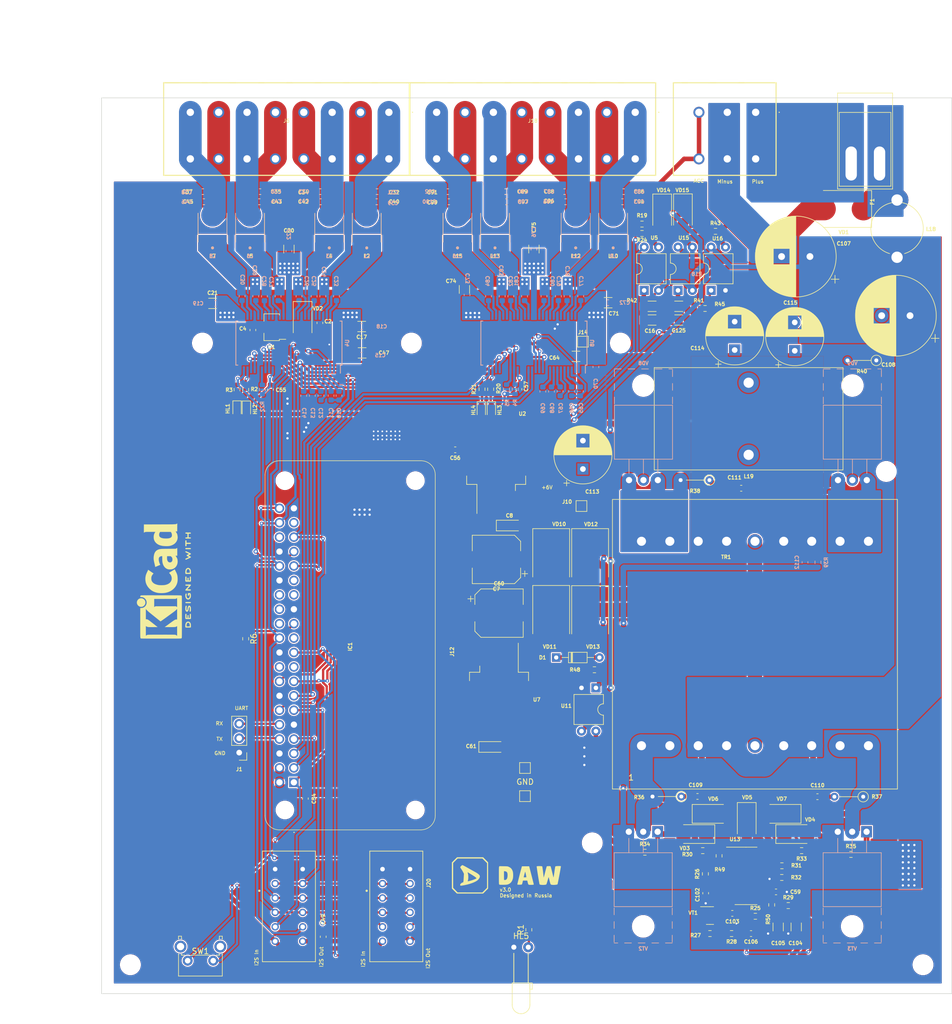
<source format=kicad_pcb>
(kicad_pcb (version 20240108) (generator "pcbnew") (generator_version "8.0")
  (layers (0 "F.Cu" signal) (31 "B.Cu" signal) (34 "B.Paste" user) (35 "F.Paste" user) (36 "B.SilkS" user "B.Silkscreen") (37 "F.SilkS" user "F.Silkscreen") (38 "B.Mask" user) (39 "F.Mask" user) (44 "Edge.Cuts" user))
  (net 0 "")
  (net 1 "OS2")
  (net 2 "GND")
  (net 3 "PVDD")
  (net 4 "VBAT")
  (net 5 "+3V3")
  (net 6 "Net-(U13-COMP)")
  (net 7 "+6V")
  (net 8 "Net-(U4-VREG)")
  (net 9 "Net-(U4-AREF)")
  (net 10 "Net-(U4-VCOM)")
  (net 11 "Net-(U4-AVDD)")
  (net 12 "Net-(U4-AVSS)")
  (net 13 "Net-(C13-Pad1)")
  (net 14 "Net-(C14-Pad1)")
  (net 15 "/Amplifier/TX")
  (net 16 "Net-(U4-OUT_4P)")
  (net 17 "Net-(U4-BST_4P)")
  (net 18 "Net-(U4-BST_4M)")
  (net 19 "Net-(U4-OUT_4M)")
  (net 20 "Net-(U4-OUT_3P)")
  (net 21 "Net-(U4-BST_3P)")
  (net 22 "Net-(U4-BST_3M)")
  (net 23 "Net-(U4-OUT_3M)")
  (net 24 "Net-(U4-OUT_2P)")
  (net 25 "Net-(U4-BST_2P)")
  (net 26 "Net-(U4-BST_2M)")
  (net 27 "Net-(U4-OUT_2M)")
  (net 28 "Net-(U4-OUT_1P)")
  (net 29 "Net-(U4-BST+1P)")
  (net 30 "Net-(U4-BST_1M)")
  (net 31 "Net-(U4-OUT_1M)")
  (net 32 "Net-(J6-Pin_1)")
  (net 33 "Net-(J6-Pin_2)")
  (net 34 "Net-(J6-Pin_3)")
  (net 35 "Net-(J6-Pin_4)")
  (net 36 "Net-(J6-Pin_5)")
  (net 37 "Net-(J6-Pin_6)")
  (net 38 "Net-(J6-Pin_7)")
  (net 39 "Net-(J6-Pin_8)")
  (net 42 "+5V")
  (net 43 "Net-(U8-VREG)")
  (net 44 "Net-(U8-AREF)")
  (net 45 "Net-(U8-VCOM)")
  (net 46 "Net-(U8-AVDD)")
  (net 47 "Net-(U8-AVSS)")
  (net 48 "Net-(C68-Pad1)")
  (net 49 "Net-(C69-Pad1)")
  (net 50 "Net-(U8-OUT_4P)")
  (net 51 "Net-(U8-BST_4P)")
  (net 52 "Net-(U8-BST_4M)")
  (net 53 "Net-(U8-OUT_4M)")
  (net 54 "Net-(U8-OUT_3P)")
  (net 55 "Net-(U8-BST_3P)")
  (net 56 "Net-(U8-BST_3M)")
  (net 57 "Net-(U8-OUT_3M)")
  (net 58 "Net-(U8-OUT_2P)")
  (net 59 "Net-(U8-BST_2P)")
  (net 60 "Net-(U8-BST_2M)")
  (net 61 "Net-(U8-OUT_2M)")
  (net 62 "Net-(U8-OUT_1P)")
  (net 63 "Net-(U8-BST+1P)")
  (net 64 "Net-(U8-BST_1M)")
  (net 65 "Net-(U8-OUT_1M)")
  (net 66 "Net-(J18-Pin_1)")
  (net 67 "Net-(J18-Pin_2)")
  (net 68 "Net-(J18-Pin_3)")
  (net 69 "Net-(J18-Pin_4)")
  (net 70 "Net-(J18-Pin_5)")
  (net 71 "Net-(J18-Pin_6)")
  (net 72 "Net-(J18-Pin_7)")
  (net 73 "Net-(J18-Pin_8)")
  (net 74 "Net-(U13-CT)")
  (net 75 "+3.3VP")
  (net 76 "Net-(U13-SS)")
  (net 77 "Net-(U13-VC)")
  (net 78 "Net-(C16-Pad1)")
  (net 79 "Net-(VD5-K)")
  (net 80 "Net-(VD14-A)")
  (net 81 "Net-(C109-Pad1)")
  (net 82 "Net-(C110-Pad2)")
  (net 83 "Net-(C111-Pad1)")
  (net 84 "Net-(C107-Pad1)")
  (net 85 "Net-(C125-Pad1)")
  (net 86 "Net-(HL1-K)")
  (net 87 "Net-(HL2-K)")
  (net 88 "Net-(HL3-K)")
  (net 89 "Net-(HL4-K)")
  (net 90 "SDATAOUT3")
  (net 91 "Net-(HL5-A)")
  (net 95 "SDATAIN1")
  (net 96 "LRCLK")
  (net 97 "BCLK")
  (net 100 "SDATAOUT2")
  (net 102 "SDATAOUT1")
  (net 103 "ACC")
  (net 104 "MCLK")
  (net 105 "/Amplifier/RX")
  (net 108 "SDATAOUT0")
  (net 109 "Net-(R48-Pad1)")
  (net 110 "Net-(D1-A)")
  (net 111 "OS1")
  (net 112 "Net-(U13-REF)")
  (net 113 "Net-(U13-INV)")
  (net 114 "+BATT")
  (net 115 "Net-(VD8-A)")
  (net 116 "WARN1")
  (net 117 "FAULT1")
  (net 118 "SCL")
  (net 119 "Standby")
  (net 120 "WARN0")
  (net 121 "FAULT0")
  (net 122 "Net-(U4-I2C_ADDR0)")
  (net 123 "Mute")
  (net 124 "Net-(U13-RT)")
  (net 125 "Net-(U13-DISCH)")
  (net 126 "Net-(VT1-B)")
  (net 127 "Net-(VD3-A)")
  (net 128 "Net-(U13-OUTB)")
  (net 129 "Net-(VD5-A)")
  (net 130 "Net-(U13-OUTA)")
  (net 131 "Net-(VD4-A)")
  (net 132 "Net-(VD6-K)")
  (net 133 "Net-(VD7-K)")
  (net 134 "Net-(VD8-A1)")
  (net 135 "REMOTE")
  (net 136 "Net-(R45-Pad2)")
  (net 137 "Net-(VD12-A)")
  (net 138 "Net-(VD10-A)")
  (net 139 "SDATAIN0")
  (net 143 "Net-(VD14-K)")
  (net 144 "Net-(R19-Pad1)")
  (net 145 "Work")
  (net 146 "Net-(IC1-GPIO_11{slash}SPI0_SCLK)")
  (net 147 "SDA")
  (net 148 "ACC_IN")
  (net 149 "Net-(VD1-K)")
  (net 150 "Net-(VD15-A)")
  (net 151 "Net-(VD9-A1)")
  (footprint "Resistor_SMD:R_0603_1608Metric" (layer "F.Cu") (at 95.25 23.876 180)
    (property "Reference" "R24")
    (property "Value" "1k")
  )
  (footprint "00-mylib:Fuse_Blade_vertical" (layer "F.Cu") (at 134.62 11.555 90)
    (property "Reference" "F1")
    (property "Value" "Fuse")
  )
  (footprint "Capacitor_SMD:C_0603_1608Metric" (layer "F.Cu") (at 112.7385 68.7425)
    (property "Reference" "C111")
    (property "Value" "CAP_1n_50V_X7R_0603")
  )
  (footprint "MountingHole:MountingHole_3.2mm_M3" (layer "F.Cu") (at 86.487 131.191)
    (property "Reference" "REF**" (hide yes))
    (property "Value" "MountingHole_3.2mm_M3" (hide yes))
  )
  (footprint "Resistor_SMD:R_0603_1608Metric" (layer "F.Cu") (at 95.758 132.842)
    (property "Reference" "R34")
    (property "Value" "1k")
  )
  (footprint "Capacitor_SMD:C_0603_1608Metric" (layer "F.Cu") (at 48.58 16.51)
    (property "Reference" "C32")
    (property "Value" "CAP_1u_50V_X7R_0603")
  )
  (footprint "Capacitor_SMD:C_0603_1608Metric" (layer "F.Cu") (at 106.4768 140.0556 -90)
    (property "Reference" "C102")
    (property "Value" "CAP_1n_50V_X7R_0603" (hide yes))
  )
  (footprint "Connector_Edge:2x6" (layer "F.Cu") (at 33.02 142.169 -90)
    (property "Reference" "J12")
    (property "Value" "Conn_edge_2x6_2.54_Male" (hide yes))
  )
  (footprint "Resistor_SMD:R_0603_1608Metric" (layer "F.Cu") (at 108.839 133.477 -90)
    (property "Reference" "R49")
    (property "Value" "3.3K" (hide yes))
  )
  (footprint "Capacitor_SMD:C_1206_3216Metric" (layer "F.Cu") (at 33.02 26.621 90)
    (property "Reference" "C20")
    (property "Value" "CAP_10u0_50V_X7R_1206")
  )
  (footprint "MountingHole:MountingHole_3.2mm_M3" (layer "F.Cu") (at 144.78 5.08)
    (property "Reference" "REF**" (hide yes))
    (property "Value" "MountingHole_3.2mm_M3" (hide yes))
  )
  (footprint "my:SPM5010-5020" (layer "F.Cu") (at 90.17 22.86 90)
    (property "Reference" "L10")
    (property "Value" "3u3" (hide yes))
  )
  (footprint "Package_DIP:DIP-4_W7.62mm" (layer "F.Cu") (at 107.424 33.899 90)
    (property "Reference" "U16")
    (property "Value" "TLP627")
  )
  (footprint "Diode_SMD:D_SMC" (layer "F.Cu") (at 130.81 19.558 180)
    (property "Reference" "VD1")
    (property "Value" "SS56")
  )
  (footprint "MountingHole:MountingHole_3.2mm_M3" (layer "F.Cu") (at 17.78 43.18)
    (property "Reference" "REF**" (hide yes))
    (property "Value" "MountingHole_3.2mm_M3" (hide yes))
  )
  (footprint "00-mylib:L_Toroid_Vertical_L33.0mm_W17.8mm_P12.70mm_Pulse_KM-5" (layer "F.Cu") (at 114.046 62.86 180)
    (property "Reference" "L19")
    (property "Value" "25μ")
  )
  (footprint "00-mylib:Transformer_ETD44_Horizontal" (layer "F.Cu") (at 90.1615 121.5815)
    (property "Reference" "TR1")
    (property "Value" "TRANSF10")
  )
  (footprint "Resistor_THT:R_Axial_DIN0204_L3.6mm_D1.6mm_P5.08mm_Vertical" (layer "F.Cu") (at 136.5512 46.228 180)
    (property "Reference" "R40")
    (property "Value" "1.5k")
  )
  (footprint "Capacitor_SMD:C_0603_1608Metric" (layer "F.Cu") (at 61.026 16.51)
    (property "Reference" "C91")
    (property "Value" "CAP_1u_50V_X7R_0603")
  )
  (footprint "Resistor_SMD:R_0603_1608Metric" (layer "F.Cu") (at 95.25 22.225 180)
    (property "Reference" "R19")
    (property "Value" "10k")
  )
  (footprint "MountingHole:MountingHole_3.2mm_M3" (layer "F.Cu") (at 54.61 43.18)
    (property "Reference" "REF**" (hide yes))
    (property "Value" "MountingHole_3.2mm_M3" (hide yes))
  )
  (footprint "MountingHole:MountingHole_3.2mm_M3" (layer "F.Cu") (at 5.08 5.08)
    (property "Reference" "REF**" (hide yes))
    (property "Value" "MountingHole_3.2mm_M3" (hide yes))
  )
  (footprint "Capacitor_SMD:C_0603_1608Metric" (layer "F.Cu") (at 73.5584 51.308 -90)
    (property "Reference" "C57")
    (property "Value" "CAP_100n_50V_X7R_0603")
  )
  (footprint "LED_SMD:LED_0603_1608Metric" (layer "F.Cu") (at 23.876 54.8385 -90)
    (property "Reference" "HL1")
    (property "Value" "LED_SMD_0603_YELLOW")
  )
  (footprint "my:SPM5010-5020" (layer "F.Cu") (at 62.738 22.86 90)
    (property "Reference" "L15")
    (property "Value" "3u3" (hide yes))
  )
  (footprint "my:SPM5010-5020" (layer "F.Cu") (at 40.132 22.86 90)
    (property "Reference" "L4")
    (property "Value" "3u3" (hide yes))
  )
  (footprint "Resistor_SMD:R_0603_1608Metric" (layer "F.Cu") (at 106.426 136.652 90)
    (property "Reference" "R26")
    (property "Value" "150")
  )
  (footprint "Diode_SMD:D_SMA" (layer "F.Cu") (at 102.467 20.415 -90)
    (property "Reference" "VD15")
    (property "Value" "1N5819")
  )
  (footprint "Diode_SMD:D_SMC" (layer "F.Cu") (at 86.106 80.772 -90)
    (property "Reference" "VD12")
    (property "Value" "SS56" (hide yes))
  )
  (footprint "LED_SMD:LED_0603_1608Metric" (layer "F.Cu") (at 66.929 54.991 -90)
    (property "Reference" "HL4")
    (property "Value" "LED_SMD_0603_YELLOW")
  )
  (footprint "00-mylib:DG271R-5.0-08P" (layer "F.Cu") (at 50.64 2.54 180)
    (property "Reference" "J6")
    (property "Value" "DEGSON 2604 8x5" (hide yes))
  )
  (footprint "Diode_SMD:D_SMA" (layer "F.Cu") (at 119.7725 126.0835 180)
    (property "Reference" "VD7")
    (property "Value" "1N4148")
  )
  (footprint "Capacitor_Tantalum_SMD:CP_EIA-3216-18_Kemet-A" (layer "F.Cu") (at 71.882 75.311)
    (property "Reference" "C8")
    (property "Value" "10u 16v Tantalum")
  )
  (footprint "Capacitor_THT:CP_Radial_D10.0mm_P5.00mm" (layer "F.Cu") (at 122.174 44.531677 90)
    (property "Reference" "C115")
    (property "Value" "CAP_330μ_35V")
  )
  (footprint "Resistor_SMD:R_0603_1608Metric" (layer "F.Cu") (at 119.908 135.2275 180)
    (property "Reference" "R31")
    (property "Value" "1k")
  )
  (footprint "Capacitor_SMD:C_0603_1608Metric" (layer "F.Cu") (at 91.821 18.288)
    (property "Reference" "C94")
    (property "Value" "CAP_10n_50V_X7R_0603")
  )
  (footprint "Diode_SMD:D_SMA" (layer "F.Cu") (at 107.6125 126.0835)
    (property "Reference" "VD6")
    (property "Value" "1N4148")
  )
  (footprint "Resistor_SMD:R_1206_3216Metric" (layer "F.Cu") (at 101.727 36.703 180)
    (property "Reference" "R41")
    (property "Value" "1.2k")
  )
  (footprint "Diode_SMD:D_SMA" (layer "F.Cu") (at 122.3445 129.6395)
    (property "Reference" "VD4")
    (property "Value" "1N5819")
  )
  (footprint "Resistor_SMD:R_0603_1608Metric" (layer "F.Cu") (at 115.2325 144.1175)
    (property "Reference" "R25")
    (property "Value" "15k")
  )
  (footprint "00-mylib:RockPiS0" (layer "F.Cu") (at 43.815 96.647 90)
    (property "Reference" "IC1")
    (property "Value" "Radxa Rock Pi S0" (hide yes))
  )
  (footprint "Capacitor_SMD:C_0603_1608Metric" (layer "F.Cu") (at 18.021 18.288)
    (property "Reference" "C45")
    (property "Value" "CAP_10n_50V_X7R_0603")
  )
  (footprint "Resistor_SMD:R_0603_1608Metric" (layer "F.Cu") (at 86.868 100.711 180)
    (property "Reference" "R48")
    (property "Value" "1.5k")
  )
  (footprint "my:SPM5010-5020" (layer "F.Cu") (at 46.736 22.86 90)
    (property "Reference" "L2")
    (property "Value" "3u3" (hide yes))
  )
  (footprint "my:L_Axial_L26.0mm_D9.0mm_P5.08mm_Vertical" (layer "F.Cu") (at 140.208 22.987 -90)
    (property "Reference" "L18")
    (property "Value" "5μ")
  )
  (footprint "Package_DIP:DIP-4_W7.62mm" (layer "F.Cu") (at 101.595 33.899 90)
    (property "Reference" "U15")
    (property "Value" "TLP627")
  )
  (footprint "Capacitor_SMD:C_1206_3216Metric" (layer "F.Cu") (at 45.847 40.259 180)
    (property "Reference" "C17")
    (property "Value" "CAP_10u0_50V_X7R_1206")
  )
  (footprint "MountingHole:MountingHole_3.2mm_M3" (layer "F.Cu") (at 91.44 43.18)
    (property "Reference" "REF**" (hide yes))
    (property "Value" "MountingHole_3.2mm_M3" (hide yes))
  )
  (footprint "Resistor_SMD:R_0603_1608Metric" (layer "F.Cu") (at 68.58 51.308 -90)
    (property "Reference" "R20")
    (property "Value" "1K")
  )
  (footprint "Capacitor_SMD:CP_Elec_8x10" (layer "F.Cu") (at 70.0532 90.7288)
    (property "Reference" "C60")
    (property "Value" "10u 16v")
  )
  (footprint "Resistor_SMD:R_0603_1608Metric" (layer "F.Cu") (at 106.363 37.084)
    (property "Reference" "R45")
    (property "Value" "1k")
  )
  (footprint "Diode_SMD:D_SMC" (layer "F.Cu") (at 86.106 90.805 -90)
    (property "Reference" "VD13")
    (property "Value" "SS56" (hide yes))
  )
  (footprint "Capacitor_SMD:C_0603_1608Metric" (layer "F.Cu") (at 48.501 18.288)
    (property "Reference" "C40")
    (property "Value" "CAP_10n_50V_X7R_0603")
  )
  (footprint "MountingHole:MountingHole_3.2mm_M3" (layer "F.Cu") (at 138.303 65.786)
    (property "Reference" "REF**" (hide yes))
    (property "Value" "MountingHole_3.2mm_M3" (hide yes))
  )
  (footprint "Resistor_SMD:R_0603_1608Metric" (layer "F.Cu") (at 23.876 51.372 90)
    (property "Reference" "R3")
    (property "Value" "1K")
  )
  (footprint "Capacitor_SMD:C_1206_3216Metric" (layer "F.Cu") (at 45.9232 44.9072 180)
    (property "Reference" "C47")
    (property "Value" "CAP_10u0_50V_X7R_1206")
  )
  (footprint "Resistor_SMD:R_0603_1608Metric" (layer "F.Cu") (at 25.4 51.372 -90)
    (property "Reference" "R2")
    (property "Value" "1K")
  )
  (footprint "Capacitor_SMD:C_1206_3216Metric" (layer "F.Cu") (at 83.6168 45.515)
    (property "Reference" "C64")
    (property "Value" "CAP_10u0_50V_X7R_1206")
  )
  (footprint "LED_SMD:LED_0603_1608Metric" (layer "F.Cu") (at 68.707 54.991 -90)
    (property "Reference" "HL3")
    (property "Value" "LED_SMD_0603_RED")
  )
  (footprint "Package_TO_SOT_SMD:TO-263-2" (layer "F.Cu") (at 70.0532 105.9688 -90)
    (property "Reference" "U7")
    (property "Value" "LD1086DT50TR")
  )
  (footprint "Capacitor_SMD:C_0603_1608Metric" (layer "F.Cu") (at 81.6 16.51 180)
    (property "Reference" "C88")
    (property "Value" "CAP_1u_50V_X7R_0603")
  )
  (footprint "my:SPM5010-5020" (layer "F.Cu") (at 26.162 22.86 90)
    (property "Reference" "L5")
    (property "Value" "3u3" (hide yes))
  )
  (footprint "Capacitor_SMD:C_0603_1608Metric" (layer "F.Cu") (at 27.813 18.288 180)
    (property "Reference" "C43")
    (property "Value" "CAP_10n_50V_X7R_0603")
  )
  (footprint "Capacitor_SMD:C_0603_1608Metric" (layer "F.Cu") (at 118.872 139.827)
    (property "Reference" "C59")
    (property "Value" "CAP_1n_50V_X7R_0603" (hide yes))
  )
  (footprint "Capacitor_SMD:C_0603_1608Metric" (layer "F.Cu") (at 38.481 39.624 -90)
    (property "Reference" "C2")
    (property "Value" "CAP_330n_50V_X7R_0603")
  )
  (footprint "00-mylib:DG271R-5.0-08P" (layer "F.Cu") (at 94.055 2.54 180)
    (property "Reference" "J18")
    (property "Value" "DEGSON 2604 8x5" (hide yes))
  )
  (footprint "Capacitor_THT:CP_Radial_D14.0mm_P5.00mm" (layer "F.Cu") (at 124.852729 27.94 180)
    (property "Reference" "C107")
    (property "Value" "2200μ")
  )
  (footprint "Resistor_THT:R_Axial_DIN0204_L3.6mm_D1.6mm_P5.08mm_Vertical" (layer "F.Cu") (at 102.185 123.0376 180)
    (property "Reference" "R36")
    (property "Value" "4.7")
  )
  (footprint "Diode_SMD:D_SMC" (layer "F.Cu") (at 79.248 90.776 -90)
    (property "Reference" "VD11")
    (property "Value" "SS56" (hide yes))
  )
  (footprint "Package_TO_SOT_SMD:SOT-23" (layer "F.Cu") (at 107.2315 143.9905)
    (property "Reference" "VT1")
    (property "Value" "BC846")
  )
  (footprint "Resistor_THT:R_Axial_DIN0204_L3.6mm_D1.6mm_P5.08mm_Vertical" (layer "F.Cu") (at 134.239 123.063 180)
    (property "Reference" "R37")
    (property "Value" "4.7")
  )
  (footprint "00-mylib:DG271R-5.0-03P" (layer "F.Cu") (at 115.283 2.54 180)
    (property "Reference" "J22" (hide yes))
    (property "Value" "KF206-7.5-2P" (hide yes))
  )
  (footprint "Capacitor_SMD:C_0603_1608Metric" (layer "F.Cu") (at 35.9156 123.3932 -90)
    (property "Reference" "C54")
    (property "Value" "CAP_100n_50V_X7R_0603" (hide yes))
  )
  (footprint "Diode_SMD:D_SMA" (layer "F.Cu") (at 35.433 39.37 -90)
    (property "Reference" "VD2")
    (property "Value" "ES1D")
  )
  (footprint "Capacitor_SMD:C_0603_1608Metric" (layer "F.Cu") (at 38.542 16.51 180)
    (property "Reference" "C34")
    (property "Value" "CAP_1u_50V_X7R_0603")
  )
  (footprint "Capacitor_THT:CP_Radial_D10.0mm_P5.00mm" (layer "F.Cu") (at 111.587677 44.404677 90)
    (property "Reference" "C114")
    (property "Value" "CAP_330μ_35V")
  )
  (footprint "Package_SO:SOIC-16_3.9x9.9mm_P1.27mm" (layer "F.Cu") (at 113.5815 137.0055)
    (property "Reference" "U13")
    (property "Value" "SG3525")
  )
  (footprint "Package_TO_SOT_SMD:TO-263-2" (layer "F.Cu") (at 69.5452 63.246 90)
    (property "Reference" "U2")
    (property "Value" "LD1086D2T33TR" (hide yes))
  )
  (footprint "my:SPM5010-5020" (layer "F.Cu") (at 83.566 22.86 90)
    (property "Reference" "L12")
    (property "Value" "3u3" (hide yes))
  )
  (footprint "00-mylib:daw_logo" (layer "F.Cu") (at 71.374 137.033)
    (property "Reference" "G***" (hide yes))
    (property "Value" "LOGO" (hide yes))
  )
  (footprint "my:SPM5010-5020" (layer "F.Cu") (at 69.342 22.86 90)
    (property "Reference" "L13")
    (property "Value" "3u3" (hide yes))
  )
  (footprint "Capacitor_SMD:C_0603_1608Metric" (layer "F.Cu") (at 17.846 16.51)
    (property "Reference" "C37")
    (property "Value" "CAP_1u_50V_X7R_0603")
  )
  (footprint "Button_Switch_THT:SW_Tactile_SPST_Angled_PTS645Vx58-2LFS" (layer "F.Cu") (at 19.674 151.9415 180)
    (property "Reference" "SW1")
    (property "Value" "Reset")
  )
  (footprint "Diode_THT:D_DO-34_SOD68_P7.62mm_Horizontal" (layer "F.Cu") (at 80.132 98.552)
    (property "Reference" "D1")
    (property "Value" "1N4749A" (hide yes))
  )
  (footprint "Resistor_SMD:R_0603_1608Metric" (layer "F.Cu") (at 123.384 132.5605 180)
    (property "Reference" "R33")
    (property "Value" "10")
  )
  (footprint "Resistor_SMD:R_0603_1608Metric" (layer "F.Cu") (at 75.311 146.495 90)
    (property "Reference" "R1")
    (property "Value" "1K")
  )
  (footprint "TestPoint:TestPoint_Pad_1.5x1.5mm" (layer "F.Cu") (at 84.582 71.882 180)
    (property "Reference" "J10")
    (property "Value" "+6V")
  )
  (footprint "Capacitor_SMD:C_0603_1608Metric" (layer "F.Cu") (at 81.788 18.288 180)
    (property "Reference" "C96")
    (property "Value" "CAP_10n_50V_X7R_0603")
  )
  (footprint "Diode_SMD:D_SMC" (layer "F.Cu") (at 79.248 80.772 -90)
    (property "Reference" "VD10")
    (property "Value" "SS56" (hide yes))
  )
  (footprint "Capacitor_Tantalum_SMD:CP_EIA-3216-18_Kemet-A" (layer "F.Cu") (at 68.8048 114.3)
    (property "Reference" "C61")
    (property "Value" "10u 16v Tantalum")
  )
  (footprint "Resistor_SMD:R_0603_1608Metric" (layer "F.Cu") (at 108.204 23.495)
    (property "Reference" "R43")
    (property "Value" "4.7K")
  )
  (footprint "Resistor_SMD:R_0603_1608Metric" (layer "F.Cu") (at 118.11 142.113 90)
    (property "Reference" "R50")
    (property "Value" "3.3K")
  )
  (footprint "Package_DIP:DIP-4_W7.62mm" (layer "F.Cu") (at 87.127 103.896 -90)
    (property "Reference" "U11")
    (property "Value" "PC817")
  )
  (footprint "Capacitor_SMD:C_1206_3216Metric" (layer "F.Cu") (at 19.571 36.195)
    (property "Reference" "C21")
    (property "Value" "CAP_10u0_50V_X7R_1206")
  )
  (footprint "Resistor_SMD:R_0603_1608Metric" (layer "F.Cu") (at 119.888 137.287 180)
    (property "Reference" "R32")
    (property "Value" "1k")
  )
  (footprint "Capacitor_SMD:C_0603_1608Metric" (layer "F.Cu") (at 92.014 16.51)
    (property "Reference" "C86")
    (property "Value" "CAP_1u_50V_X7R_0603")
  )
  (footprint "Connector_PinHeader_2.54mm:PinHeader_1x03_P2.54mm_Vertical" (layer "F.Cu") (at 24.257 115.301 180)
    (property "Reference" "J1")
    (property "Value" "UART")
  )
  (footprint "Capacitor_SMD:C_0603_1608Metric" (layer "F.Cu") (at 39.0652 147.7264 90)
    (property "Reference" "C49")
    (property "Value" "CAP_10n_50V_X7R_0603")
  )
  (footprint "Package_DIP:DIP-4_W7.62mm" (layer "F.Cu") (at 95.626 33.899 90)
    (property "Reference" "U5")
    (property "Value" "TLP627")
  )
  (footprint "Capacitor_SMD:C_1206_3216Metric" (layer "F.Cu") (at 76.2 26.618 -90)
    (property "Reference" "C75")
    (property "Value" "CAP_10u0_50V_X7R_1206")
  )
  (footprint "my:SPM5010-5020" (layer "F.Cu") (at 19.558 22.86 90)
    (property "Reference" "L7")
    (property "Value" "3u3" (hide yes))
  )
  (footprint "Capacitor_SMD:C_0603_1608Metric" (layer "F.Cu") (at 105.029 123.0122)
    (property "Reference" "C109")
    (property "Value" "CAP_22n_50V_X7R_0603" (hide yes))
  )
  (footprint "Capacitor_SMD:C_0603_1608Metric" (layer "F.Cu") (at 62.3316 61.976 180)
    (property "Reference" "C56")
    (property "Value" "CAP_100n_50V_X7R_0603")
  )
  (footprint "Symbol:KiCad-Logo2_8mm_SilkScreen" (layer "F.Cu") (at 10.16 85.09 90)
    (property "Reference" "REF**" (hide yes))
    (property "Value" "KiCad-Logo2_8mm_SilkScreen" (hide yes))
  )
  (footprint "MountingHole:MountingHole_3.2mm_M3" (layer "F.Cu") (at 144.78 152.654)
    (property "Reference" "REF**" (hide yes))
    (property "Value" "MountingHole_3.2mm_M3" (hide yes))
  )
  (footprint "Package_TO_SOT_SMD:SOT-89-3" (layer "F.Cu") (at 29.972 40.386 180)
    (property "Reference" "U1")
    (property "Value" "L78L18_SOT89")
  )
  (footprint "Capacitor_SMD:C_1206_3216Metric" (layer "F.Cu") (at 89.281 36.068 180)
    (property "Reference" "C71")
    (property "Value" "CAP_10u0_50V_X7R_1206")
  )
  (footprint "Resistor_SMD:R_0603_1608Metric" (layer "F.Cu") (at 67.056 51.308 90)
    (property "Reference" "R21")
    (property "Value" "1K")
  )
  (footprint "TestPoint:TestPoint_Pad_1.5x1.5mm" (layer "F.Cu") (at 74.6252 122.9614)
    (property "Reference" "J16" (hide yes))
    (property "Value" "GND")
  )
  (footprint "Connector_Edge:2x6" (layer "F.Cu") (at 51.943 142.169 -90)
    (property "Reference" "J20")
    (property "Value" "Conn_edge_2x6_2.54_Male" (hide yes))
  )
  (footprint "Capacitor_SMD:C_1206_3216Metric" (layer "F.Cu") (at 122.428 146.001 -90)
    (property "Reference" "C104")
    (property "Value" "CAP_2u2_50V_X7R_1206" (hide yes))
  )
  (footprint "Capacitor_SMD:C_0603_1608Metric" (layer "F.Cu") (at 111.1685 143.6095 180)
    (property "Reference" "C103")
    (property "Value" "CAP_10n_50V_X7R_0603" (hide yes))
  )
  (footprint "TestPoint:TestPoint_Pad_1.5x1.5mm" (layer "F.Cu") (at 84.836 42.926)
    (property "Reference" "J14")
    (property "Value" "+24V")
  )
  (footprint "Capacitor_SMD:C_0603_1608Metric" (layer "F.Cu") (at 61.201 18.288)
    (property "Reference" "C99")
    (property "Value" "CAP_10n_50V_X7R_0603")
  )
  (footprint "LED_THT:LED_D3.0mm_Horizontal_O6.35mm_Z10.0mm" (layer "F.Cu") (at 72.664 149.565)
    (property "Reference" "HL5")
    (property "Value" "LED_SMD_0603_YELLOW")
  )
  (footprint "Capacitor_SMD:C_0603_1608Metric" (layer "F.Cu") (at 71.361 18.288 180)
    (property "Reference" "C97")
    (property "Value" "CAP_10n_50V_X7R_0603")
  )
  (footprint "Capacitor_SMD:C_0603_1608Metric" (layer "F.Cu") (at 27.94 16.51 180)
    (property "Reference" "C35")
    (property "Value" "CAP_1u_50V_X7R_0603")
  )
  (footprint "TestPoint:TestPoint_Pad_1.5x1.5mm" (layer "F.Cu") (at 74.6252 118.0084 180)
    (property "Reference" "J11" (hide yes))
    (property "Value" "GND")
  )
  (footprint "Capacitor_SMD:C_0603_1608Metric" (layer "F.Cu") (at 126.172 123.063)
    (property "Reference" "C110")
    (property "Value" "CAP_22n_50V_X7R_0603" (hide yes))
  )
  (footprint "Resistor_SMD:R_0603_1608Metric" (layer "F.Cu") (at 107.2315 147.1655)
    (property "Reference" "R27")
    (property "Value" "3k")
  )
  (footprint "LED_SMD:LED_0603_1608Metric" (layer "F.Cu") (at 25.527 54.864 -90)
    (property "Reference" "HL2")
    (property "Value" "LED_SMD_0603_RED")
  )
  (footprint "Capacitor_SMD:C_1206_3216Metric" (layer "F.Cu") (at 119.253 146.001 -90)
    (property "Reference" "C105")
    (property "Value" "CAP_10u0_50V_X7R_1206" (hide yes))
  )
  (footprint "Capacitor_SMD:C_0603_1608Metric" (layer "F.Cu") (at 29.7688 51.3588 -90)
    (property "Reference" "C55")
    (property "Value" "CAP_100n_50V_X7R_0603")
  )
  (footprint "Capacitor_THT:CP_Radial_D10.0mm_P5.00mm" (layer "F.Cu") (at 84.836 65.359677 90)
    (property "Reference" "C113")
    (property "Value" "CAP_330μ_35V")
  )
  (footprint "Capacitor_SMD:C_0603_1608Metric" (layer "F.Cu") (at 38.595 18.288 180)
    (property "Reference" "C42")
    (property "Value" "CAP_10n_50V_X7R_0603")
  )
  (footprint "Capacitor_SMD:C_1206_3216Metric" (layer "F.Cu") (at 97.028 39.116)
    (property "Reference" "C16")
    (property "Value" "CAP_10u0_50V_X7R_1206")
  )
  (footprint "Capacitor_SMD:C_0603_1608Metric" (layer "F.Cu") (at 114.4705 147.1655 180)
    (property "Reference" "C106")
    (property "Value" "CAP_10n_50V_X7R_0603")
  )
  (footprint "Capacitor_SMD:C_0603_1608Metric" (layer "F.Cu") (at 26.67 40.881 90)
    (property "Reference" "C4")
    (property "Value" "CAP_100n_50V_X7R_0603")
  )
  (footprint "Resistor_SMD:R_0603_1608Metric" (layer "F.Cu") (at 25.4 95.25 -90)
    (property "Reference" "R6")
    (property "Value" "1k")
  )
  (footprint "Diode_SMD:D_SMA" (layer "F.Cu") (at 104.5645 129.6395 180)
    (property "Reference" "VD3")
    (property "Value" "1N5819")
  )
  (footprint "Resistor_THT:R_Axial_DIN0204_L3.6mm_D1.6mm_P5.08mm_Vertical" (layer "F.Cu") (at 107.138 67.31 180)
    (property "Reference" "R38")
    (property "Value" "100")
  )
  (footprint "Resistor_SMD:R_0603_1608Metric" (layer "F.Cu") (at 111.0415 147.1655 180)
    (property "Reference" "R28")
    (property "Value" "3,6k")
  )
  (footprint "Diode_SMD:D_SMA" (layer "F.Cu") (at 113.7085 127.6075 -90)
    (property "Reference" "VD5")
    (property "Value" "1N5819" (hide yes))
  )
  (footprint "Capacitor_SMD:CP_Elec_8x10" (layer "F.Cu") (at 69.596 81.28 180)
    (property "Reference" "C7")
    (property "Value" "10u 16v")
  )
  (footprint "Capacitor_THT:CP_Radial_D14.0mm_P5.00mm" (layer "F.Cu") (at 142.494 38.354 180)
    (property "Reference" "C108")
    (property "Value" "2200μ")
  )
  (footprint "Capacitor_SMD:C_1206_3216Metric" (layer "F.Cu") (at 101.727 39.116 180)
    (property "Reference" "C125")
    (property "Value" "CAP_10u0_50V_X7R_1206")
  )
  (footprint "Resistor_SMD:R_0603_1608Metric" (layer "F.Cu") (at 105.9615 132.5605)
    (property "Reference" "R30")
    (property "Value" "10")
  )
  (footprint "MountingHole:MountingHole_3.2mm_M3" (layer "F.Cu") (at 5.08 152.654)
    (property "Reference" "REF**" (hide yes))
    (property "Value" "MountingHole_3.2mm_M3" (hide yes))
  )
  (footprint "Capacitor_SMD:C_1206_3216Metric" (layer "F.Cu") (at 63.9572 33.7312 90)
    (property "Reference" "C74")
    (property "Value" "CAP_10u0_50V_X7R_1206")
  )
  (footprint "Capacitor_SMD:C_0603_1608Metric" (layer "F.Cu") (at 71.186 16.51 180)
    (property "Reference" "C89")
    (property "Value" "CAP_1u_50V_X7R_0603")
  )
  (footprint "Diode_SMD:D_SMA" (layer "F.Cu") (at 98.806 20.447 -90)
    (property "Reference" "VD14")
    (property "Value" "1N5819")
  )
  (footprint "Resistor_SMD:R_0603_1608Metric" (layer "F.Cu") (at 132.08 133.223)
    (property "Reference" "R35")
    (property "Value" "1k")
  )
  (footprint "Resistor_SMD:R_1206_3216Metric" (layer "F.Cu") (at 97.028 36.703)
    (property "Reference" "R42")
    (property "Value" "1.2k")
  )
  (footprint "Resistor_SMD:R_0603_1608Metric" (layer "F.Cu") (at 121.031 142.24)
    (property "Reference" "R29")
    (property "Value" "10")
  )
  (footprint "my:SPM5010-5020" (layer "B.Cu") (at 83.566 22.86 90)
    (property "Reference" "L11")
    (property "Value" "3u3" (hide yes))
  )
  (footprint "Capacitor_SMD:C_0603_1608Metric" (layer "B.Cu") (at 40.4495 52.438 -90)
    (property "Reference" "C11")
    (property "Value" "CAP_1u_50V_X7R_0603")
  )
  (footprint "Capacitor_SMD:C_0603_1608Metric" (layer "B.Cu") (at 81.788 18.288)
    (property "Reference" "C95")
    (property "Value" "CAP_10n_50V_X7R_0603")
  )
  (footprint "Capacitor_SMD:C_0603_1608Metric" (layer "B.Cu") (at 79.2988 51.6896 -90)
    (property "Reference" "C68")
    (property "Value" "CAP_1u_50V_X7R_0603")
  )
  (footprint "Capacitor_SMD:C_0603_1608Metric" (layer "B.Cu") (at 37.465 34.938 -90)
    (property "Reference" "C25")
    (property "Value" "CAP_1u_50V_X7R_0603")
  )
  (footprint "Capacitor_SMD:C_0603_1608Metric" (layer "B.Cu") (at 89.268 36.068 180)
    (property "Reference" "C72")
    (property "Value" "CAP_100n_50V_X7R_0603")
  )
  (footprint "Resistor_SMD:R_0603_1608Metric" (layer "B.Cu") (at 104.902 29.591)
    (property "Reference" "R18")
    (property "Value" "4.7K")
  )
  (footprint "Capacitor_SMD:C_0603_1608Metric" (layer "B.Cu") (at 48.514 16.51 180)
    (property "Reference" "C31")
    (property "Value" "CAP_1u_50V_X7R_0603")
  )
  (footprint "Capacitor_SMD:C_0603_1608Metric" (layer "B.Cu") (at 27.94 16.51)
    (property "Reference" "C36")
    (property "Value" "CAP_1u_50V_X7R_0603")
  )
  (footprint "Package_SO:SSOP-56_7.5x18.5mm_P0.635mm" (layer "B.Cu") (at 76.2 43.18 90)
    (property "Reference" "U8")
    (property "Value" "TAS6424QDKQRQ1")
  )
  (footprint "Capacitor_SMD:C_0603_1608Metric" (layer "B.Cu") (at 74.549 34.925 -90)
    (property "Reference" "C81")
    (property "Value" "CAP_1u_50V_X7R_0603")
  )
  (footprint "Resistor_SMD:R_0603_1608Metric" (layer "B.Cu") (at 72.898 51.2958 90)
    (property "Reference" "R4")
    (property "Value" "4.7K")
  )
  (footprint "Capacitor_SMD:C_0603_1608Metric" (layer "B.Cu") (at 77.978 34.925 90)
    (property "Reference" "C80")
    (property "Value" "CAP_1u_50V_X7R_0603")
  )
  (footprint "Resistor_SMD:R_0603_1608Metric" (layer "B.Cu") (at 126.268 81.788 90)
    (property "Reference" "R39")
    (property "Value" "1k")
  )
  (footprint "Capacitor_SMD:C_0603_1608Metric" (layer "B.Cu") (at 84.3788 51.6896 -90)
    (property "Reference" "C65")
    (property "Value" "CAP_1u_50V_X7R_0603")
  )
  (footprint "Capacitor_SMD:C_0603_1608Metric" (layer "B.Cu") (at 17.846 16.51 180)
    (property "Reference" "C38")
    (property "Value" "CAP_1u_50V_X7R_0603")
  )
  (footprint "Resistor_SMD:R_0603_1608Metric" (layer "B.Cu") (at 71.374 51.308 90)
    (property "Reference" "R5")
    (property "Value" "4.7K")
  )
  (footprint "Capacitor_SMD:C_0603_1608Metric" (layer "B.Cu") (at 27.178 34.925 -90)
    (property "Reference" "C29")
    (property "Value" "CAP_1u_50V_X7R_0603")
  )
  (footprint "Package_TO_SOT_THT:TO-220-3_Horizontal_TabUp" (layer "B.Cu") (at 98.0065 129.2355 180)
    (property "Reference" "VT2")
    (property "Value" "IRF3205")
  )
  (footprint "Capacitor_SMD:C_0603_1608Metric" (layer "B.Cu") (at 82.8548 51.6896 -90)
    (property "Reference" "C66")
    (property "Value" "CAP_1u_50V_X7R_0603")
  )
  (footprint "my:SPM5010-5020" (layer "B.Cu") (at 40.132 22.86 90)
    (property "Reference" "L3")
    (property "Value" "3u3" (hide yes))
  )
  (footprint "Capacitor_SMD:C_0603_1608Metric" (layer "B.Cu") (at 31.115 34.925 -90)
    (property "Reference" "C27")
    (property "Value" "CAP_1u_50V_X7R_0603")
  )
  (footprint "Capacitor_SMD:C_0603_1608Metric" (layer "B.Cu") (at 33.02 26.973 90)
    (property "Reference" "C22")
    (property "Value" "CAP_100n_50V_X7R_0603")
  )
  (footprint "Capacitor_SMD:C_0603_1608Metric" (layer "B.Cu") (at 45.805 45.339 180)
    (property "Reference" "C15")
    (property "Value" "CAP_100n_50V_X7R_0603")
  )
  (footprint "my:SPM5010-5020" (layer "B.Cu") (at 69.342 22.86 90)
    (property "Reference" "L14")
    (property "Value" "3u3" (hide yes))
  )
  (footprint "Capacitor_SMD:C_0603_1608Metric" (layer "B.Cu") (at 61.201 18.288 180)
    (property "Reference" "C100")
    (property "Value" "CAP_10n_50V_X7R_0603")
  )
  (footprint "Capacitor_SMD:C_0603_1608Metric" (layer "B.Cu") (at 123.982 81.788 -90)
    (property "Reference" "C112")
    (property "Value" "CAP_100n_50V_X7R_0603")
  )
  (footprint "Package_TO_SOT_THT:TO-220-3_Horizontal_TabUp" (layer "B.Cu") (at 134.8365 129.2355 180)
    (property "Reference" "VT3")
    (property "Value" "IRF3205")
  )
  (footprint "Capacitor_SMD:C_0603_1608Metric" (layer "B.Cu") (at 76.2 26.683 90)
    (property "Reference" "C76")
    (property "Value" "CAP_100n_50V_X7R_0603")
  )
  (footprint "Capacitor_SMD:C_0603_1608Metric" (layer "B.Cu") (at 34.798 34.925 90)
    (property "Reference" "C26")
    (property "Value" "CAP_1u_50V_X7R_0603")
  )
  (footprint "Capacitor_SMD:C_0603_1608Metric" (layer "B.Cu") (at 70.612 34.938 -90)
    (property "Reference" "C83")
    (property "Value" "CAP_1u_50V_X7R_0603")
  )
  (footprint "Capacitor_SMD:C_0603_1608Metric" (layer "B.Cu") (at 27.813 18.288)
    (property "Reference" "C44")
    (property "Value" "CAP_10n_50V_X7R_0603")
  )
  (footprint "Capacitor_SMD:C_0603_1608Metric" (layer "B.Cu") (at 38.595 18.288)
    (property "Reference" "C41")
    (property "Value" "CAP_10n_50V_X7R_0603")
  )
  (footprint "Capacitor_SMD:C_0603_1608Metric" (layer "B.Cu") (at 77.7748 51.6896 -90)
    (property "Reference" "C69")
    (property "Value" "CAP_1u_50V_X7R_0603")
  )
  (footprint "Capacitor_SMD:C_0603_1608Metric" (layer "B.Cu") (at 91.808 18.288 180)
    (property "Reference" "C93")
    (property "Value" "CAP_10n_50V_X7R_0603")
  )
  (footprint "Capacitor_SMD:C_0603_1608Metric" (layer "B.Cu") (at 82.042 34.925 90)
    (property "Reference" "C78")
    (property "Value" "CAP_1u_50V_X7R_0603")
  )
  (footprint "Capacitor_SMD:C_0603_1608Metric" (layer "B.Cu") (at 68.199 34.925 90)
    (property "Reference" "C84")
    (property "Value" "CAP_1u_50V_X7R_0603")
  )
  (footprint "Capacitor_SMD:C_0603_1608Metric" (layer "B.Cu") (at 71.361 18.288)
    (property "Reference" "C98")
    (property "Value" "CAP_10n_50V_X7R_0603")
  )
  (footprint "Capacitor_SMD:C_0603_1608Metric" (layer "B.Cu") (at 80.8228 51.6766 -90)
    (property "Reference" "C67")
    (property "Value" "CAP_1u_50V_X7R_0603")
  )
  (footprint "Capacitor_SMD:C_0603_1608Metric" (layer "B.Cu") (at 71.186 16.51)
    (property "Reference" "C90")
    (property "Value" "CAP_1u_50V_X7R_0603")
  )
  (footprint "Capacitor_SMD:C_0603_1608Metric" (layer "B.Cu") (at 92.014 16.51 180)
    (property "Reference" "C85")
    (property "Value" "CAP_1u_50V_X7R_0603")
  )
  (footprint "Capacitor_SMD:C_0603_1608Metric" (layer "B.Cu") (at 61.026 16.51 180)
    (property "Reference" "C92")
    (property "Value" "CAP_1u_50V_X7R_0603")
  )
  (footprint "Capacitor_SMD:C_0603_1608Metric" (layer "B.Cu") (at 38.542 16.51)
    (property "Reference" "C33")
    (property "Value" "CAP_1u_50V_X7R_0603")
  )
  (footprint "Capacitor_SMD:C_0603_1608Metric" (layer "B.Cu") (at 84.455 34.912 -90)
    (property "Reference" "C77")
    (property "Value" "CAP_1u_50V_X7R_0603")
  )
  (footprint "Capacitor_SMD:C_0603_1608Metric" (layer "B.Cu") (at 72.136 34.925 90)
    (property "Reference" "C82")
    (property "Value" "CAP_1u_50V_X7R_0603")
  )
  (footprint "Package_SO:SSOP-56_7.5x18.5mm_P0.635mm" (layer "B.Cu") (at 33.02 43.18 90)
    (property "Reference" "U4")
    (property "Value" "TAS6424QDKQRQ1")
  )
  (footprint "Capacitor_SMD:C_0603_1608Metric" (layer "B.Cu") (at 18.021 18.288 180)
    (property "Reference" "C46")
    (property "Value" "CAP_10n_50V_X7R_0603")
  )
  (footprint "Capacitor_SMD:C_0603_1608Metric" (layer "B.Cu") (at 41.8465 52.438 -90)
    (property "Reference" "C10")
    (property "Value" "CAP_1u_50V_X7R_0603")
  )
  (footprint "Capacitor_SMD:C_0603_1608Metric" (layer "B.Cu") (at 35.6235 52.438 -90)
    (property "Reference" "C14")
    (property "Value" "CAP_1u_50V_X7R_0603")
  )
  (footprint "Capacitor_SMD:C_0603_1608Metric" (layer "B.Cu") (at 64.4144 34.6964 -90)
    (property "Reference" "C73")
    (property "Value" "CAP_100n_50V_X7R_0603")
  )
  (footprint "Capacitor_SMD:C_0603_1608Metric" (layer "B.Cu") (at 80.518 34.925 -90)
    (property "Reference" "C79")
    (property "Value" "CAP_1u_50V_X7R_0603")
  )
  (footprint "Package_TO_SOT_THT:TO-220-3_Horizontal_TabUp" (layer "B.Cu") (at 129.794 67.31)
    (property "Reference" "VD9")
    (property "Value" "MBR20100CT")
  )
  (footprint "my:SPM5010-5020" (layer "B.Cu") (at 62.738 22.86 90)
    (property "Reference" "L16")
    (property "Value" "3u3" (hide yes))
  )
  (footprint "Capacitor_SMD:C_0603_1608Metric" (layer "B.Cu") (at 45.847 40.259 180)
    (property "Reference" "C18")
    (property "Value" "CAP_100n_50V_X7R_0603")
  )
  (footprint "Capacitor_SMD:C_0603_1608Metric" (layer "B.Cu") (at 87.122 47.384 90)
    (property "Reference" "C70")
    (property "Value" "CAP_100n_50V_X7R_0603")
  )
  (footprint "Capacitor_SMD:C_0603_1608Metric" (layer "B.Cu") (at 38.6715 52.438 -90)
    (property "Reference" "C12")
    (property "Value" "CAP_1u_50V_X7R_0603")
  )
  (footprint "Capacitor_SMD:C_0603_1608Metric" (layer "B.Cu") (at 38.989 34.925 90)
    (property "Reference" "C24")
    (property "Value" "CAP_1u_50V_X7R_0603")
  )
  (footprint "my:SPM5010-5020" (layer "B.Cu") (at 26.162 22.86 90)
    (property "Reference" "L6")
    (property "Value" "3u3" (hide yes))
  )
  (footprint "Capacitor_SMD:C_0603_1608Metric" (layer "B.Cu") (at 48.501 18.288 180)
    (property "Reference" "C39")
    (property "Value" "CAP_10n_50V_X7R_0603")
  )
  (footprint "Capacitor_SMD:C_0603_1608Metric" (layer "B.Cu") (at 28.702 34.938 90)
    (property "Reference" "C28")
    (property "Value" "CAP_1u_50V_X7R_0603")
  )
  (footprint "Resistor_SMD:R_0603_1608Metric" (layer "B.Cu") (at 28.321 51.371 -90)
    (property "Reference" "R22")
    (property "Value" "4.7K")
  )
  (footprint "Capacitor_SMD:C_0603_1608Metric" (layer "B.Cu") (at 81.6 16.51)
    (property "Reference" "C87")
    (property "Value" "CAP_1u_50V_X7R_0603")
  )
  (footprint "Capacitor_SMD:C_0603_1608Metric" (layer "B.Cu") (at 20.079 36.195)
    (property "Reference" "C19")
    (property "Value" "CAP_100n_50V_X7R_0603")
  )
  (footprint "Capacitor_SMD:C_0603_1608Metric" (layer "B.Cu") (at 41.402 34.925 -90)
    (property "Reference" "C23")
    (property "Value" "CAP_1u_50V_X7R_0603")
  )
  (footprint "Package_TO_SOT_THT:TO-220-3_Horizontal_TabUp" (layer "B.Cu") (at 92.964 67.31)
    (property "Reference" "VD8")
    (property "Value" "MBR20100CT")
  )
  (footprint "my:SPM5010-5020" (layer "B.Cu") (at 90.17 22.86 90)
    (property "Reference" "L9")
    (property "Value" "3u3" (hide yes))
  )
  (footprint "my:SPM5010-5020" (layer "B.Cu") (at 46.736 22.86 90)
    (property "Reference" "L1")
    (property "Value" "3u3" (hide yes))
  )
  (footprint "Capacitor_SMD:C_0603_1608Metric" (layer "B.Cu") (at 37.1475 52.438 -90)
    (property "Reference" "C13")
    (property "Value" "CAP_1u_50V_X7R_0603")
  )
  (footprint "Capacitor_SMD:C_0603_1608Metric" (layer "B.Cu") (at 24.765 34.912 90)
    (property "Reference" "C30")
    (property "Value" "CAP_1u_50V_X7R_0603")
  )
  (footprint "my:SPM5010-5020" (layer "B.Cu") (at 19.558 22.86 90)
    (property "Reference" "L8")
    (property "Value" "3u3" (hide yes))
  )
  (gr_line (start 149.86 0) (end 149.86 157.734) (stroke (width 0.1)) (layer "Edge.Cuts"))
  (gr_line (start 149.86 157.734) (end 0 157.734) (stroke (width 0.1)) (layer "Edge.Cuts"))
  (gr_line (start 0 0) (end 149.86 0) (stroke (width 0.1)) (layer "Edge.Cuts"))
  (gr_line (start 0 157.734) (end 0 0) (stroke (width 0.1)) (layer "Edge.Cuts"))
  (gr_text "GND" (at 73.025 121.031 0) (layer "F.SilkS") (effects (font (size 1 1)) (justify left bottom)))
  (gr_text "I2S In" (at 46.482 153.162 90) (layer "F.SilkS") (effects (font (size 0.635 0.635) (thickness 0.12) (bold yes)) (justify left bottom)))
  (gr_text "I2S Out" (at 57.912 153.416 90) (layer "F.SilkS") (effects (font (size 0.635 0.635) (thickness 0.12) (bold yes)) (justify left bottom)))
  (gr_text "I2S Out" (at 39.116 153.162 90) (layer "F.SilkS") (effects (font (size 0.635 0.635) (thickness 0.12) (bold yes)) (justify left bottom)))
  (gr_text "I2S In" (at 27.686 152.908 90) (layer "F.SilkS") (effects (font (size 0.635 0.635) (thickness 0.12) (bold yes)) (justify left bottom)))
  (gr_text "GND" (at 19.812 115.7732 0) (layer "F.SilkS") (effects (font (size 0.635 0.635) (thickness 0.12) (bold yes)) (justify left bottom)))
  (gr_text "Plus" (at 114.554 15.113 -0) (layer "F.SilkS") (effects (font (size 0.635 0.635) (thickness 0.12) (bold yes)) (justify left bottom)))
  (gr_text "+6V" (at 77.47 68.961 0) (layer "F.SilkS") (effects (font (size 0.635 0.635) (thickness 0.12) (bold yes)) (justify left bottom)))
  (gr_text "v3.0\nDesigned in Russia" (at 70.104 140.843 0) (layer "F.SilkS") (effects (font (size 0.635 0.635) (thickness 0.12) (bold yes)) (justify left bottom)))
  (gr_text "UART" (at 23.4188 107.8484 0) (layer "F.SilkS") (effects (font (size 0.635 0.635) (thickness 0.12) (bold yes)) (justify left bottom)))
  (gr_text "Minus" (at 108.458 15.113 0) (layer "F.SilkS") (effects (font (size 0.635 0.635) (thickness 0.12) (bold yes)) (justify left bottom)))
  (gr_text "ACC" (at 104.267 14.986 0) (layer "F.SilkS") (effects (font (size 0.635 0.635) (thickness 0.12) (bold yes)) (justify left bottom)))
  (gr_text "TX" (at 20.1676 113.284 0) (layer "F.SilkS") (effects (font (size 0.635 0.635) (thickness 0.12) (bold yes)) (justify left bottom)))
  (gr_text "RX" (at 20.066 110.5408 0) (layer "F.SilkS") (effects (font (size 0.635 0.635) (thickness 0.12) (bold yes)) (justify left bottom)))
  (segment (start 115.7105 145.4175) (end 116.145 144.983) (width 0.8) (layer "F.Cu") (net 1))
  (segment (start 117.629496 137.6405) (end 117.729 137.540996) (width 0.4) (layer "F.Cu") (net 1))
  (segment (start 114.427 29.845) (end 116.967 27.305) (width 0.8) (layer "F.Cu") (net 1))
  (segment (start 106.4065 147.1655) (end 106.4065 145.053) (width 0.8) (layer "F.Cu") (net 1))
  (segment (start 127.41 19.558) (end 124.968 19.558) (width 4) (layer "F.Cu") (net 1))
  (segment (start 111.8895 145.4175) (end 111.9305 145.4175) (width 0.8) (layer "F.Cu") (net 1))
  (segment (start 115.2325 145.4175) (end 115.7105 145.4175) (width 0.8) (layer "F.Cu") (net 1))
  (segment (start 111.9305 145.4175) (end 115.2325 145.4175) (width 0.8) (layer "F.Cu") (net 1))
  (segment (start 116.0565 137.6405) (end 117.629496 137.6405) (width 0.4) (layer "F.Cu") (net 1))
  (segment (start 111.9305 143.7975) (end 111.9305 145.4175) (width 0.8) (layer "F.Cu") (net 1))
  (segment (start 119.253 147.1655) (end 122.1175 147.1655) (width 1) (layer "F.Cu") (net 1))
  (segment (start 119.253 147.1655) (end 115.245498 147.1655) (width 1) (layer "F.Cu") (net 1))
  (segment (start 97.366001 34.698999) (end 97.366001 37.979001) (width 0.4) (layer "F.Cu") (net 1))
  (segment (start 94.8455 132.842) (end 92.9265 130.923) (width 0.8) (layer "F.Cu") (net 1))
  (segment (start 119.253 147.476) (end 119.253 147.1655) (width 1) (layer "F.Cu") (net 1))
  (segment (start 97.366001 37.979001) (end 98.503 39.116) (width 0.4) (layer "F.Cu") (net 1))
  (segment (start 122.1175 147.1655) (end 122.428 147.476) (width 1) (layer "F.Cu") (net 1))
  (segment (start 91.9988 121.5136) (end 91.948 121.5644) (width 1) (layer "F.Cu") (net 1))
  (segment (start 111.887 145.415) (end 111.506 145.034) (width 0.8) (layer "F.Cu") (net 1))
  (segment (start 119.647 139.827) (end 120.777 139.827) (width 0.4) (layer "F.Cu") (net 1))
  (segment (start 119.852729 24.673271) (end 119.852729 27.94) (width 4) (layer "F.Cu") (net 1))
  (segment (start 115.245498 145.430498) (end 115.245498 147.1655) (width 0.8) (layer "F.Cu") (net 1))
  (segment (start 86.248 109.855) (end 91.9988 109.855) (width 0.8) (layer "F.Cu") (net 1))
  (segment (start 116.145 144.983) (end 116.145 144.1175) (width 0.8) (layer "F.Cu") (net 1))
  (segment (start 91.9988 109.855) (end 91.9988 121.5136) (width 1) (layer "F.Cu") (net 1))
  (segment (start 111.887 145.415) (end 111.8895 145.4175) (width 0.8) (layer "F.Cu") (net 1))
  (segment (start 104.135 33.899) (end 108.189 29.845) (width 0.8) (layer "F.Cu") (net 1))
  (segment (start 108.189 29.845) (end 114.427 29.845) (width 0.8) (layer "F.Cu") (net 1))
  (segment (start 98.166 33.899) (end 97.366001 34.698999) (width 0.4) (layer "F.Cu") (net 1))
  (segment (start 109.029 23.495) (end 109.093 23.495) (width 0.8) (layer "F.Cu") (net 1))
  (segment (start 91.9988 92.5068) (end 91.9988 109.855) (width 1) (layer "F.Cu") (net 1))
  (segment (start 129.7565 132.2965) (end 129.7565 129.2355) (width 1) (layer "F.Cu") (net 1))
  (segment (start 84.587 111.516) (end 86.248 109.855) (width 0.8) (layer "F.Cu") (net 1))
  (segment (start 109.093 23.495) (end 110.744 21.844) (width 0.8) (layer "F.Cu") (net 1))
  (segment (start 115.2325 145.4175) (end 115.245498 145.430498) (width 0.8) (layer "F.Cu") (net 1))
  (segment (start 124.968 19.558) (end 119.852729 24.673271) (width 4) (layer "F.Cu") (net 1))
  (segment (start 98.503 39.116) (end 100.252 39.116) (width 0.4) (layer "F.Cu") (net 1))
  (segment (start 111.506 145.034) (end 106.800498 145.034) (width 0.8) (layer "F.Cu") (net 1))
  (segment (start 130.683 133.223) (end 129.7565 132.2965) (width 1) (layer "F.Cu") (net 1))
  (segment (start 92.9265 130.923) (end 92.9265 129.2355) (width 0.8) (layer "F.Cu") (net 1))
  (segment (start 131.1675 133.223) (end 130.683 133.223) (width 1) (layer "F.Cu") (net 1))
  (segment (start 106.4768 140.8306) (end 106.4768 141.8336) (width 0.4) (layer "F.Cu") (net 1))
  (segment (start 106.4065 145.053) (end 106.294 144.9405) (width 0.8) (layer "F.Cu") (net 1))
  (via (at 142.24 135.636) (size 1) (drill 0.4) (layers "F.Cu" "B.Cu") (net 1))
  (via (at 143.256 131.572) (size 1) (drill 0.4) (layers "F.Cu" "B.Cu") (net 1))
  (via (at 141.224 132.588) (size 1) (drill 0.4) (layers "F.Cu" "B.Cu") (net 1))
  (via (at 142.24 132.588) (size 1) (drill 0.4) (layers "F.Cu" "B.Cu") (net 1))
  (via (at 111.887 145.415) (size 0.6) (drill 0.3) (layers "F.Cu" "B.Cu") (net 1))
  (via (at 143.256 136.652) (size 1) (drill 0.4) (layers "F.Cu" "B.Cu") (net 1))
  (via (at 143.256 133.604) (size 1) (drill 0.4) (layers "F.Cu" "B.Cu") (net 1))
  (via (at 143.256 135.636) (size 1) (drill 0.4) (layers "F.Cu" "B.Cu") (net 1))
  (via (at 142.24 138.684) (size 1) (drill 0.4) (layers "F.Cu" "B.Cu") (net 1))
  (via (at 121.031 147.1655) (size 0.8) (drill 0.4) (layers "F.Cu" "B.Cu") (net 1))
  (via (at 120.777 139.827) (size 0.8) (drill 0.4) (layers "F.Cu" "B.Cu") (net 1))
  (via (at 141.224 136.652) (size 1) (drill 0.4) (layers "F.Cu" "B.Cu") (net 1))
  (via (at 143.256 134.62) (size 1) (drill 0.4) (layers "F.Cu" "B.Cu") (net 1))
  (via (at 141.224 135.636) (size 1) (drill 0.4) (layers "F.Cu" "B.Cu") (net 1))
  (via (at 142.24 133.604) (size 1) (drill 0.4) (layers "F.Cu" "B.Cu") (net 1))
  (via (at 142.24 131.572) (size 1) (drill 0.4) (layers "F.Cu" "B.Cu") (net 1))
  (via (at 91.9988 92.5068) (size 1) (drill 0.4) (layers "F.Cu" "B.Cu") (net 1))
  (via (at 117.729 137.540996) (size 0.8) (drill 0.4) (layers "F.Cu" "B.Cu") (net 1))
  (via (at 117.475 147.1655) (size 0.8) (drill 0.4) (layers "F.Cu" "B.Cu") (net 1))
  (via (at 141.224 131.572) (size 1) (drill 0.4) (layers "F.Cu" "B.Cu") (net 1))
  (via (at 143.256 137.668) (size 1) (drill 0.4) (layers "F.Cu" "B.Cu") (net 1))
  (via (at 141.224 134.62) (size 1) (drill 0.4) (layers "F.Cu" "B.Cu") (net 1))
  (via (at 106.4768 141.8336) (size 0.8) (drill 0.4) (layers "F.Cu" "B.Cu") (net 1))
  (via (at 142.24 137.668) (size 1) (drill 0.4) (layers "F.Cu" "B.Cu") (net 1))
  (via (at 142.24 134.62) (size 1) (drill 0.4) (layers "F.Cu" "B.Cu") (net 1))
  (via (at 143.256 132.588) (size 1) (drill 0.4) (layers "F.Cu" "B.Cu") (net 1))
  (via (at 141.224 138.684) (size 1) (drill 0.4) (layers "F.Cu" "B.Cu") (net 1))
  (via (at 142.24 136.652) (size 1) (drill 0.4) (layers "F.Cu" "B.Cu") (net 1))
  (via (at 141.224 137.668) (size 1) (drill 0.4) (layers "F.Cu" "B.Cu") (net 1))
  (via (at 91.948 121.5644) (size 1) (drill 0.4) (layers "F.Cu" "B.Cu") (net 1))
  (via (at 141.224 133.604) (size 1) (drill 0.4) (layers "F.Cu" "B.Cu") (net 1))
  (via (at 143.256 138.684) (size 1) (drill 0.4) (layers "F.Cu" "B.Cu") (net 1))
  (segment (start 92.075 82.677) (end 126.2445 82.677) (width 1) (layer "B.Cu") (net 1))
  (segment (start 104.135 33.899) (end 104.135 31.183) (width 0.8) (layer "B.Cu") (net 1))
  (segment (start 91.948 82.804) (end 92.075 82.677) (width 1) (layer "B.Cu") (net 1))
  (segment (start 99.566 32.499) (end 102.735 32.499) (width 0.8) (layer "B.Cu") (net 1))
  (segment (start 98.166 33.899) (end 99.566 32.499) (width 0.8) (layer "B.Cu") (net 1))
  (segment (start 91.948 121.5644) (end 91.948 128.257) (width 1) (layer "B.Cu") (net 1))
  (segment (start 92.9265 129.2355) (end 91.948 128.257) (width 1) (layer "B.Cu") (net 1))
  (segment (start 102.735 32.499) (end 104.135 33.899) (width 0.8) (layer "B.Cu") (net 1))
  (segment (start 104.135 31.183) (end 105.727 29.591) (width 0.8) (layer "B.Cu") (net 1))
  (segment (start 91.948 92.456) (end 91.9988 92.5068) (width 1) (layer "B.Cu") (net 1))
  (segment (start 91.948 82.804) (end 91.948 92.456) (width 1) (layer "B.Cu") (net 1))
  (via (at 49.4792 58.7248) (size 0.6) (drill 0.3) (layers "F.Cu" "B.Cu") (net 2))
  (via (at 47.9552 59.4868) (size 0.6) (drill 0.3) (layers "F.Cu" "B.Cu") (net 2))
  (via (at 52.5272 58.7248) (size 0.6) (drill 0.3) (layers "F.Cu" "B.Cu") (net 2))
  (via (at 45.466 73.406) (size 0.8) (drill 0.4) (layers "F.Cu" "B.Cu") (net 2))
  (via (at 85.09 115.951) (size 1) (drill 0.4) (layers "F.Cu" "B.Cu") (net 2))
  (via (at 51.7652 59.4868) (size 0.6) (drill 0.3) (layers "F.Cu" "B.Cu") (net 2))
  (via (at 51.7652 60.1468) (size 0.6) (drill 0.3) (layers "F.Cu" "B.Cu") (net 2))
  (via (at 51.0032 60.1468) (size 0.6) (drill 0.3) (layers "F.Cu" "B.Cu") (net 2))
  (via (at 50.2412 58.7248) (size 0.6) (drill 0.3) (layers "F.Cu" "B.Cu") (net 2))
  (via (at 46.355 73.406) (size 0.8) (drill 0.4) (layers "F.Cu" "B.Cu") (net 2))
  (via (at 51.7652 58.7248) (size 0.6) (drill 0.3) (layers "F.Cu" "B.Cu") (net 2))
  (via (at 85.09 117.475) (size 1) (drill 0.4) (layers "F.Cu" "B.Cu") (net 2))
  (via (at 85.09 114.427) (size 1) (drill 0.4) (layers "F.Cu" "B.Cu") (net 2))
  (via (at 46.355 72.517) (size 0.8) (drill 0.4) (layers "F.Cu" "B.Cu") (net 2))
  (via (at 50.2412 60.1468) (size 0.6) (drill 0.3) (layers "F.Cu" "B.Cu") (net 2))
  (via (at 45.466 72.517) (size 0.8) (drill 0.4) (layers "F.Cu" "B.Cu") (net 2))
  (via (at 51.0032 59.4868) (size 0.6) (drill 0.3) (layers "F.Cu" "B.Cu") (net 2))
  (via (at 47.9552 58.7248) (size 0.6) (drill 0.3) (layers "F.Cu" "B.Cu") (net 2))
  (via (at 32.766 59.055) (size 0.8) (drill 0.4) (layers "F.Cu" "B.Cu") (net 2))
  (via (at 32.766 53.848) (size 0.8) (drill 0.4) (layers "F.Cu" "B.Cu") (net 2))
  (via (at 48.7172 59.4868) (size 0.6) (drill 0.3) (layers "F.Cu" "B.Cu") (net 2))
  (via (at 48.7172 60.1468) (size 0.6) (drill 0.3) (layers "F.Cu" "B.Cu") (net 2))
  (via (at 48.7172 58.7248) (size 0.6) (drill 0.3) (layers "F.Cu" "B.Cu") (net 2))
  (via (at 47.244 72.517) (size 0.8) (drill 0.4) (layers "F.Cu" "B.Cu") (net 2))
  (via (at 47.244 73.406) (size 0.8) (drill 0.4) (layers "F.Cu" "B.Cu") (net 2))
  (via (at 80.391 39.878) (size 0.8) (drill 0.4) (layers "F.Cu" "B.Cu") (net 2))
  (via (at 35.687 58.801) (size 0.8) (drill 0.4) (layers "F.Cu" "B.Cu") (net 2))
  (via (at 32.766 59.944) (size 0.8) (drill 0.4) (layers "F.Cu" "B.Cu") (net 2))
  (via (at 44.577 72.517) (size 0.8) (drill 0.4) (layers "F.Cu" "B.Cu") (net 2))
  (via (at 47.9552 60.1468) (size 0.6) (drill 0.3) (layers "F.Cu" "B.Cu") (net 2))
  (via (at 52.5272 59.4868) (size 0.6) (drill 0.3) (layers "F.Cu" "B.Cu") (net 2))
  (via (at 36.449 57.277) (size 0.8) (drill 0.4) (layers "F.Cu" "B.Cu") (net 2))
  (via (at 51.0032 58.7248) (size 0.6) (drill 0.3) (layers "F.Cu" "B.Cu") (net 2))
  (via (at 44.577 73.406) (size 0.8) (drill 0.4) (layers "F.Cu" "B.Cu") (net 2))
  (via (at 50.2412 59.4868) (size 0.6) (drill 0.3) (layers "F.Cu" "B.Cu") (net 2))
  (via (at 52.5272 60.1468) (size 0.6) (drill 0.3) (layers "F.Cu" "B.Cu") (net 2))
  (via (at 32.766 52.959) (size 0.8) (drill 0.4) (layers "F.Cu" "B.Cu") (net 2))
  (via (at 40.132 43.434) (size 0.6) (drill 0.3) (layers "F.Cu" "B.Cu") (net 2))
  (via (at 49.4792 60.1468) (size 0.6) (drill 0.3) (layers "F.Cu" "B.Cu") (net 2))
  (via (at 36.068 58.039) (size 0.8) (drill 0.4) (layers "F.Cu" "B.Cu") (net 2))
  (via (at 79.883 40.64) (size 0.8) (drill 0.4) (layers "F.Cu" "B.Cu") (net 2))
  (via (at 49.4792 59.4868) (size 0.6) (drill 0.3) (layers "F.Cu" "B.Cu") (net 2))
  (segment (start 126.268 79.188) (end 125.1615 78.0815) (width 1) (layer "B.Cu") (net 2))
  (segment (start 123.982 81.013) (end 123.982 79.261) (width 1) (layer "B.Cu") (net 2))
  (segment (start 126.268 80.963) (end 126.268 79.188) (width 1) (layer "B.Cu") (net 2))
  (segment (start 123.982 79.261) (end 125.1615 78.0815) (width 1) (layer "B.Cu") (net 2))
  (segment (start 88.519 81.153) (end 88.519 56.134) (width 0.8) (layer "F.Cu") (net 3))
  (segment (start 88.392 95.52801) (end 88.392 92.329) (width 0.8) (layer "F.Cu") (net 3))
  (segment (start 44.4482 44.9072) (end 44.4482 40.3352) (width 0.4) (layer "F.Cu") (net 3))
  (segment (start 87.14601 96.774) (end 88.392 95.52801) (width 0.8) (layer "F.Cu") (net 3))
  (segment (start 44.372 40.259) (end 44.372 38.784) (width 0.4) (layer "F.Cu") (net 3))
  (segment (start 44.372 38.784) (end 44.196 38.608) (width 0.4) (layer "F.Cu") (net 3))
  (segment (start 82.677 98.552) (end 84.455 96.774) (width 0.8) (layer "F.Cu") (net 3))
  (segment (start 80.132 98.552) (end 82.677 98.552) (width 0.8) (layer "F.Cu") (net 3))
  (segment (start 84.455 96.774) (end 87.14601 96.774) (width 0.8) (layer "F.Cu") (net 3))
  (via (at 33.02 29.21) (size 0.8) (drill 0.4) (layers "F.Cu" "B.Cu") (net 3))
  (via (at 44.958 37.846) (size 0.8) (drill 0.4) (layers "F.Cu" "B.Cu") (net 3))
  (via (at 44.958 38.608) (size 0.8) (drill 0.4) (layers "F.Cu" "B.Cu") (net 3))
  (via (at 64.262 37.885) (size 0.8) (drill 0.4) (layers "F.Cu" "B.Cu") (net 3))
  (via (at 75.438 29.972) (size 0.8) (drill 0.4) (layers "F.Cu" "B.Cu") (net 3))
  (via (at 34.544 30.734) (size 0.8) (drill 0.4) (layers "F.Cu" "B.Cu") (net 3))
  (via (at 65.024 37.885) (size 0.8) (drill 0.4) (layers "F.Cu" "B.Cu") (net 3))
  (via (at 21.717 37.846) (size 0.8) (drill 0.4) (layers "F.Cu" "B.Cu") (net 3))
  (via (at 86.741 38.608) (size 0.8) (drill 0.4) (layers "F.Cu" "B.Cu") (net 3))
  (via (at 88.519 81.153) (size 1) (drill 0.4) (layers "F.Cu" "B.Cu") (net 3))
  (via (at 74.676 29.21) (size 0.8) (drill 0.4) (layers "F.Cu" "B.Cu") (net 3))
  (via (at 85.979 37.846) (size 0.8) (drill 0.4) (layers "F.Cu" "B.Cu") (net 3))
  (via (at 20.955 37.846) (size 0.8) (drill 0.4) (layers "F.Cu" "B.Cu") (net 3))
  (via (at 43.434 37.846) (size 0.8) (drill 0.4) (layers "F.Cu" "B.Cu") (net 3))
  (via (at 20.955 38.608) (size 0.8) (drill 0.4) (layers "F.Cu" "B.Cu") (net 3))
  (via (at 86.741 37.846) (size 0.8) (drill 0.4) (layers "F.Cu" "B.Cu") (net 3))
  (via (at 74.676 30.734) (size 0.8) (drill 0.4) (layers "F.Cu" "B.Cu") (net 3))
  (via (at 32.258 30.734) (size 0.8) (drill 0.4) (layers "F.Cu" "B.Cu") (net 3))
  (via (at 31.496 29.21) (size 0.8) (drill 0.4) (layers "F.Cu" "B.Cu") (net 3))
  (via (at 77.724 29.972) (size 0.8) (drill 0.4) (layers "F.Cu" "B.Cu") (net 3))
  (via (at 32.258 29.972) (size 0.8) (drill 0.4) (layers "F.Cu" "B.Cu") (net 3))
  (via (at 85.979 38.608) (size 0.8) (drill 0.4) (layers "F.Cu" "B.Cu") (net 3))
  (via (at 66.548 37.885) (size 0.8) (drill 0.4) (layers "F.Cu" "B.Cu") (net 3))
  (via (at 32.258 29.21) (size 0.8) (drill 0.4) (layers "F.Cu" "B.Cu") (net 3))
  (via (at 65.786 37.885) (size 0.8) (drill 0.4) (layers "F.Cu" "B.Cu") (net 3))
  (via (at 44.196 37.846) (size 0.8) (drill 0.4) (layers "F.Cu" "B.Cu") (net 3))
  (via (at 75.438 29.21) (size 0.8) (drill 0.4) (layers "F.Cu" "B.Cu") (net 3))
  (via (at 65.786 38.608) (size 0.8) (drill 0.4) (layers "F.Cu" "B.Cu") (net 3))
  (via (at 34.544 29.21) (size 0.8) (drill 0.4) (layers "F.Cu" "B.Cu") (net 3))
  (via (at 87.503 38.608) (size 0.8) (drill 0.4) (layers "F.Cu" "B.Cu") (net 3))
  (via (at 22.479 37.846) (size 0.8) (drill 0.4) (layers "F.Cu" "B.Cu") (net 3))
  (via (at 65.024 38.608) (size 0.8) (drill 0.4) (layers "F.Cu" "B.Cu") (net 3))
  (via (at 66.548 38.608) (size 0.8) (drill 0.4) (layers "F.Cu" "B.Cu") (net 3))
  (via (at 23.241 37.846) (size 0.8) (drill 0.4) (layers "F.Cu" "B.Cu") (net 3))
  (via (at 31.496 30.734) (size 0.8) (drill 0.4) (layers "F.Cu" "B.Cu") (net 3))
  (via (at 23.241 38.608) (size 0.8) (drill 0.4) (layers "F.Cu" "B.Cu") (net 3))
  (via (at 76.962 30.734) (size 0.8) (drill 0.4) (layers "F.Cu" "B.Cu") (net 3))
  (via (at 21.717 38.608) (size 0.8) (drill 0.4) (layers "F.Cu" "B.Cu") (net 3))
  (via (at 33.782 30.734) (size 0.8) (drill 0.4) (layers "F.Cu" "B.Cu") (net 3))
  (via (at 33.782 29.21) (size 0.8) (drill 0.4) (layers "F.Cu" "B.Cu") (net 3))
  (via (at 87.503 37.846) (size 0.8) (drill 0.4) (layers "F.Cu" "B.Cu") (net 3))
  (via (at 76.2 29.972) (size 0.8) (drill 0.4) (layers "F.Cu" "B.Cu") (net 3))
  (via (at 31.496 29.972) (size 0.8) (drill 0.4) (layers "F.Cu" "B.Cu") (net 3))
  (via (at 77.724 29.21) (size 0.8) (drill 0.4) (layers "F.Cu" "B.Cu") (net 3))
  (via (at 33.02 29.972) (size 0.8) (drill 0.4) (layers "F.Cu" "B.Cu") (net 3))
  (via (at 33.02 30.734) (size 0.8) (drill 0.4) (layers "F.Cu" "B.Cu") (net 3))
  (via (at 76.962 29.21) (size 0.8) (drill 0.4) (layers "F.Cu" "B.Cu") (net 3))
  (via (at 76.2 29.21) (size 0.8) (drill 0.4) (layers "F.Cu" "B.Cu") (net 3))
  (via (at 44.196 38.608) (size 0.8) (drill 0.4) (layers "F.Cu" "B.Cu") (net 3))
  (via (at 42.672 37.846) (size 0.8) (drill 0.4) (layers "F.Cu" "B.Cu") (net 3))
  (via (at 88.265 38.608) (size 0.8) (drill 0.4) (layers "F.Cu" "B.Cu") (net 3))
  (via (at 22.479 38.608) (size 0.8) (drill 0.4) (layers "F.Cu" "B.Cu") (net 3))
  (via (at 34.544 29.972) (size 0.8) (drill 0.4) (layers "F.Cu" "B.Cu") (net 3))
  (via (at 64.262 38.608) (size 0.8) (drill 0.4) (layers "F.Cu" "B.Cu") (net 3))
  (via (at 76.2 30.734) (size 0.8) (drill 0.4) (layers "F.Cu" "B.Cu") (net 3))
  (via (at 88.392 92.329) (size 1) (drill 0.4) (layers "F.Cu" "B.Cu") (net 3))
  (via (at 76.962 29.972) (size 0.8) (drill 0.4) (layers "F.Cu" "B.Cu") (net 3))
  (via (at 74.676 29.972) (size 0.8) (drill 0.4) (layers "F.Cu" "B.Cu") (net 3))
  (via (at 42.672 38.608) (size 0.8) (drill 0.4) (layers "F.Cu" "B.Cu") (net 3))
  (via (at 33.782 29.972) (size 0.8) (drill 0.4) (layers "F.Cu" "B.Cu") (net 3))
  (via (at 88.265 37.846) (size 0.8) (drill 0.4) (layers "F.Cu" "B.Cu") (net 3))
  (via (at 75.438 30.734) (size 0.8) (drill 0.4) (layers "F.Cu" "B.Cu") (net 3))
  (via (at 77.724 30.734) (size 0.8) (drill 0.4) (layers "F.Cu" "B.Cu") (net 3))
  (via (at 43.434 38.608) (size 0.8) (drill 0.4) (layers "F.Cu" "B.Cu") (net 3))
  (segment (start 84.1375 46.88) (end 84.4085 46.609) (width 0.4) (layer "B.Cu") (net 3))
  (segment (start 84.4085 46.609) (end 87.122 46.609) (width 0.4) (layer "B.Cu") (net 3))
  (segment (start 88.392 92.329) (end 88.392 81.28) (width 0.8) (layer "B.Cu") (net 3))
  (segment (start 84.1375 47.88) (end 84.1375 46.88) (width 0.4) (layer "B.Cu") (net 3))
  (segment (start 40.9575 46.88) (end 42.4985 45.339) (width 0.4) (layer "B.Cu") (net 3))
  (segment (start 40.9575 47.88) (end 40.9575 46.88) (width 0.4) (layer "B.Cu") (net 3))
  (segment (start 42.4985 45.339) (end 45.03 45.339) (width 0.4) (layer "B.Cu") (net 3))
  (segment (start 88.392 81.28) (end 88.519 81.153) (width 0.8) (layer "B.Cu") (net 3))
  (segment (start 38.3286 46.482) (end 36.449 44.6024) (width 0.4) (layer "F.Cu") (net 4))
  (segment (start 26.9 41.886) (end 31.922 41.886) (width 0.8) (layer "F.Cu") (net 4))
  (segment (start 36.089234 44.6024) (end 36.449 44.6024) (width 0.4) (layer "F.Cu") (net 4))
  (segment (start 75.904751 40.9132) (end 68.4338 40.9132) (width 0.4) (layer "F.Cu") (net 4))
  (segment (start 76.993941 42.00239) (end 75.904751 40.9132) (width 0.4) (layer "F.Cu") (net 4))
  (segment (start 62.865 46.482) (end 38.3286 46.482) (width 0.4) (layer "F.Cu") (net 4))
  (segment (start 33.372834 41.886) (end 36.089234 44.6024) (width 0.4) (layer "F.Cu") (net 4))
  (segment (start 31.922 41.886) (end 33.372834 41.886) (width 0.4) (layer "F.Cu") (net 4))
  (segment (start 68.4338 40.9132) (end 62.865 46.482) (width 0.4) (layer "F.Cu") (net 4))
  (segment (start 26.67 41.656) (end 26.9 41.886) (width 0.8) (layer "F.Cu") (net 4))
  (via (at 36.449 44.6024) (size 0.8) (drill 0.4) (layers "F.Cu" "B.Cu") (net 4))
  (via (at 76.993941 42.00239) (size 0.8) (drill 0.4) (layers "F.Cu" "B.Cu") (net 4))
  (segment (start 40.3225 47.88) (end 40.3225 46.88) (width 0.4) (layer "B.Cu") (net 4))
  (segment (start 78.71591 42.00239) (end 76.993941 42.00239) (width 0.4) (layer "B.Cu") (net 4))
  (segment (start 83.5025 46.78898) (end 78.71591 42.00239) (width 0.4) (layer "B.Cu") (net 4))
  (segment (start 40.3225 46.88) (end 38.0449 44.6024) (width 0.4) (layer "B.Cu") (net 4))
  (segment (start 83.5025 47.88) (end 83.5025 46.78898) (width 0.4) (layer "B.Cu") (net 4))
  (segment (start 38.0449 44.6024) (end 36.449 44.6024) (width 0.4) (layer "B.Cu") (net 4))
  (segment (start 73.66 50.613918) (end 72.164918 52.109) (width 0.4) (layer "F.Cu") (net 5))
  (segment (start 63.1066 61.976) (end 69.3152 61.976) (width 0.4) (layer "F.Cu") (net 5))
  (segment (start 67.0655 55.6215) (end 66.7702 55.9168) (width 0.8) (layer "F.Cu") (net 5))
  (segment (start 25.527 55.6515) (end 27.1272 54.0513) (width 0.4) (layer "F.Cu") (net 5))
  (segment (start 27.1272 54.0513) (end 27.1272 53.2254) (width 0.4) (layer "F.Cu") (net 5))
  (segment (start 27.1272 53.2254) (end 29.661 50.6916) (width 0.4) (layer "F.Cu") (net 5))
  (segment (start 69.3152 61.976) (end 69.5452 61.746) (width 0.4) (layer "F.Cu") (net 5))
  (segment (start 72.164918 52.109) (end 71.026959 52.109) (width 0.4) (layer "F.Cu") (net 5))
  (segment (start 29.661 50.6916) (end 29.661 49.119472) (width 0.4) (layer "F.Cu") (net 5))
  (segment (start 68.707 55.7785) (end 69.181999 55.7785) (width 0.4) (layer "F.Cu") (net 5))
  (segment (start 71.026959 53.93354) (end 71.026959 52.109) (width 0.4) (layer "F.Cu") (net 5))
  (segment (start 31.8483 149.773) (end 48.3343 149.773) (width 0.8) (layer "F.Cu") (net 5))
  (segment (start 73.66 49.3268) (end 73.66 50.613918) (width 0.4) (layer "F.Cu") (net 5))
  (segment (start 25.527 55.6515) (end 23.9015 55.6515) (width 0.8) (layer "F.Cu") (net 5))
  (segment (start 66.929 55.7785) (end 68.707 55.7785) (width 0.8) (layer "F.Cu") (net 5))
  (segment (start 66.7815 55.6515) (end 25.527 55.6515) (width 0.8) (layer "F.Cu") (net 5))
  (segment (start 22.057 57.445) (end 23.876 55.626) (width 0.8) (layer "F.Cu") (net 5))
  (segment (start 66.9085 55.7785) (end 66.7815 55.6515) (width 0.8) (layer "F.Cu") (net 5))
  (segment (start 66.929 55.7785) (end 66.9085 55.7785) (width 0.8) (layer "F.Cu") (net 5))
  (segment (start 30.5943 148.519) (end 22.057 139.9817) (width 0.8) (layer "F.Cu") (net 5))
  (segment (start 48.3343 149.773) (end 49.5173 148.59) (width 0.8) (layer "F.Cu") (net 5))
  (segment (start 22.057 139.9817) (end 22.057 57.445) (width 0.8) (layer "F.Cu") (net 5))
  (segment (start 30.5943 148.519) (end 31.8483 149.773) (width 0.8) (layer "F.Cu") (net 5))
  (segment (start 69.181999 55.7785) (end 71.026959 53.93354) (width 0.4) (layer "F.Cu") (net 5))
  (segment (start 23.9015 55.6515) (end 23.876 55.626) (width 0.8) (layer "F.Cu") (net 5))
  (segment (start 66.7702 55.9168) (end 66.7702 59.321) (width 0.8) (layer "F.Cu") (net 5))
  (via (at 73.66 49.3268) (size 0.8) (drill 0.4) (layers "F.Cu" "B.Cu") (net 5))
  (via (at 71.026959 52.109) (size 0.8) (drill 0.4) (layers "F.Cu" "B.Cu") (net 5))
  (via (at 29.661 49.119472) (size 0.6) (drill 0.3) (layers "F.Cu" "B.Cu") (net 5))
  (segment (start 71.374 52.133) (end 72.8858 52.133) (width 0.4) (layer "B.Cu") (net 5))
  (segment (start 28.321 52.196) (end 29.661 50.856) (width 0.4) (layer "B.Cu") (net 5))
  (segment (start 71.374 52.133) (end 71.050959 52.133) (width 0.4) (layer "B.Cu") (net 5))
  (segment (start 73.3425 47.88) (end 73.3425 49.0093) (width 0.4) (layer "B.Cu") (net 5))
  (segment (start 73.3425 49.0093) (end 73.66 49.3268) (width 0.4) (layer "B.Cu") (net 5))
  (segment (start 29.661 50.856) (end 29.661 49.119472) (width 0.4) (layer "B.Cu") (net 5))
  (segment (start 29.661 49.119472) (end 30.1625 48.617972) (width 0.4) (layer "B.Cu") (net 5))
  (segment (start 71.050959 52.133) (end 71.026959 52.109) (width 0.4) (layer "B.Cu") (net 5))
  (segment (start 30.1625 48.617972) (end 30.1625 47.88) (width 0.4) (layer "B.Cu") (net 5))
  (segment (start 118.097 139.827) (end 118.097 141.275) (width 0.4) (layer "F.Cu") (net 6))
  (segment (start 116.0565 141.4505) (end 117.9475 141.4505) (width 0.4) (layer "F.Cu") (net 6))
  (segment (start 117.9475 141.4505) (end 118.11 141.288) (width 0.4) (layer "F.Cu") (net 6))
  (segment (start 118.097 141.275) (end 118.11 141.288) (width 0.4) (layer "F.Cu") (net 6))
  (segment (start 67.4624 86.6636) (end 72.846 81.28) (width 2.54) (layer "F.Cu") (net 7))
  (segment (start 79.248 77.372) (end 76.754 77.372) (width 2.54) (layer "F.Cu") (net 7))
  (segment (start 83.596 70.896) (end 84.582 71.882) (width 2.54) (layer "F.Cu") (net 7))
  (segment (start 72.0852 70.896) (end 83.596 70.896) (width 2.54) (layer "F.Cu") (net 7))
  (segment (start 67.5132 98.3188) (end 67.4624 98.268) (width 2.54) (layer "F.Cu") (net 7))
  (segment (start 67.4624 98.268) (end 67.4624 86.6636) (width 2.54) (layer "F.Cu") (net 7))
  (segment (start 76.754 77.372) (end 72.846 81.28) (width 2.54) (layer "F.Cu") (net 7))
  (segment (start 39.6285 49.445) (end 41.8465 51.663) (width 0.4) (layer "B.Cu") (net 8))
  (segment (start 39.0525 47.88) (end 39.0525 49.058528) (width 0.4) (layer "B.Cu") (net 8))
  (segment (start 39.438972 49.445) (end 39.6285 49.445) (width 0.4) (layer "B.Cu") (net 8))
  (segment (start 39.0525 49.058528) (end 39.438972 49.445) (width 0.4) (layer "B.Cu") (net 8))
  (segment (start 41.845028 50.813) (end 42.361618 50.813) (width 0.4) (layer "B.Cu") (net 9))
  (segment (start 42.7215 52.338) (end 41.8465 53.213) (width 0.4) (layer "B.Cu") (net 9))
  (segment (start 39.6875 47.88) (end 39.6875 48.655472) (width 0.4) (layer "B.Cu") (net 9))
  (segment (start 42.7215 51.172882) (end 42.7215 52.338) (width 0.4) (layer "B.Cu") (net 9))
  (segment (start 40.4495 53.213) (end 41.8465 53.213) (width 0.4) (layer "B.Cu") (net 9))
  (segment (start 39.6875 48.655472) (end 41.845028 50.813) (width 0.4) (layer "B.Cu") (net 9))
  (segment (start 42.361618 50.813) (end 42.7215 51.172882) (width 0.4) (layer "B.Cu") (net 9))
  (segment (start 40.4495 51.188956) (end 40.4495 51.663) (width 0.4) (layer "B.Cu") (net 10))
  (segment (start 38.4175 49.272056) (end 39.190444 50.045) (width 0.4) (layer "B.Cu") (net 10))
  (segment (start 39.305544 50.045) (end 40.4495 51.188956) (width 0.4) (layer "B.Cu") (net 10))
  (segment (start 38.4175 47.88) (end 38.4175 49.272056) (width 0.4) (layer "B.Cu") (net 10))
  (segment (start 39.190444 50.045) (end 39.305544 50.045) (width 0.4) (layer "B.Cu") (net 10))
  (segment (start 37.1475 47.88) (end 37.1475 50.139) (width 0.4) (layer "B.Cu") (net 11))
  (segment (start 37.1475 50.139) (end 38.6715 51.663) (width 0.4) (layer "B.Cu") (net 11))
  (segment (start 38.941916 50.645) (end 39.057016 50.645) (width 0.4) (layer "B.Cu") (net 12))
  (segment (start 37.7825 47.88) (end 37.7825 49.485584) (width 0.4) (layer "B.Cu") (net 12))
  (segment (start 37.7825 49.485584) (end 38.941916 50.645) (width 0.4) (layer "B.Cu") (net 12))
  (segment (start 39.5465 52.338) (end 38.6715 53.213) (width 0.4) (layer "B.Cu") (net 12))
  (segment (start 39.5465 51.134484) (end 39.5465 52.338) (width 0.4) (layer "B.Cu") (net 12))
  (segment (start 39.057016 50.645) (end 39.5465 51.134484) (width 0.4) (layer "B.Cu") (net 12))
  (segment (start 36.5125 47.88) (end 36.5125 51.028) (width 0.4) (layer "B.Cu") (net 13))
  (segment (start 36.5125 51.028) (end 37.1475 51.663) (width 0.4) (layer "B.Cu") (net 13))
  (segment (start 35.8775 51.409) (end 35.8775 47.88) (width 0.4) (layer "B.Cu") (net 14))
  (segment (start 35.6235 51.663) (end 35.8775 51.409) (width 0.4) (layer "B.Cu") (net 14))
  (segment (start 31.204 112.761) (end 31.355 112.912) (width 0.4) (layer "F.Cu") (net 15))
  (segment (start 24.257 112.761) (end 31.204 112.761) (width 0.4) (layer "F.Cu") (net 15))
  (segment (start 39.6875 37.2745) (end 39.6875 38.48) (width 0.4) (layer "B.Cu") (net 16))
  (segment (start 40.478 35.074) (end 40.478 36.484) (width 0.4) (layer "B.Cu") (net 16))
  (segment (start 40.478 36.484) (end 39.6875 37.2745) (width 0.4) (layer "B.Cu") (net 16))
  (segment (start 41.402 34.15) (end 40.478 35.074) (width 0.4) (layer "B.Cu") (net 16))
  (segment (start 41.402 36.449) (end 40.3225 37.5285) (width 0.4) (layer "B.Cu") (net 17))
  (segment (start 41.402 35.7) (end 41.402 36.449) (width 0.4) (layer "B.Cu") (net 17))
  (segment (start 40.3225 37.5285) (end 40.3225 38.48) (width 0.4) (layer "B.Cu") (net 17))
  (segment (start 38.989 35.7) (end 38.989 36.15) (width 0.4) (layer "B.Cu") (net 18))
  (segment (start 38.989 36.15) (end 37.7825 37.3565) (width 0.4) (layer "B.Cu") (net 18))
  (segment (start 37.7825 37.3565) (end 37.7825 38.48) (width 0.4) (layer "B.Cu") (net 18))
  (via (at 38.862 32.004) (size 0.8) (drill 0.4) (layers "F.Cu" "B.Cu") (net 19))
  (via (at 38.862 32.766) (size 0.8) (drill 0.4) (layers "F.Cu" "B.Cu") (net 19))
  (via (at 39.624 32.766) (size 0.8) (drill 0.4) (layers "F.Cu" "B.Cu") (net 19))
  (via (at 39.624 32.004) (size 0.8) (drill 0.4) (layers "F.Cu" "B.Cu") (net 19))
  (segment (start 39.878 35.039) (end 39.878 36.195) (width 0.4) (layer "B.Cu") (net 19))
  (segment (start 38.4175 37.6555) (end 38.4175 38.48) (width 0.4) (layer "B.Cu") (net 19))
  (segment (start 39.878 36.195) (end 38.4175 37.6555) (width 0.4) (layer "B.Cu") (net 19))
  (segment (start 38.989 34.15) (end 39.878 35.039) (width 0.4) (layer "B.Cu") (net 19))
  (segment (start 36.541 35.087) (end 36.541 36.611) (width 0.4) (layer "B.Cu") (net 20))
  (segment (start 36.541 36.611) (end 35.8775 37.2745) (width 0.4) (layer "B.Cu") (net 20))
  (segment (start 35.8775 37.2745) (end 35.8775 38.48) (width 0.4) (layer "B.Cu") (net 20))
  (segment (start 37.465 34.163) (end 36.541 35.087) (width 0.4) (layer "B.Cu") (net 20))
  (segment (start 37.465 36.576) (end 36.5125 37.5285) (width 0.4) (layer "B.Cu") (net 21))
  (segment (start 36.5125 37.5285) (end 36.5125 38.48) (width 0.4) (layer "B.Cu") (net 21))
  (segment (start 37.465 35.713) (end 37.465 36.576) (width 0.4) (layer "B.Cu") (net 21))
  (segment (start 33.9725 37.4015) (end 33.9725 38.48) (width 0.4) (layer "B.Cu") (net 22))
  (segment (start 34.798 36.576) (end 33.9725 37.4015) (width 0.4) (layer "B.Cu") (net 22))
  (segment (start 34.798 35.7) (end 34.798 36.576) (width 0.4) (layer "B.Cu") (net 22))
  (via (at 34.29 32.004) (size 0.8) (drill 0.4) (layers "F.Cu" "B.Cu") (net 23))
  (via (at 35.052 32.004) (size 0.8) (drill 0.4) (layers "F.Cu" "B.Cu") (net 23))
  (via (at 34.29 32.766) (size 0.8) (drill 0.4) (layers "F.Cu" "B.Cu") (net 23))
  (via (at 35.052 32.766) (size 0.8) (drill 0.4) (layers "F.Cu" "B.Cu") (net 23))
  (segment (start 35.941 36.337) (end 34.6075 37.6705) (width 0.4) (layer "B.Cu") (net 23))
  (segment (start 34.6075 37.6705) (end 34.6075 38.48) (width 0.4) (layer "B.Cu") (net 23))
  (segment (start 35.941 35.293) (end 35.941 36.337) (width 0.4) (layer "B.Cu") (net 23))
  (segment (start 34.798 34.15) (end 35.941 35.293) (width 0.4) (layer "B.Cu") (net 23))
  (via (at 31.75 32.766) (size 0.8) (drill 0.4) (layers "F.Cu" "B.Cu") (net 24))
  (via (at 30.988 32.004) (size 0.8) (drill 0.4) (layers "F.Cu" "B.Cu") (net 24))
  (via (at 30.988 32.766) (size 0.8) (drill 0.4) (layers "F.Cu" "B.Cu") (net 24))
  (via (at 31.75 32.004) (size 0.8) (drill 0.4) (layers "F.Cu" "B.Cu") (net 24))
  (segment (start 30.24 35.025) (end 30.24 36.249472) (width 0.4) (layer "B.Cu") (net 24))
  (segment (start 31.115 34.15) (end 30.24 35.025) (width 0.4) (layer "B.Cu") (net 24))
  (segment (start 30.24 36.249472) (end 31.4325 37.441972) (width 0.4) (layer "B.Cu") (net 24))
  (segment (start 31.4325 37.441972) (end 31.4325 38.48) (width 0.4) (layer "B.Cu") (net 24))
  (segment (start 31.115 35.7) (end 31.59 35.7) (width 0.4) (layer "B.Cu") (net 25))
  (segment (start 32.0675 36.1775) (end 32.0675 38.48) (width 0.4) (layer "B.Cu") (net 25))
  (segment (start 31.59 35.7) (end 32.0675 36.1775) (width 0.4) (layer "B.Cu") (net 25))
  (segment (start 28.702 36.703) (end 29.5275 37.5285) (width 0.4) (layer "B.Cu") (net 26))
  (segment (start 28.702 35.713) (end 28.702 36.703) (width 0.4) (layer "B.Cu") (net 26))
  (segment (start 29.5275 37.5285) (end 29.5275 38.48) (width 0.4) (layer "B.Cu") (net 26))
  (segment (start 29.64 36.498) (end 30.1625 37.0205) (width 0.4) (layer "B.Cu") (net 27))
  (segment (start 29.64 35.101) (end 29.64 36.498) (width 0.4) (layer "B.Cu") (net 27))
  (segment (start 30.1625 37.0205) (end 30.1625 38.48) (width 0.4) (layer "B.Cu") (net 27))
  (segment (start 28.702 34.163) (end 29.64 35.101) (width 0.4) (layer "B.Cu") (net 27))
  (via (at 26.67 32.766) (size 0.8) (drill 0.4) (layers "F.Cu" "B.Cu") (net 28))
  (via (at 26.67 32.004) (size 0.8) (drill 0.4) (layers "F.Cu" "B.Cu") (net 28))
  (via (at 27.432 32.004) (size 0.8) (drill 0.4) (layers "F.Cu" "B.Cu") (net 28))
  (via (at 27.432 32.766) (size 0.8) (drill 0.4) (layers "F.Cu" "B.Cu") (net 28))
  (segment (start 26.303 36.1955) (end 27.6225 37.515) (width 0.4) (layer "B.Cu") (net 28))
  (segment (start 27.178 34.15) (end 26.303 35.025) (width 0.4) (layer "B.Cu") (net 28))
  (segment (start 27.6225 37.515) (end 27.6225 38.48) (width 0.4) (layer "B.Cu") (net 28))
  (segment (start 26.303 35.025) (end 26.303 36.1955) (width 0.4) (layer "B.Cu") (net 28))
  (segment (start 27.178 36.221972) (end 28.2575 37.301472) (width 0.4) (layer "B.Cu") (net 29))
  (segment (start 28.2575 37.301472) (end 28.2575 38.48) (width 0.4) (layer "B.Cu") (net 29))
  (segment (start 27.178 35.7) (end 27.178 36.221972) (width 0.4) (layer "B.Cu") (net 29))
  (segment (start 25.7175 37.742028) (end 25.7175 38.48) (width 0.4) (layer "B.Cu") (net 30))
  (segment (start 24.765 36.789528) (end 25.7175 37.742028) (width 0.4) (layer "B.Cu") (net 30))
  (segment (start 24.765 35.687) (end 24.765 36.789528) (width 0.4) (layer "B.Cu") (net 30))
  (segment (start 26.3525 37.5285) (end 26.3525 38.48) (width 0.4) (layer "B.Cu") (net 31))
  (segment (start 24.765 34.137) (end 25.64 35.012) (width 0.4) (layer "B.Cu") (net 31))
  (segment (start 25.64 35.012) (end 25.64 36.816) (width 0.4) (layer "B.Cu") (net 31))
  (segment (start 25.64 36.816) (end 26.3525 37.5285) (width 0.4) (layer "B.Cu") (net 31))
  (segment (start 50.64 10.74) (end 50.64 2.54) (width 4) (layer "B.Cu") (net 32))
  (segment (start 46.736 20.66) (end 46.626 20.55) (width 4) (layer "B.Cu") (net 32))
  (segment (start 46.626 20.55) (end 46.626 14.754) (width 4) (layer "B.Cu") (net 32))
  (segment (start 46.626 14.754) (end 50.64 10.74) (width 4) (layer "B.Cu") (net 32))
  (segment (start 46.736 20.66) (end 45.64 19.564) (width 4) (layer "F.Cu") (net 33))
  (segment (start 45.64 19.564) (end 45.64 2.54) (width 4) (layer "F.Cu") (net 33))
  (segment (start 40.64 20.152) (end 40.64 2.54) (width 4) (layer "B.Cu") (net 34))
  (segment (start 40.132 20.66) (end 40.64 20.152) (width 4) (layer "B.Cu") (net 34))
  (segment (start 35.64 10.230129) (end 35.64 2.54) (width 4) (layer "F.Cu") (net 35))
  (segment (start 40.47 15.060129) (end 35.64 10.230129) (width 4) (layer "F.Cu") (net 35))
  (segment (start 40.47 20.322) (end 40.47 15.060129) (width 4) (layer "F.Cu") (net 35))
  (segment (start 40.132 20.66) (end 40.47 20.322) (width 4) (layer "F.Cu") (net 35))
  (segment (start 30.64 10.508) (end 30.64 2.54) (width 4) (layer "F.Cu") (net 36))
  (segment (start 25.938 15.21) (end 30.64 10.508) (width 4) (layer "F.Cu") (net 36))
  (segment (start 25.938 20.436) (end 25.938 15.21) (width 4) (layer "F.Cu") (net 36))
  (segment (start 26.162 20.66) (end 25.938 20.436) (width 4) (layer "F.Cu") (net 36))
  (segment (start 25.64 20.138) (end 25.64 2.54) (width 4) (layer "B.Cu") (net 37))
  (segment (start 26.162 20.66) (end 25.64 20.138) (width 4) (layer "B.Cu") (net 37))
  (segment (start 19.558 20.66) (end 20.64 19.578) (width 4) (layer "F.Cu") (net 38))
  (segment (start 20.64 19.578) (end 20.64 2.54) (width 4) (layer "F.Cu") (net 38))
  (segment (start 15.64 10.74) (end 15.64 2.54) (width 4) (layer "B.Cu") (net 39))
  (segment (start 19.896 20.322) (end 19.896 14.996) (width 4) (layer "B.Cu") (net 39))
  (segment (start 19.558 20.66) (end 19.896 20.322) (width 4) (layer "B.Cu") (net 39))
  (segment (start 19.896 14.996) (end 15.64 10.74) (width 4) (layer "B.Cu") (net 39))
  (segment (start 39.0652 148.5014) (end 45.8086 148.5014) (width 0.8) (layer "F.Cu") (net 42))
  (segment (start 59.436 143.4517) (end 59.436 122.3772) (width 0.8) (layer "F.Cu") (net 42))
  (segment (start 54.3687 148.519) (end 59.436 143.4517) (width 0.8) (layer "F.Cu") (net 42))
  (segment (start 31.355 121.057) (end 32.6752 122.3772) (width 1.5) (layer "F.Cu") (net 42))
  (segment (start 67.4116 122.3772) (end 67.3798 122.3454) (width 1) (layer "F.Cu") (net 42))
  (segment (start 39.0476 148.519) (end 39.0652 148.5014) (width 0.8) (layer "F.Cu") (net 42))
  (segment (start 67.3798 122.3454) (end 67.3798 109.9954) (width 1.5) (layer "F.Cu") (net 42))
  (segment (start 45.8086 148.5014) (end 47.045 147.265) (width 0.8) (layer "F.Cu") (net 42))
  (segment (start 47.045 147.265) (end 53.1147 147.265) (width 0.8) (layer "F.Cu") (net 42))
  (segment (start 31.355 120.532) (end 31.355 117.992) (width 1.5) (layer "F.Cu") (net 42))
  (segment (start 35.4457 148.519) (end 39.0476 148.519) (width 0.8) (layer "F.Cu") (net 42))
  (segment (start 53.1147 147.265) (end 54.3687 148.519) (width 0.8) (layer "F.Cu") (net 42))
  (segment (start 59.436 122.3772) (end 67.4116 122.3772) (width 1.5) (layer "F.Cu") (net 42))
  (segment (start 67.3798 109.9954) (end 67.2782 109.8938) (width 1.5) (layer "F.Cu") (net 42))
  (segment (start 31.355 120.532) (end 31.355 121.057) (width 1) (layer "F.Cu") (net 42))
  (segment (start 32.6752 122.3772) (end 59.436 122.3772) (width 1.5) (layer "F.Cu") (net 42))
  (segment (start 82.9442 49.48) (end 84.3788 50.9146) (width 0.4) (layer "B.Cu") (net 43))
  (segment (start 82.653972 49.48) (end 82.9442 49.48) (width 0.4) (layer "B.Cu") (net 43))
  (segment (start 82.2325 47.88) (end 82.2325 49.058528) (width 0.4) (layer "B.Cu") (net 43))
  (segment (start 82.2325 49.058528) (end 82.653972 49.48) (width 0.4) (layer "B.Cu") (net 43))
  (segment (start 82.8548 52.4646) (end 84.3788 52.4646) (width 0.4) (layer "B.Cu") (net 44))
  (segment (start 82.8675 47.88) (end 82.8675 48.845) (width 0.4) (layer "B.Cu") (net 44))
  (segment (start 85.2538 51.5896) (end 84.3788 52.4646) (width 0.4) (layer "B.Cu") (net 44))
  (segment (start 85.2538 50.424482) (end 85.2538 51.5896) (width 0.4) (layer "B.Cu") (net 44))
  (segment (start 82.9025 48.88) (end 83.709318 48.88) (width 0.4) (layer "B.Cu") (net 44))
  (segment (start 83.709318 48.88) (end 85.2538 50.424482) (width 0.4) (layer "B.Cu") (net 44))
  (segment (start 82.8675 48.845) (end 82.9025 48.88) (width 0.4) (layer "B.Cu") (net 44))
  (segment (start 82.8548 50.719954) (end 82.8548 50.9146) (width 0.4) (layer "B.Cu") (net 45))
  (segment (start 81.5975 47.88) (end 81.5975 49.462654) (width 0.4) (layer "B.Cu") (net 45))
  (segment (start 81.5975 49.462654) (end 82.8548 50.719954) (width 0.4) (layer "B.Cu") (net 45))
  (segment (start 80.3275 47.88) (end 80.3275 50.4063) (width 0.4) (layer "B.Cu") (net 46))
  (segment (start 80.3275 50.4063) (end 80.8228 50.9016) (width 0.4) (layer "B.Cu") (net 46))
  (segment (start 80.9625 47.88) (end 80.9625 49.676182) (width 0.4) (layer "B.Cu") (net 47))
  (segment (start 80.9625 49.676182) (end 81.6978 50.411482) (width 0.4) (layer "B.Cu") (net 47))
  (segment (start 81.6978 50.411482) (end 81.6978 51.5766) (width 0.4) (layer "B.Cu") (net 47))
  (segment (start 81.6978 51.5766) (end 80.8228 52.4516) (width 0.4) (layer "B.Cu") (net 47))
  (segment (start 79.6925 47.88) (end 79.6925 50.5209) (width 0.4) (layer "B.Cu") (net 48))
  (segment (start 79.6925 50.5209) (end 79.2988 50.9146) (width 0.4) (layer "B.Cu") (net 48))
  (segment (start 79.0575 49.6319) (end 77.7748 50.9146) (width 0.4) (layer "B.Cu") (net 49))
  (segment (start 79.0575 47.88) (end 79.0575 49.6319) (width 0.4) (layer "B.Cu") (net 49))
  (segment (start 83.531 36.824528) (end 82.8675 37.488028) (width 0.4) (layer "B.Cu") (net 50))
  (segment (start 82.8675 37.488028) (end 82.8675 38.48) (width 0.4) (layer "B.Cu") (net 50))
  (segment (start 83.531 35.061) (end 83.531 36.824528) (width 0.4) (layer "B.Cu") (net 50))
  (segment (start 84.455 34.137) (end 83.531 35.061) (width 0.4) (layer "B.Cu") (net 50))
  (segment (start 84.455 35.687) (end 84.455 36.749056) (width 0.4) (layer "B.Cu") (net 51))
  (segment (start 84.455 36.749056) (end 83.5025 37.701556) (width 0.4) (layer "B.Cu") (net 51))
  (segment (start 83.5025 37.701556) (end 83.5025 38.48) (width 0.4) (layer "B.Cu") (net 51))
  (segment (start 82.042 35.7) (end 82.042 36.449) (width 0.4) (layer "B.Cu") (net 52))
  (segment (start 82.042 36.449) (end 80.9625 37.5285) (width 0.4) (layer "B.Cu") (net 52))
  (segment (start 80.9625 37.5285) (end 80.9625 38.48) (width 0.4) (layer "B.Cu") (net 52))
  (via (at 82.55 32.004) (size 0.8) (drill 0.4) (layers "F.Cu" "B.Cu") (net 53))
  (via (at 81.788 32.004) (size 0.8) (drill 0.4) (layers "F.Cu" "B.Cu") (net 53))
  (via (at 81.788 32.766) (size 0.8) (drill 0.4) (layers "F.Cu" "B.Cu") (net 53))
  (via (at 82.55 32.766) (size 0.8) (drill 0.4) (layers "F.Cu" "B.Cu") (net 53))
  (segment (start 82.042 34.15) (end 82.931 35.039) (width 0.4) (layer "B.Cu") (net 53))
  (segment (start 82.931 36.408528) (end 81.5975 37.742028) (width 0.4) (layer "B.Cu") (net 53))
  (segment (start 81.5975 37.742028) (end 81.5975 38.48) (width 0.4) (layer "B.Cu") (net 53))
  (segment (start 82.931 35.039) (end 82.931 36.408528) (width 0.4) (layer "B.Cu") (net 53))
  (segment (start 79.467 37.038056) (end 79.0575 37.447556) (width 0.4) (layer "B.Cu") (net 54))
  (segment (start 79.467 35.201) (end 79.467 37.038056) (width 0.4) (layer "B.Cu") (net 54))
  (segment (start 80.518 34.15) (end 79.467 35.201) (width 0.4) (layer "B.Cu") (net 54))
  (segment (start 79.0575 37.447556) (end 79.0575 38.48) (width 0.4) (layer "B.Cu") (net 54))
  (segment (start 80.518 35.7) (end 80.518 36.835584) (width 0.4) (layer "B.Cu") (net 55))
  (segment (start 79.6925 37.661084) (end 79.6925 38.48) (width 0.4) (layer "B.Cu") (net 55))
  (segment (start 80.518 36.835584) (end 79.6925 37.661084) (width 0.4) (layer "B.Cu") (net 55))
  (segment (start 77.978 35.7) (end 77.978 36.449) (width 0.4) (layer "B.Cu") (net 56))
  (segment (start 77.1525 37.2745) (end 77.1525 38.48) (width 0.4) (layer "B.Cu") (net 56))
  (segment (start 77.978 36.449) (end 77.1525 37.2745) (width 0.4) (layer "B.Cu") (net 56))
  (via (at 78.486 32.766) (size 0.8) (drill 0.4) (layers "F.Cu" "B.Cu") (net 57))
  (via (at 77.724 32.004) (size 0.8) (drill 0.4) (layers "F.Cu" "B.Cu") (net 57))
  (via (at 78.486 32.004) (size 0.8) (drill 0.4) (layers "F.Cu" "B.Cu") (net 57))
  (via (at 77.724 32.766) (size 0.8) (drill 0.4) (layers "F.Cu" "B.Cu") (net 57))
  (segment (start 77.978 34.15) (end 78.867 35.039) (width 0.4) (layer "B.Cu") (net 57))
  (segment (start 77.7875 37.488028) (end 77.7875 38.48) (width 0.4) (layer "B.Cu") (net 57))
  (segment (start 78.867 36.408528) (end 77.7875 37.488028) (width 0.4) (layer "B.Cu") (net 57))
  (segment (start 78.867 35.039) (end 78.867 36.408528) (width 0.4) (layer "B.Cu") (net 57))
  (via (at 74.168 32.004) (size 0.8) (drill 0.4) (layers "F.Cu" "B.Cu") (net 58))
  (via (at 74.93 32.004) (size 0.8) (drill 0.4) (layers "F.Cu" "B.Cu") (net 58))
  (via (at 74.168 32.766) (size 0.8) (drill 0.4) (layers "F.Cu" "B.Cu") (net 58))
  (via (at 74.93 32.766) (size 0.8) (drill 0.4) (layers "F.Cu" "B.Cu") (net 58))
  (segment (start 74.549 34.15) (end 73.674 35.025) (width 0.4) (layer "B.Cu") (net 58))
  (segment (start 73.674 35.025) (end 73.674 36.249472) (width 0.4) (layer "B.Cu") (net 58))
  (segment (start 74.6125 37.187972) (end 74.6125 38.48) (width 0.4) (layer "B.Cu") (net 58))
  (segment (start 73.674 36.249472) (end 74.6125 37.187972) (width 0.4) (layer "B.Cu") (net 58))
  (segment (start 75.2475 36.3985) (end 75.2475 38.48) (width 0.4) (layer "B.Cu") (net 59))
  (segment (start 74.549 35.7) (end 75.2475 36.3985) (width 0.4) (layer "B.Cu") (net 59))
  (segment (start 72.136 37.043528) (end 72.7075 37.615028) (width 0.4) (layer "B.Cu") (net 60))
  (segment (start 72.7075 37.615028) (end 72.7075 38.48) (width 0.4) (layer "B.Cu") (net 60))
  (segment (start 72.136 35.7) (end 72.136 37.043528) (width 0.4) (layer "B.Cu") (net 60))
  (segment (start 72.136 34.15) (end 73.025 35.039) (width 0.4) (layer "B.Cu") (net 61))
  (segment (start 73.3425 37.4015) (end 73.3425 38.48) (width 0.4) (layer "B.Cu") (net 61))
  (segment (start 73.025 35.039) (end 73.025 37.084) (width 0.4) (layer "B.Cu") (net 61))
  (segment (start 73.025 37.084) (end 73.3425 37.4015) (width 0.4) (layer "B.Cu") (net 61))
  (via (at 70.866 32.004) (size 0.8) (drill 0.4) (layers "F.Cu" "B.Cu") (net 62))
  (via (at 70.866 32.766) (size 0.8) (drill 0.4) (layers "F.Cu" "B.Cu") (net 62))
  (via (at 70.104 32.004) (size 0.8) (drill 0.4) (layers "F.Cu" "B.Cu") (net 62))
  (via (at 70.104 32.766) (size 0.8) (drill 0.4) (layers "F.Cu" "B.Cu") (net 62))
  (segment (start 70.8025 37.5285) (end 70.8025 38.48) (width 0.4) (layer "B.Cu") (net 62))
  (segment (start 70.612 34.163) (end 69.737 35.038) (width 0.4) (layer "B.Cu") (net 62))
  (segment (start 69.737 35.038) (end 69.737 36.463) (width 0.4) (layer "B.Cu") (net 62))
  (segment (start 69.737 36.463) (end 70.8025 37.5285) (width 0.4) (layer "B.Cu") (net 62))
  (segment (start 70.612 36.489472) (end 71.4375 37.314972) (width 0.4) (layer "B.Cu") (net 63))
  (segment (start 70.612 35.713) (end 70.612 36.489472) (width 0.4) (layer "B.Cu") (net 63))
  (segment (start 71.4375 37.314972) (end 71.4375 38.48) (width 0.4) (layer "B.Cu") (net 63))
  (segment (start 68.8975 37.6555) (end 68.8975 38.48) (width 0.4) (layer "B.Cu") (net 64))
  (segment (start 68.199 35.7) (end 68.199 36.957) (width 0.4) (layer "B.Cu") (net 64))
  (segment (start 68.199 36.957) (end 68.8975 37.6555) (width 0.4) (layer "B.Cu") (net 64))
  (segment (start 69.074 35.025) (end 69.074 36.983472) (width 0.4) (layer "B.Cu") (net 65))
  (segment (start 69.074 36.983472) (end 69.5325 37.441972) (width 0.4) (layer "B.Cu") (net 65))
  (segment (start 68.199 34.15) (end 69.074 35.025) (width 0.4) (layer "B.Cu") (net 65))
  (segment (start 69.5325 37.441972) (end 69.5325 38.48) (width 0.4) (layer "B.Cu") (net 65))
  (segment (start 94.055 10.871) (end 94.055 2.54) (width 4) (layer "B.Cu") (net 66))
  (segment (start 89.933 20.423) (end 89.933 14.993) (width 4) (layer "B.Cu") (net 66))
  (segment (start 90.17 20.66) (end 89.933 20.423) (width 4) (layer "B.Cu") (net 66))
  (segment (start 89.933 14.993) (end 94.055 10.871) (width 4) (layer "B.Cu") (net 66))
  (segment (start 89.055 19.545) (end 89.055 2.54) (width 4) (layer "F.Cu") (net 67))
  (segment (start 90.17 20.66) (end 89.055 19.545) (width 4) (layer "F.Cu") (net 67))
  (segment (start 84.055 20.171) (end 84.055 2.54) (width 4) (layer "B.Cu") (net 68))
  (segment (start 83.566 20.66) (end 84.055 20.171) (width 4) (layer "B.Cu") (net 68))
  (segment (start 83.663 20.563) (end 83.663 14.838129) (width 4) (layer "F.Cu") (net 69))
  (segment (start 83.566 20.66) (end 83.663 20.563) (width 4) (layer "F.Cu") (net 69))
  (segment (start 79.055 10.230129) (end 79.055 2.54) (width 4) (layer "F.Cu") (net 69))
  (segment (start 83.663 14.838129) (end 79.055 10.230129) (width 4) (layer "F.Cu") (net 69))
  (segment (start 69.342 20.66) (end 69.342 15.10725) (width 4) (layer "F.Cu") (net 70))
  (segment (start 69.342 15.10725) (end 74.055 10.39425) (width 4) (layer "F.Cu") (net 70))
  (segment (start 74.055 10.39425) (end 74.055 2.54) (width 4) (layer "F.Cu") (net 70))
  (segment (start 69.342 2.827) (end 69.055 2.54) (width 4) (layer "B.Cu") (net 71))
  (segment (start 69.342 20.66) (end 69.342 2.827) (width 4) (layer "B.Cu") (net 71))
  (segment (start 64.055 19.343) (end 64.055 2.54) (width 4) (layer "F.Cu") (net 72))
  (segment (start 62.738 20.66) (end 64.055 19.343) (width 4) (layer "F.Cu") (net 72))
  (segment (start 62.738 20.66) (end 63.076 20.322) (width 4) (layer "B.Cu") (net 73))
  (segment (start 59.055 10.230129) (end 59.055 2.54) (width 4) (layer "B.Cu") (net 73))
  (segment (start 63.076 20.322) (end 63.076 14.251129) (width 4) (layer "B.Cu") (net 73))
  (segment (start 63.076 14.251129) (end 59.055 10.230129) (width 4) (layer "B.Cu") (net 73))
  (segment (start 108.6845 137.6405) (end 106.871 135.827) (width 0.4) (layer "F.Cu") (net 74))
  (segment (start 106.426 135.827) (end 105.551 136.702) (width 0.4) (layer "F.Cu") (net 74))
  (segment (start 111.1065 137.6405) (end 108.6845 137.6405) (width 0.4) (layer "F.Cu") (net 74))
  (segment (start 106.871 135.827) (end 106.426 135.827) (width 0.4) (layer "F.Cu") (net 74))
  (segment (start 105.551 138.3548) (end 106.4768 139.2806) (width 0.4) (layer "F.Cu") (net 74))
  (segment (start 105.551 136.702) (end 105.551 138.3548) (width 0.4) (layer "F.Cu") (net 74))
  (segment (start 58.6928 67.596) (end 75.211316 67.596) (width 0.4) (layer "F.Cu") (net 75))
  (segment (start 40.3764 99.391247) (end 40.3764 70.5688) (width 0.4) (layer "F.Cu") (net 75))
  (segment (start 30.607 130.683) (end 30.607 132.420528) (width 0.4) (layer "F.Cu") (net 75))
  (segment (start 39.683 103.612461) (end 39.048 102.977461) (width 0.4) (layer "F.Cu") (net 75))
  (segment (start 79.756 63.051316) (end 79.756 58.995918) (width 0.4) (layer "F.Cu") (net 75))
  (segment (start 40.3764 70.5688) (end 40.511 70.4342) (width 0.4) (layer "F.Cu") (net 75))
  (segment (start 79.756 58.995918) (end 82.804 55.947918) (width 0.4) (layer "F.Cu") (net 75))
  (segment (start 39.048 100.719647) (end 40.3764 99.391247) (width 0.4) (layer "F.Cu") (net 75))
  (segment (start 39.683 114.744) (end 39.683 103.612461) (width 0.4) (layer "F.Cu") (net 75))
  (segment (start 55.8546 70.4342) (end 58.6928 67.596) (width 0.4) (layer "F.Cu") (net 75))
  (segment (start 30.607 132.420528) (end 24.343528 138.684) (width 0.4) (layer "F.Cu") (net 75))
  (segment (start 82.804 55.947918) (end 82.804 55.88) (width 0.4) (layer "F.Cu") (net 75))
  (segment (start 39.048 102.977461) (end 39.048 100.719647) (width 0.4) (layer "F.Cu") (net 75))
  (segment (start 40.511 70.4342) (end 55.8546 70.4342) (width 0.4) (layer "F.Cu") (net 75))
  (segment (start 33.895 120.532) (end 39.683 114.744) (width 0.4) (layer "F.Cu") (net 75))
  (segment (start 83.058 55.626) (end 83.185 55.626) (width 0.4) (layer "F.Cu") (net 75))
  (segment (start 24.343528 138.684) (end 23.876 138.684) (width 0.4) (layer "F.Cu") (net 75))
  (segment (start 75.211316 67.596) (end 79.756 63.051316) (width 0.4) (layer "F.Cu") (net 75))
  (segment (start 82.804 55.88) (end 83.058 55.626) (width 0.4) (layer "F.Cu") (net 75))
  (via (at 30.607 130.683) (size 0.6) (drill 0.3) (layers "F.Cu" "B.Cu") (net 75))
  (via (at 23.876 138.684) (size 0.6) (drill 0.3) (layers "F.Cu" "B.Cu") (net 75))
  (via (at 83.185 55.626) (size 0.8) (drill 0.4) (layers "F.Cu" "B.Cu") (net 75))
  (segment (start 23.876 148.976936) (end 23.876 138.684) (width 0.4) (layer "B.Cu") (net 75))
  (segment (start 94.426 44.631046) (end 94.426 27.479) (width 0.4) (layer "B.Cu") (net 75))
  (segment (start 34.925 126.492) (end 30.734 130.683) (width 0.4) (layer "B.Cu") (net 75))
  (segment (start 94.426 27.479) (end 95.626 26.279) (width 0.4) (layer "B.Cu") (net 75))
  (segment (start 33.895 120.532) (end 34.925 121.562) (width 0.4) (layer "B.Cu") (net 75))
  (segment (start 30.734 130.683) (end 30.607 130.683) (width 0.4) (layer "B.Cu") (net 75))
  (segment (start 20.911436 151.9415) (end 23.876 148.976936) (width 0.4) (layer "B.Cu") (net 75))
  (segment (start 83.431046 55.626) (end 94.426 44.631046) (width 0.4) (layer "B.Cu") (net 75))
  (segment (start 83.185 55.626) (end 83.431046 55.626) (width 0.4) (layer "B.Cu") (net 75))
  (segment (start 19.674 151.9415) (end 20.911436 151.9415) (width 0.4) (layer "B.Cu") (net 75))
  (segment (start 34.925 121.562) (end 34.925 126.492) (width 0.4) (layer "B.Cu") (net 75))
  (segment (start 108.169 141.4505) (end 111.1065 141.4505) (width 0.8) (layer "F.Cu") (net 76))
  (segment (start 108.55 143.6095) (end 108.169 143.9905) (width 0.8) (layer "F.Cu") (net 76))
  (segment (start 110.2185 143.6095) (end 108.55 143.6095) (width 0.8) (layer "F.Cu") (net 76))
  (segment (start 108.169 143.9905) (end 108.169 141.4505) (width 0.8) (layer "F.Cu") (net 76))
  (segment (start 117.0436 142.138) (end 116.9416 142.24) (width 0.4) (layer "F.Cu") (net 77))
  (segment (start 119.259 141.091) (end 119.259 141.46807) (width 0.4) (layer "F.Cu") (net 77))
  (segment (start 113.792 140.942974) (end 115.089026 142.24) (width 0.4) (layer "F.Cu") (net 77))
  (segment (start 118.58907 142.138) (end 117.0436 142.138) (width 0.4) (layer "F.Cu") (net 77))
  (segment (start 116.0565 133.8305) (end 115.081501 133.8305) (width 0.4) (layer "F.Cu") (net 77))
  (segment (start 122.428 144.526) (end 122.428 142.906) (width 0.8) (layer "F.Cu") (net 77))
  (segment (start 115.081501 136.3705) (end 113.792 137.660001) (width 0.4) (layer "F.Cu") (net 77))
  (segment (start 115.081501 133.8305) (end 114.2165 134.695501) (width 0.4) (layer "F.Cu") (net 77))
  (segment (start 113.792 137.660001) (end 113.792 140.942974) (width 0.4) (layer "F.Cu") (net 77))
  (segment (start 114.2165 135.505499) (end 115.081501 136.3705) (width 0.4) (layer "F.Cu") (net 77))
  (segment (start 119.259 141.46807) (end 118.58907 142.138) (width 0.4) (layer "F.Cu") (net 77))
  (segment (start 116.9416 142.24) (end 115.089026 142.24) (width 0.4) (layer "F.Cu") (net 77))
  (segment (start 116.0565 136.3705) (end 115.081501 136.3705) (width 0.4) (layer "F.Cu") (net 77))
  (segment (start 119.259 141.091) (end 120.613 141.091) (width 0.4) (layer "F.Cu") (net 77))
  (segment (start 122.428 142.906) (end 121.713 142.191) (width 0.8) (layer "F.Cu") (net 77))
  (segment (start 120.613 141.091) (end 121.713 142.191) (width 0.4) (layer "F.Cu") (net 77))
  (segment (start 114.2165 134.695501) (end 114.2165 135.505499) (width 0.4) (layer "F.Cu") (net 77))
  (segment (start 95.553 39.116) (end 95.553 36.7155) (width 0.8) (layer "F.Cu") (net 78))
  (segment (start 95.5655 36.703) (end 95.5655 33.9595) (width 0.8) (layer "F.Cu") (net 78))
  (segment (start 120.9065 127.3835) (end 119.0725 127.3835) (width 0.4) (layer "F.Cu") (net 79))
  (segment (start 113.6955 147.1655) (end 111.8665 147.1655) (width 0.4) (layer "F.Cu") (net 79))
  (segment (start 124.587 150.368) (end 125.133 149.822) (width 0.4) (layer "F.Cu") (net 79))
  (segment (start 119.0725 127.3835) (end 117.7725 126.0835) (width 0.4) (layer "F.Cu") (net 79))
  (segment (start 113.6955 147.1655) (end 113.6955 150.4645) (width 0.4) (layer "F.Cu") (net 79))
  (segment (start 114.212 126.111) (end 117.745 126.111) (width 0.8) (layer "F.Cu") (net 79))
  (segment (start 125.133 144.818) (end 123.359 143.044) (width 0.4) (layer "F.Cu") (net 79))
  (segment (start 121.9945 128.4715) (end 120.9065 127.3835) (width 0.4) (layer "F.Cu") (net 79))
  (segment (start 109.6125 126.0835) (end 113.2325 126.0835) (width 0.8) (layer "F.Cu") (net 79))
  (segment (start 121.9945 129.8685) (end 121.9945 128.4715) (width 0.4) (layer "F.Cu") (net 79))
  (segment (start 123.359 131.233) (end 121.9945 129.8685) (width 0.4) (layer "F.Cu") (net 79))
  (segment (start 123.359 143.044) (end 123.359 131.233) (width 0.4) (layer "F.Cu") (net 79))
  (segment (start 113.7085 125.6075) (end 114.212 126.111) (width 0.8) (layer "F.Cu") (net 79))
  (segment (start 113.6955 150.4645) (end 113.665 150.495) (width 0.4) (layer "F.Cu") (net 79))
  (segment (start 125.133 149.822) (end 125.133 144.818) (width 0.4) (layer "F.Cu") (net 79))
  (via (at 124.587 150.368) (size 0.6) (drill 0.3) (layers "F.Cu" "B.Cu") (net 79))
  (via (at 113.665 150.495) (size 0.6) (drill 0.3) (layers "F.Cu" "B.Cu") (net 79))
  (segment (start 113.665 150.495) (end 124.587 150.495) (width 0.4) (layer "B.Cu") (net 79))
  (segment (start 124.587 150.495) (end 124.587 150.368) (width 0.4) (layer "B.Cu") (net 79))
  (segment (start 104.135 26.279) (end 102.735 24.879) (width 0.8) (layer "F.Cu") (net 80))
  (segment (start 101.238 24.879) (end 98.806 22.447) (width 0.8) (layer "F.Cu") (net 80))
  (segment (start 102.735 24.879) (end 101.238 24.879) (width 0.8) (layer "F.Cu") (net 80))
  (segment (start 104.135 26.279) (end 104.135 29.533) (width 0.8) (layer "B.Cu") (net 80))
  (segment (start 104.135 29.533) (end 104.077 29.591) (width 0.8) (layer "B.Cu") (net 80))
  (segment (start 104.254 123.0122) (end 102.2104 123.0122) (width 0.8) (layer "F.Cu") (net 81))
  (segment (start 126.947 123.063) (end 129.159 123.063) (width 0.8) (layer "F.Cu") (net 82))
  (segment (start 108.535 68.707) (end 107.138 67.31) (width 1) (layer "F.Cu") (net 83))
  (segment (start 111.753 68.707) (end 108.535 68.707) (width 1) (layer "F.Cu") (net 83))
  (segment (start 111.7885 68.7425) (end 111.753 68.707) (width 1) (layer "F.Cu") (net 83))
  (segment (start 106.024 27.679) (end 107.424 26.279) (width 0.8) (layer "F.Cu") (net 84))
  (segment (start 102.995 27.679) (end 106.024 27.679) (width 0.8) (layer "F.Cu") (net 84))
  (segment (start 125.397 123.063) (end 125.397 114.317) (width 1) (layer "F.Cu") (net 84))
  (segment (start 105.804 122.8372) (end 105.804 114.724) (width 1) (layer "F.Cu") (net 84))
  (segment (start 105.804 114.724) (end 105.1615 114.0815) (width 1) (layer "F.Cu") (net 84))
  (segment (start 101.595 26.279) (end 102.995 27.679) (width 0.8) (layer "F.Cu") (net 84))
  (segment (start 110.885 29.74) (end 123.052729 29.74) (width 0.8) (layer "B.Cu") (net 84))
  (segment (start 120.2315 114.0815) (end 125.1615 114.0815) (width 4) (layer "B.Cu") (net 84))
  (segment (start 105.1615 114.0815) (end 110.1615 114.0815) (width 4) (layer "B.Cu") (net 84))
  (segment (start 113.6115 117.5315) (end 116.7815 117.5315) (width 4) (layer "B.Cu") (net 84))
  (segment (start 110.1615 114.0815) (end 113.6115 117.5315) (width 4) (layer "B.Cu") (net 84))
  (segment (start 107.424 26.279) (end 110.885 29.74) (width 0.8) (layer "B.Cu") (net 84))
  (segment (start 123.052729 29.74) (end 124.852729 27.94) (width 0.8) (layer "B.Cu") (net 84))
  (segment (start 116.7815 117.5315) (end 120.2315 114.0815) (width 4) (layer "B.Cu") (net 84))
  (segment (start 103.202 39.116) (end 103.202 36.7155) (width 0.8) (layer "F.Cu") (net 85))
  (segment (start 101.595 35.1085) (end 103.1895 36.703) (width 0.8) (layer "F.Cu") (net 85))
  (segment (start 101.595 33.899) (end 101.595 35.1085) (width 0.8) (layer "F.Cu") (net 85))
  (segment (start 23.876 52.197) (end 23.876 54.051) (width 0.4) (layer "F.Cu") (net 86))
  (segment (start 25.4 52.197) (end 25.4 53.9495) (width 0.4) (layer "F.Cu") (net 87))
  (segment (start 68.58 52.133) (end 68.58 54.0765) (width 0.4) (layer "F.Cu") (net 88))
  (segment (start 67.056 52.133) (end 67.056 54.0765) (width 0.4) (layer "F.Cu") (net 89))
  (segment (start 31.219 82.296) (end 31.355 82.432) (width 0.4) (layer "F.Cu") (net 90))
  (segment (start 27.432 82.296) (end 31.219 82.296) (width 0.4) (layer "F.Cu") (net 90))
  (via (at 27.432 82.296) (size 0.6) (drill 0.3) (layers "F.Cu" "B.Cu") (net 90))
  (segment (start 32.7025 48.8315) (end 30.861 50.673) (width 0.4) (layer "B.Cu") (net 90))
  (segment (start 34.3917 147.033) (end 30.157718 147.033) (width 0.4) (layer "B.Cu") (net 90))
  (segment (start 32.7025 47.88) (end 32.7025 48.8315) (width 0.4) (layer "B.Cu") (net 90))
  (segment (start 35.4457 145.979) (end 34.3917 147.033) (width 0.4) (layer "B.Cu") (net 90))
  (segment (start 30.1052 81.1822) (end 31.355 82.432) (width 0.4) (layer "B.Cu") (net 90))
  (segment (start 30.157718 147.033) (end 27.432 144.307282) (width 0.4) (layer "B.Cu") (net 90))
  (segment (start 29.865 72.567144) (end 30.1052 72.807344) (width 0.4) (layer "B.Cu") (net 90))
  (segment (start 29.865 66.314472) (end 29.865 72.567144) (width 0.4) (layer "B.Cu") (net 90))
  (segment (start 27.432 144.307282) (end 27.432 82.296) (width 0.4) (layer "B.Cu") (net 90))
  (segment (start 30.861 65.318472) (end 29.865 66.314472) (width 0.4) (layer "B.Cu") (net 90))
  (segment (start 30.1052 72.807344) (end 30.1052 81.1822) (width 0.4) (layer "B.Cu") (net 90))
  (segment (start 30.861 50.673) (end 30.861 65.318472) (width 0.4) (layer "B.Cu") (net 90))
  (segment (start 75.311 149.458) (end 75.204 149.565) (width 0.4) (layer "F.Cu") (net 91))
  (segment (start 75.311 147.32) (end 75.311 149.458) (width 0.4) (layer "F.Cu") (net 91))
  (segment (start 38.0148 107.832) (end 37.9984 107.8484) (width 0.4) (layer "F.Cu") (net 95))
  (segment (start 38.9426 107.832) (end 38.9516 107.823) (width 0.4) (layer "F.Cu") (net 95))
  (segment (start 33.895 107.832) (end 38.0148 107.832) (width 0.4) (layer "F.Cu") (net 95))
  (segment (start 38.0148 107.832) (end 38.9426 107.832) (width 0.4) (layer "F.Cu") (net 95))
  (segment (start 38.989 145.288) (end 48.7553 145.288) (width 0.4) (layer "F.Cu") (net 95))
  (segment (start 38.9516 145.3254) (end 38.989 145.288) (width 0.4) (layer "F.Cu") (net 95))
  (segment (start 48.7553 145.288) (end 49.5173 146.05) (width 0.4) (layer "F.Cu") (net 95))
  (via (at 38.9516 145.3254) (size 0.8) (drill 0.4) (layers "F.Cu" "B.Cu") (net 95))
  (via (at 38.9516 107.823) (size 0.6) (drill 0.3) (layers "F.Cu" "B.Cu") (net 95))
  (segment (start 38.862 145.415) (end 38.9516 145.3254) (width 0.4) (layer "B.Cu") (net 95))
  (segment (start 38.9516 145.3254) (end 38.9516 107.823) (width 0.4) (layer "B.Cu") (net 95))
  (segment (start 30.5943 140.899) (end 35.4457 140.899) (width 0.4) (layer "F.Cu") (net 96))
  (segment (start 63.184872 47.117) (end 37.755306 47.117) (width 0.4) (layer "F.Cu") (net 96))
  (segment (start 75.390661 41.7164) (end 68.585472 41.7164) (width 0.4) (layer "F.Cu") (net 96))
  (segment (start 68.585472 41.7164) (end 63.184872 47.117) (width 0.4) (layer "F.Cu") (net 96))
  (segment (start 34.072306 43.434) (end 33.782 43.434) (width 0.4) (layer "F.Cu") (net 96))
  (segment (start 37.755306 47.117) (end 34.072306 43.434) (width 0.4) (layer "F.Cu") (net 96))
  (segment (start 31.2698 72.1868) (end 31.355 72.272) (width 0.4) (layer "F.Cu") (net 96))
  (segment (start 28.0924 72.1868) (end 31.2698 72.1868) (width 0.4) (layer "F.Cu") (net 96))
  (segment (start 49.4463 140.899) (end 49.5173 140.97) (width 0.4) (layer "F.Cu") (net 96))
  (segment (start 35.4457 140.899) (end 49.4463 140.899) (width 0.4) (layer "F.Cu") (net 96))
  (segment (start 49.5173 140.97) (end 54.3687 140.97) (width 0.4) (layer "F.Cu") (net 96))
  (segment (start 76.203239 42.528978) (end 75.390661 41.7164) (width 0.4) (layer "F.Cu") (net 96))
  (via (at 76.203239 42.528978) (size 0.6) (drill 0.3) (layers "F.Cu" "B.Cu") (net 96))
  (via (at 28.0924 72.1868) (size 0.6) (drill 0.3) (layers "F.Cu" "B.Cu") (net 96))
  (via (at 33.782 43.434) (size 0.6) (drill 0.3) (layers "F.Cu" "B.Cu") (net 96))
  (segment (start 33.3375 49.0855) (end 31.461 50.962) (width 0.4) (layer "B.Cu") (net 96))
  (segment (start 31.461 65.567) (end 30.465 66.563) (width 0.4) (layer "B.Cu") (net 96))
  (segment (start 33.3375 43.8785) (end 33.782 43.434) (width 0.4) (layer "B.Cu") (net 96))
  (segment (start 76.5175 44.964561) (end 76.203239 44.6503) (width 0.4) (layer "B.Cu") (net 96))
  (segment (start 30.5943 140.899) (end 28.9052 139.2099) (width 0.4) (layer "B.Cu") (net 96))
  (segment (start 28.9052 74.6252) (end 28.0924 73.8124) (width 0.4) (layer "B.Cu") (net 96))
  (segment (start 28.0924 73.8124) (end 28.0924 72.1868) (width 0.4) (layer "B.Cu") (net 96))
  (segment (start 33.3375 47.88) (end 33.3375 43.8785) (width 0.4) (layer "B.Cu") (net 96))
  (segment (start 33.3375 47.88) (end 33.3375 49.0855) (width 0.4) (layer "B.Cu") (net 96))
  (segment (start 30.465 66.563) (end 30.465 71.382) (width 0.4) (layer "B.Cu") (net 96))
  (segment (start 30.465 71.382) (end 31.355 72.272) (width 0.4) (layer "B.Cu") (net 96))
  (segment (start 31.461 50.962) (end 31.461 65.567) (width 0.4) (layer "B.Cu") (net 96))
  (segment (start 76.203239 44.6503) (end 76.203239 42.528978) (width 0.4) (layer "B.Cu") (net 96))
  (segment (start 76.5175 47.88) (end 76.5175 44.964561) (width 0.4) (layer "B.Cu") (net 96))
  (segment (start 28.9052 139.2099) (end 28.9052 74.6252) (width 0.4) (layer "B.Cu") (net 96))
  (segment (start 28.194 74.93) (end 31.237 74.93) (width 0.4) (layer "F.Cu") (net 97))
  (segment (start 68.9356 42.3164) (end 74.93 42.3164) (width 0.4) (layer "F.Cu") (net 97))
  (segment (start 30.5943 143.439) (end 35.4457 143.439) (width 0.4) (layer "F.Cu") (net 97))
  (segment (start 63.535 47.717) (end 68.9356 42.3164) (width 0.4) (layer "F.Cu") (net 97))
  (segment (start 35.4457 143.439) (end 49.4463 143.439) (width 0.4) (layer "F.Cu") (net 97))
  (segment (start 31.237 74.93) (end 31.355 74.812) (width 0.4) (layer "F.Cu") (net 97))
  (segment (start 49.4463 143.439) (end 49.5173 143.51) (width 0.4) (layer "F.Cu") (net 97))
  (segment (start 37.2522 47.717) (end 63.535 47.717) (width 0.4) (layer "F.Cu") (net 97))
  (segment (start 34.3916 44.8564) (end 37.2522 47.717) (width 0.4) (layer "F.Cu") (net 97))
  (segment (start 74.93 42.3164) (end 77.216 44.6024) (width 0.4) (layer "F.Cu") (net 97))
  (segment (start 49.5173 143.51) (end 54.3687 143.51) (width 0.4) (layer "F.Cu") (net 97))
  (via (at 34.3916 44.8564) (size 0.6) (drill 0.3) (layers "F.Cu" "B.Cu") (net 97))
  (via (at 77.216 44.6024) (size 0.6) (drill 0.3) (layers "F.Cu" "B.Cu") (net 97))
  (via (at 28.194 74.93) (size 0.6) (drill 0.3) (layers "F.Cu" "B.Cu") (net 97))
  (segment (start 33.9725 66.443205) (end 34.165 66.635705) (width 0.4) (layer "B.Cu") (net 97))
  (segment (start 28.194 141.0387) (end 28.194 74.93) (width 0.4) (layer "B.Cu") (net 97))
  (segment (start 77.1525 44.6659) (end 77.1525 47.88) (width 0.4) (layer "B.Cu") (net 97))
  (segment (start 32.5875 71.836481) (end 32.5875 73.5795) (width 0.4) (layer "B.Cu") (net 97))
  (segment (start 32.5875 73.5795) (end 31.355 74.812) (width 0.4) (layer "B.Cu") (net 97))
  (segment (start 33.9725 47.88) (end 33.9725 66.443205) (width 0.4) (layer "B.Cu") (net 97))
  (segment (start 33.9725 47.88) (end 33.9725 45.2755) (width 0.4) (layer "B.Cu") (net 97))
  (segment (start 34.165 66.635705) (end 34.165 70.258981) (width 0.4) (layer "B.Cu") (net 97))
  (segment (start 33.9725 45.2755) (end 34.3916 44.8564) (width 0.4) (layer "B.Cu") (net 97))
  (segment (start 77.216 44.6024) (end 77.1525 44.6659) (width 0.4) (layer "B.Cu") (net 97))
  (segment (start 34.165 70.258981) (end 32.5875 71.836481) (width 0.4) (layer "B.Cu") (net 97))
  (segment (start 30.5943 143.439) (end 28.194 141.0387) (width 0.4) (layer "B.Cu") (net 97))
  (segment (start 53.827282 133.858) (end 55.4227 135.453418) (width 0.4) (layer "F.Cu") (net 100))
  (segment (start 55.4227 144.996) (end 54.3687 146.05) (width 0.4) (layer "F.Cu") (net 100))
  (segment (start 55.4227 135.453418) (end 55.4227 144.996) (width 0.4) (layer "F.Cu") (net 100))
  (segment (start 30.48 133.858) (end 53.827282 133.858) (width 0.4) (layer "F.Cu") (net 100))
  (via (at 30.48 133.858) (size 0.8) (drill 0.4) (layers "F.Cu" "B.Cu") (net 100))
  (segment (start 29.718 96.769) (end 29.718 133.096) (width 0.4) (layer "B.Cu") (net 100))
  (segment (start 29.5052 93.2822) (end 31.355 95.132) (width 0.4) (layer "B.Cu") (net 100))
  (segment (start 29.718 133.096) (end 30.48 133.858) (width 0.4) (layer "B.Cu") (net 100))
  (segment (start 32.0675 47.88) (end 32.0675 48.617972) (width 0.4) (layer "B.Cu") (net 100))
  (segment (start 30.261 50.424472) (end 30.261 64.053944) (width 0.4) (layer "B.Cu") (net 100))
  (segment (start 31.355 95.132) (end 29.718 96.769) (width 0.4) (layer "B.Cu") (net 100))
  (segment (start 29.265 65.049944) (end 29.265 74.136472) (width 0.4) (layer "B.Cu") (net 100))
  (segment (start 29.265 74.136472) (end 29.5052 74.376672) (width 0.4) (layer "B.Cu") (net 100))
  (segment (start 32.0675 48.617972) (end 30.261 50.424472) (width 0.4) (layer "B.Cu") (net 100))
  (segment (start 29.5052 74.376672) (end 29.5052 93.2822) (width 0.4) (layer "B.Cu") (net 100))
  (segment (start 30.261 64.053944) (end 29.265 65.049944) (width 0.4) (layer "B.Cu") (net 100))
  (segment (start 33.895 82.432) (end 37.765914 82.432) (width 0.4) (layer "F.Cu") (net 102))
  (segment (start 37.765914 82.432) (end 38.277772 82.943858) (width 0.4) (layer "F.Cu") (net 102))
  (via (at 38.277772 82.943858) (size 0.6) (drill 0.3) (layers "F.Cu" "B.Cu") (net 102))
  (segment (start 75.8825 51.3207) (end 73.6092 53.594) (width 0.4) (layer "B.Cu") (net 102))
  (segment (start 46.482 53.594) (end 38.277772 61.798228) (width 0.4) (layer "B.Cu") (net 102))
  (segment (start 75.8825 47.88) (end 75.8825 51.3207) (width 0.4) (layer "B.Cu") (net 102))
  (segment (start 73.6092 53.594) (end 46.482 53.594) (width 0.4) (layer "B.Cu") (net 102))
  (segment (start 38.277772 61.798228) (end 38.277772 82.943858) (width 0.4) (layer "B.Cu") (net 102))
  (segment (start 98.4905 36.703) (end 99.568 36.703) (width 0.8) (layer "F.Cu") (net 103))
  (segment (start 97.282 23.78201) (end 97.79699 24.297) (width 0.8) (layer "F.Cu") (net 103))
  (segment (start 99.568 25.701101) (end 99.568 36.703) (width 0.8) (layer "F.Cu") (net 103))
  (segment (start 97.282 16.129) (end 97.282 23.78201) (width 0.8) (layer "F.Cu") (net 103))
  (segment (start 99.568 36.703) (end 100.2645 36.703) (width 0.8) (layer "F.Cu") (net 103))
  (segment (start 97.79699 24.297) (end 98.163899 24.297) (width 0.8) (layer "F.Cu") (net 103))
  (segment (start 105.305 10.718) (end 105.283 10.74) (width 0.8) (layer "F.Cu") (net 103))
  (segment (start 102.671 10.74) (end 97.282 16.129) (width 0.8) (layer "F.Cu") (net 103))
  (segment (start 105.283 10.74) (end 102.671 10.74) (width 0.8) (layer "F.Cu") (net 103))
  (segment (start 98.163899 24.297) (end 99.568 25.701101) (width 0.8) (layer "F.Cu") (net 103))
  (segment (start 105.305 2.286) (end 105.305 10.718) (width 0.8) (layer "F.Cu") (net 103))
  (segment (start 68.980928 43.1196) (end 73.309872 43.1196) (width 0.4) (layer "F.Cu") (net 104))
  (segment (start 49.5173 138.43) (end 49.4463 138.359) (width 0.4) (layer "F.Cu") (net 104))
  (segment (start 73.817872 43.6276) (end 73.868672 43.6276) (width 0.4) (layer "F.Cu") (net 104))
  (segment (start 38.772581 77.352) (end 39.027772 77.607191) (width 0.4) (layer "F.Cu") (net 104))
  (segment (start 33.895 77.352) (end 38.772581 77.352) (width 0.4) (layer "F.Cu") (net 104))
  (segment (start 34.975749 46.642631) (end 35.085631 46.642631) (width 0.4) (layer "F.Cu") (net 104))
  (segment (start 36.795 48.352) (end 63.748528 48.352) (width 0.4) (layer "F.Cu") (net 104))
  (segment (start 63.748528 48.352) (end 68.980928 43.1196) (width 0.4) (layer "F.Cu") (net 104))
  (segment (start 75.884783 45.643711) (end 78.0108 45.643711) (width 0.4) (layer "F.Cu") (net 104))
  (segment (start 49.5173 138.43) (end 54.3687 138.43) (width 0.4) (layer "F.Cu") (net 104))
  (segment (start 49.4463 138.359) (end 35.4457 138.359) (width 0.4) (layer "F.Cu") (net 104))
  (segment (start 35.085631 46.642631) (end 36.795 48.352) (width 0.4) (layer "F.Cu") (net 104))
  (segment (start 35.4457 138.359) (end 30.5943 138.359) (width 0.4) (layer "F.Cu") (net 104))
  (segment (start 73.309872 43.1196) (end 73.817872 43.6276) (width 0.4) (layer "F.Cu") (net 104))
  (segment (start 73.868672 43.6276) (end 75.884783 45.643711) (width 0.4) (layer "F.Cu") (net 104))
  (via (at 34.975749 46.642631) (size 0.8) (drill 0.4) (layers "F.Cu" "B.Cu") (net 104))
  (via (at 39.027772 77.607191) (size 0.6) (drill 0.3) (layers "F.Cu" "B.Cu") (net 104))
  (via (at 78.0108 45.643711) (size 0.8) (drill 0.4) (layers "F.Cu" "B.Cu") (net 104))
  (segment (start 34.903 67.039584) (end 35.1275 67.264084) (width 0.4) (layer "B.Cu") (net 104))
  (segment (start 38.2016 135.6031) (end 38.2016 106.68) (width 0.4) (layer "B.Cu") (net 104))
  (segment (start 38.227 84.493772) (end 39.027772 83.693) (width 0.4) (layer "B.Cu") (net 104))
  (segment (start 35.1275 67.264084) (end 35.1275 76.1195) (width 0.4) (layer "B.Cu") (net 104))
  (segment (start 34.6075 47.01088) (end 34.975749 46.642631) (width 0.4) (layer "B.Cu") (net 104))
  (segment (start 38.227 97.79) (end 38.227 84.493772) (width 0.4) (layer "B.Cu") (net 104))
  (segment (start 35.1275 76.1195) (end 33.895 77.352) (width 0.4) (layer "B.Cu") (net 104))
  (segment (start 40.548 100.111) (end 38.227 97.79) (width 0.4) (layer "B.Cu") (net 104))
  (segment (start 34.6075 47.88) (end 34.6075 66.229677) (width 0.4) (layer "B.Cu") (net 104))
  (segment (start 77.7875 47.88) (end 77.7875 45.867011) (width 0.4) (layer "B.Cu") (net 104))
  (segment (start 77.7875 45.867011) (end 78.0108 45.643711) (width 0.4) (layer "B.Cu") (net 104))
  (segment (start 40.548 104.3336) (end 40.548 100.111) (width 0.4) (layer "B.Cu") (net 104))
  (segment (start 34.6075 47.88) (end 34.6075 47.01088) (width 0.4) (layer "B.Cu") (net 104))
  (segment (start 38.2016 106.68) (end 40.548 104.3336) (width 0.4) (layer "B.Cu") (net 104))
  (segment (start 34.6075 66.229677) (end 34.903 66.525177) (width 0.4) (layer "B.Cu") (net 104))
  (segment (start 35.4457 138.359) (end 38.2016 135.6031) (width 0.4) (layer "B.Cu") (net 104))
  (segment (start 34.903 66.525177) (end 34.903 67.039584) (width 0.4) (layer "B.Cu") (net 104))
  (segment (start 39.027772 83.693) (end 39.027772 77.607191) (width 0.4) (layer "B.Cu") (net 104))
  (segment (start 24.257 110.221) (end 31.204 110.221) (width 0.4) (layer "F.Cu") (net 105))
  (segment (start 31.204 110.221) (end 31.355 110.372) (width 0.4) (layer "F.Cu") (net 105))
  (segment (start 32.6594 106.5276) (end 37.164 106.5276) (width 0.4) (layer "F.Cu") (net 108))
  (segment (start 37.164 106.5276) (end 37.2656 106.426) (width 0.4) (layer "F.Cu") (net 108))
  (segment (start 31.355 107.832) (end 32.6594 106.5276) (width 0.4) (layer "F.Cu") (net 108))
  (via (at 37.2656 106.426) (size 0.6) (drill 0.3) (layers "F.Cu" "B.Cu") (net 108))
  (segment (start 75.2475 51.107172) (end 73.421672 52.933) (width 0.4) (layer "B.Cu") (net 108))
  (segment (start 37.527772 104.14769) (end 38.057 104.676918) (width 0.4) (layer "B.Cu") (net 108))
  (segment (start 46.254 52.933) (end 37.527772 61.659228) (width 0.4) (layer "B.Cu") (net 108))
  (segment (start 73.421672 52.933) (end 46.254 52.933) (width 0.4) (layer "B.Cu") (net 108))
  (segment (start 38.057 105.6346) (end 37.2656 106.426) (width 0.4) (layer "B.Cu") (net 108))
  (segment (start 37.527772 61.659228) (end 37.527772 104.14769) (width 0.4) (layer "B.Cu") (net 108))
  (segment (start 38.057 104.676918) (end 38.057 105.6346) (width 0.4) (layer "B.Cu") (net 108))
  (segment (start 75.2475 47.88) (end 75.2475 51.107172) (width 0.4) (layer "B.Cu") (net 108))
  (segment (start 87.693 103.33) (end 87.127 103.896) (width 0.8) (layer "F.Cu") (net 109))
  (segment (start 87.693 100.711) (end 87.693 103.33) (width 0.8) (layer "F.Cu") (net 109))
  (segment (start 86.106 98.552) (end 86.043 98.615) (width 0.8) (layer "F.Cu") (net 110))
  (segment (start 87.752 98.552) (end 86.106 98.552) (width 0.8) (layer "F.Cu") (net 110))
  (segment (start 86.043 98.615) (end 86.043 100.711) (width 0.8) (layer "F.Cu") (net 110))
  (segment (start 111.1065 133.8305) (end 109.3105 133.8305) (width 0.4) (layer "F.Cu") (net 111))
  (segment (start 109.3105 133.8305) (end 108.839 134.302) (width 0.4) (layer "F.Cu") (net 111))
  (segment (start 108.839 134.302) (end 93.535 134.302) (width 0.8) (layer "F.Cu") (net 111))
  (segment (start 93.535 134.302) (end 87.127 127.894) (width 0.8) (layer "F.Cu") (net 111))
  (segment (start 87.127 127.894) (end 87.127 111.516) (width 0.8) (layer "F.Cu") (net 111))
  (segment (start 108.839 132.652) (end 109.6305 131.8605) (width 0.4) (layer "F.Cu") (net 112))
  (segment (start 115.3565 131.8605) (end 116.0565 132.5605) (width 0.4) (layer "F.Cu") (net 112))
  (segment (start 109.6305 131.8605) (end 115.3565 131.8605) (width 0.4) (layer "F.Cu") (net 112))
  (segment (start 114.938498 142.938) (end 113.1316 141.131102) (width 0.4) (layer "F.Cu") (net 113))
  (segment (start 112.081499 132.5605) (end 111.1065 132.5605) (width 0.4) (layer "F.Cu") (net 113))
  (segment (start 113.1316 141.131102) (end 113.1316 133.610601) (width 0.4) (layer "F.Cu") (net 113))
  (segment (start 118.11 142.938) (end 114.938498 142.938) (width 0.4) (layer "F.Cu") (net 113))
  (segment (start 113.1316 133.610601) (end 112.081499 132.5605) (width 0.4) (layer "F.Cu") (net 113))
  (segment (start 132.334 67.31) (end 132.334 65.4975) (width 2) (layer "F.Cu") (net 115))
  (segment (start 95.504 67.31) (end 95.504 64.31) (width 2) (layer "F.Cu") (net 115))
  (segment (start 132.334 65.4975) (end 129.8695 63.033) (width 2) (layer "F.Cu") (net 115))
  (segment (start 98.172 61.642) (end 105.029 61.642) (width 2) (layer "F.Cu") (net 115))
  (segment (start 129.8695 63.033) (end 106.42 63.033) (width 2) (layer "F.Cu") (net 115))
  (segment (start 95.504 64.31) (end 98.172 61.642) (width 2) (layer "F.Cu") (net 115))
  (segment (start 106.42 63.033) (end 105.029 61.642) (width 2) (layer "F.Cu") (net 115))
  (segment (start 25.4 50.547) (end 25.4 49.623162) (width 0.4) (layer "F.Cu") (net 116))
  (segment (start 25.4 49.623162) (end 25.547321 49.475841) (width 0.4) (layer "F.Cu") (net 116))
  (via (at 25.547321 49.475841) (size 0.6) (drill 0.3) (layers "F.Cu" "B.Cu") (net 116))
  (segment (start 25.7175 49.305662) (end 25.547321 49.475841) (width 0.4) (layer "B.Cu") (net 116))
  (segment (start 25.7175 47.88) (end 25.7175 49.305662) (width 0.4) (layer "B.Cu") (net 116))
  (segment (start 28.4195 81.1245) (end 32.6625 81.1245) (width 0.4) (layer "F.Cu") (net 117))
  (segment (start 27.178 79.883) (end 28.4195 81.1245) (width 0.4) (layer "F.Cu") (net 117))
  (segment (start 32.6625 81.1245) (end 33.895 79.892) (width 0.4) (layer "F.Cu") (net 117))
  (segment (start 24.003 49.403) (end 24.003 50.42) (width 0.4) (layer "F.Cu") (net 117))
  (via (at 24.003 49.403) (size 0.6) (drill 0.3) (layers "F.Cu" "B.Cu") (net 117))
  (via (at 27.178 79.883) (size 0.8) (drill 0.4) (layers "F.Cu" "B.Cu") (net 117))
  (segment (start 24.003 50.546) (end 28.448 54.991) (width 0.4) (layer "B.Cu") (net 117))
  (segment (start 28.448 69.342) (end 27.305 70.485) (width 0.4) (layer "B.Cu") (net 117))
  (segment (start 27.305 79.756) (end 27.178 79.883) (width 0.4) (layer "B.Cu") (net 117))
  (segment (start 28.448 54.991) (end 28.448 69.342) (width 0.4) (layer "B.Cu") (net 117))
  (segment (start 24.5595 49.403) (end 24.003 49.403) (width 0.4) (layer "B.Cu") (net 117))
  (segment (start 24.003 49.403) (end 24.003 50.546) (width 0.4) (layer "B.Cu") (net 117))
  (segment (start 25.0825 48.88) (end 24.5595 49.403) (width 0.4) (layer "B.Cu") (net 117))
  (segment (start 25.0825 47.88) (end 25.0825 48.88) (width 0.4) (layer "B.Cu") (net 117))
  (segment (start 27.305 70.485) (end 27.305 79.756) (width 0.4) (layer "B.Cu") (net 117))
  (segment (start 72.707789 43.7196) (end 73.050454 44.062265) (width 0.4) (layer "F.Cu") (net 118))
  (segment (start 29.935008 44.174) (end 31.276384 44.174) (width 0.4) (layer "F.Cu") (net 118))
  (segment (start 36.054384 48.952) (end 63.997056 48.952) (width 0.4) (layer "F.Cu") (net 118))
  (segment (start 31.276384 44.174) (end 36.054384 48.952) (width 0.4) (layer "F.Cu") (net 118))
  (segment (start 69.229456 43.7196) (end 72.707789 43.7196) (width 0.4) (layer "F.Cu") (net 118))
  (segment (start 29.591006 43.829998) (end 29.935008 44.174) (width 0.4) (layer "F.Cu") (net 118))
  (segment (start 63.997056 48.952) (end 69.229456 43.7196) (width 0.4) (layer "F.Cu") (net 118))
  (via (at 73.050454 44.062265) (size 0.8) (drill 0.4) (layers "F.Cu" "B.Cu") (net 118))
  (via (at 43.4689 49.0512) (size 0.6) (drill 0.3) (layers "F.Cu" "B.Cu") (net 118))
  (via (at 29.591006 43.829998) (size 0.8) (drill 0.4) (layers "F.Cu" "B.Cu") (net 118))
  (segment (start 72.7075 50.2803) (end 72.7075 47.88) (width 0.4) (layer "B.Cu") (net 118))
  (segment (start 29.5275 47.88) (end 29.5275 43.893504) (width 0.4) (layer "B.Cu") (net 118))
  (segment (start 33.895 115.452) (end 35.727772 113.619228) (width 0.4) (layer "B.Cu") (net 118))
  (segment (start 35.727772 60.696846) (end 43.4689 52.955718) (width 0.4) (layer "B.Cu") (net 118))
  (segment (start 72.7075 44.405219) (end 73.050454 44.062265) (width 0.4) (layer "B.Cu") (net 118))
  (segment (start 72.7075 47.88) (end 72.7075 44.405219) (width 0.4) (layer "B.Cu") (net 118))
  (segment (start 35.727772 113.619228) (end 35.727772 60.696846) (width 0.4) (layer "B.Cu") (net 118))
  (segment (start 43.4689 52.955718) (end 43.4689 49.0512) (width 0.4) (layer "B.Cu") (net 118))
  (segment (start 29.5275 43.893504) (end 29.591006 43.829998) (width 0.4) (layer "B.Cu") (net 118))
  (segment (start 30.5308 45.974) (end 35.4564 50.8996) (width 0.4) (layer "F.Cu") (net 119))
  (segment (start 26.162 45.974) (end 30.5308 45.974) (width 0.4) (layer "F.Cu") (net 119))
  (segment (start 69.989564 45.727381) (end 70.084259 45.727381) (width 0.4) (layer "F.Cu") (net 119))
  (segment (start 42.661183 51.0012) (end 64.715745 51.0012) (width 0.4) (layer "F.Cu") (net 119))
  (segment (start 64.715745 51.0012) (end 69.989564 45.727381) (width 0.4) (layer "F.Cu") (net 119))
  (segment (start 35.4564 50.8996) (end 42.559583 50.8996) (width 0.4) (layer "F.Cu") (net 119))
  (segment (start 42.559583 50.8996) (end 42.661183 51.0012) (width 0.4) (layer "F.Cu") (net 119))
  (via (at 70.084259 45.727381) (size 0.8) (drill 0.4) (layers "F.Cu" "B.Cu") (net 119))
  (via (at 26.162 45.974) (size 0.8) (drill 0.4) (layers "F.Cu" "B.Cu") (net 119))
  (segment (start 26.3525 46.1645) (end 26.162 45.974) (width 0.4) (layer "B.Cu") (net 119))
  (segment (start 69.5325 47.88) (end 69.5325 46.27914) (width 0.4) (layer "B.Cu") (net 119))
  (segment (start 69.5325 46.27914) (end 70.084259 45.727381) (width 0.4) (layer "B.Cu") (net 119))
  (segment (start 26.3525 47.88) (end 26.3525 46.1645) (width 0.4) (layer "B.Cu") (net 119))
  (segment (start 68.58 49.4785) (end 68.7825 49.276) (width 0.4) (layer "F.Cu") (net 120))
  (segment (start 68.58 50.483) (end 68.58 49.4785) (width 0.4) (layer "F.Cu") (net 120))
  (via (at 68.7825 49.276) (size 0.6) (drill 0.3) (layers "F.Cu" "B.Cu") (net 120))
  (segment (start 68.8975 49.161) (end 68.7825 49.276) (width 0.4) (layer "B.Cu") (net 120))
  (segment (start 68.8975 47.88) (end 68.8975 49.161) (width 0.4) (layer "B.Cu") (net 120))
  (segment (start 67.056 49.651702) (end 67.370851 49.336851) (width 0.4) (layer "F.Cu") (net 121))
  (segment (start 36.944 105.292) (end 37.207 105.029) (width 0.4) (layer "F.Cu") (net 121))
  (segment (start 67.056 50.483) (end 67.056 49.651702) (width 0.4) (layer "F.Cu") (net 121))
  (segment (start 33.895 105.292) (end 36.944 105.292) (width 0.4) (layer "F.Cu") (net 121))
  (via (at 67.370851 49.336851) (size 0.6) (drill 0.3) (layers "F.Cu" "B.Cu") (net 121))
  (via (at 37.207 105.029) (size 0.8) (drill 0.4) (layers "F.Cu" "B.Cu") (net 121))
  (segment (start 68.2625 48.735339) (end 67.660988 49.336851) (width 0.4) (layer "B.Cu") (net 121))
  (segment (start 64.510702 52.197) (end 46.141472 52.197) (width 0.4) (layer "B.Cu") (net 121))
  (segment (start 68.2625 47.88) (end 68.2625 48.735339) (width 0.4) (layer "B.Cu") (net 121))
  (segment (start 67.370851 49.336851) (end 64.510702 52.197) (width 0.4) (layer "B.Cu") (net 121))
  (segment (start 36.927772 104.749772) (end 37.207 105.029) (width 0.4) (layer "B.Cu") (net 121))
  (segment (start 36.927772 61.4107) (end 36.927772 104.749772) (width 0.4) (layer "B.Cu") (net 121))
  (segment (start 67.660988 49.336851) (end 67.370851 49.336851) (width 0.4) (layer "B.Cu") (net 121))
  (segment (start 46.141472 52.197) (end 36.927772 61.4107) (width 0.4) (layer "B.Cu") (net 121))
  (segment (start 28.2575 50.4825) (end 28.2575 47.88) (width 0.4) (layer "B.Cu") (net 122))
  (segment (start 26.924 45.029998) (end 27.268002 45.374) (width 0.4) (layer "F.Cu") (net 123))
  (segment (start 69.726512 44.9196) (end 70.839276 44.9196) (width 0.4) (layer "F.Cu") (net 123))
  (segment (start 27.268002 45.374) (end 30.779328 45.374) (width 0.4) (layer "F.Cu") (net 123))
  (segment (start 69.4052 45.291712) (end 69.4052 45.240912) (width 0.4) (layer "F.Cu") (net 123))
  (segment (start 35.704928 50.2996) (end 42.808111 50.2996) (width 0.4) (layer "F.Cu") (net 123))
  (segment (start 42.808111 50.2996) (end 42.909711 50.4012) (width 0.4) (layer "F.Cu") (net 123))
  (segment (start 30.779328 45.374) (end 35.704928 50.2996) (width 0.4) (layer "F.Cu") (net 123))
  (segment (start 70.839276 44.9196) (end 71.038476 45.1188) (width 0.4) (layer "F.Cu") (net 123))
  (segment (start 69.4052 45.240912) (end 69.726512 44.9196) (width 0.4) (layer "F.Cu") (net 123))
  (segment (start 64.295712 50.4012) (end 69.4052 45.291712) (width 0.4) (layer "F.Cu") (net 123))
  (segment (start 42.909711 50.4012) (end 64.295712 50.4012) (width 0.4) (layer "F.Cu") (net 123))
  (via (at 26.924 45.029998) (size 0.8) (drill 0.4) (layers "F.Cu" "B.Cu") (net 123))
  (via (at 71.038476 45.1188) (size 0.8) (drill 0.4) (layers "F.Cu" "B.Cu") (net 123))
  (segment (start 70.1675 46.846222) (end 71.038476 45.975246) (width 0.4) (layer "B.Cu") (net 123))
  (segment (start 70.1675 47.88) (end 70.1675 46.846222) (width 0.4) (layer "B.Cu") (net 123))
  (segment (start 71.038476 45.975246) (end 71.038476 45.1188) (width 0.4) (layer "B.Cu") (net 123))
  (segment (start 26.9875 45.093498) (end 26.924 45.029998) (width 0.4) (layer "B.Cu") (net 123))
  (segment (start 26.9875 47.88) (end 26.9875 45.093498) (width 0.4) (layer "B.Cu") (net 123))
  (segment (start 112.5824 142.3799) (end 112.5824 141.43043) (width 0.4) (layer "F.Cu") (net 124))
  (segment (start 112.5316 141.37963) (end 112.5316 139.360601) (width 0.4) (layer "F.Cu") (net 124))
  (segment (start 112.5824 141.43043) (end 112.5316 141.37963) (width 0.4) (layer "F.Cu") (net 124))
  (segment (start 112.5316 139.360601) (end 112.081499 138.9105) (width 0.4) (layer "F.Cu") (net 124))
  (segment (start 112.081499 138.9105) (end 111.1065 138.9105) (width 0.4) (layer "F.Cu") (net 124))
  (segment (start 114.32 144.1175) (end 112.5824 142.3799) (width 0.4) (layer "F.Cu") (net 124))
  (segment (start 109.9545 140.1805) (end 107.251 137.477) (width 0.4) (layer "F.Cu") (net 125))
  (segment (start 111.1065 140.1805) (end 109.9545 140.1805) (width 0.4) (layer "F.Cu") (net 125))
  (segment (start 107.251 137.477) (end 106.426 137.477) (width 0.4) (layer "F.Cu") (net 125))
  (segment (start 109.1365 147.1655) (end 108.144 147.1655) (width 0.8) (layer "F.Cu") (net 126))
  (segment (start 104.9565 144.378) (end 104.9565 147.72451) (width 0.8) (layer "F.Cu") (net 126))
  (segment (start 110.129 147.1655) (end 109.1365 147.1655) (width 0.8) (layer "F.Cu") (net 126))
  (segment (start 106.294 143.0405) (end 104.9565 144.378) (width 0.8) (layer "F.Cu") (net 126))
  (segment (start 107.75 148.552) (end 109.1365 147.1655) (width 0.8) (layer "F.Cu") (net 126))
  (segment (start 105.78399 148.552) (end 107.75 148.552) (width 0.8) (layer "F.Cu") (net 126))
  (segment (start 104.9565 147.72451) (end 105.78399 148.552) (width 0.8) (layer "F.Cu") (net 126))
  (segment (start 98.0065 131.3555) (end 96.6705 132.6915) (width 0.8) (layer "F.Cu") (net 127))
  (segment (start 96.6705 132.6915) (end 96.6705 132.842) (width 0.8) (layer "F.Cu") (net 127))
  (segment (start 102.5645 130.076) (end 105.049 132.5605) (width 1) (layer "F.Cu") (net 127))
  (segment (start 102.5645 129.6395) (end 98.4105 129.6395) (width 1) (layer "F.Cu") (net 127))
  (segment (start 102.5645 129.6395) (end 102.5645 130.076) (width 1) (layer "F.Cu") (net 127))
  (segment (start 98.0065 129.2355) (end 98.0065 131.3555) (width 0.8) (layer "F.Cu") (net 127))
  (segment (start 116.356499 135.400499) (end 118.822501 135.400499) (width 0.4) (layer "F.Cu") (net 128))
  (segment (start 107.3725 131.2605) (end 107.061 131.572) (width 0.4) (layer "F.Cu") (net 128))
  (segment (start 106.5645 129.6395) (end 106.5645 131.0755) (width 0.8) (layer "F.Cu") (net 128))
  (segment (start 118.9955 133.742526) (end 116.513474 131.2605) (width 0.4) (layer "F.Cu") (net 128))
  (segment (start 116.513474 131.2605) (end 107.3725 131.2605) (width 0.4) (layer "F.Cu") (net 128))
  (segment (start 106.874 131.759) (end 107.061 131.572) (width 0.8) (layer "F.Cu") (net 128))
  (segment (start 106.874 132.5605) (end 106.874 131.759) (width 0.8) (layer "F.Cu") (net 128))
  (segment (start 118.822501 135.400499) (end 118.9955 135.2275) (width 0.4) (layer "F.Cu") (net 128))
  (segment (start 116.0565 135.1005) (end 116.356499 135.400499) (width 0.4) (layer "F.Cu") (net 128))
  (segment (start 106.5645 131.0755) (end 107.061 131.572) (width 0.8) (layer "F.Cu") (net 128))
  (segment (start 118.9955 135.2275) (end 118.9955 133.742526) (width 0.4) (layer "F.Cu") (net 128))
  (segment (start 120.8205 133.7035) (end 120.717 133.807) (width 0.8) (layer "F.Cu") (net 129))
  (segment (start 120.717 133.807) (end 120.717 137.2035) (width 0.8) (layer "F.Cu") (net 129))
  (segment (start 113.7085 129.6075) (end 116.7245 129.6075) (width 0.8) (layer "F.Cu") (net 129))
  (segment (start 116.7245 129.6075) (end 120.8205 133.7035) (width 0.8) (layer "F.Cu") (net 129))
  (segment (start 120.815666 138.9105) (end 120.843166 138.938) (width 0.4) (layer "F.Cu") (net 130))
  (segment (start 120.843166 138.938) (end 122.428 138.938) (width 0.4) (layer "F.Cu") (net 130))
  (segment (start 119.126 138.9105) (end 120.815666 138.9105) (width 0.4) (layer "F.Cu") (net 130))
  (segment (start 122.4715 131.7665) (end 120.3445 129.6395) (width 0.4) (layer "F.Cu") (net 130))
  (segment (start 122.4715 132.5605) (end 122.4715 131.7665) (width 0.4) (layer "F.Cu") (net 130))
  (segment (start 118.9755 138.76) (end 119.126 138.9105) (width 0.4) (layer "F.Cu") (net 130))
  (segment (start 122.428 138.938) (end 122.428 132.604) (width 0.4) (layer "F.Cu") (net 130))
  (segment (start 118.9755 137.287) (end 118.9755 138.76) (width 0.4) (layer "F.Cu") (net 130))
  (segment (start 116.0565 138.9105) (end 119.126 138.9105) (width 0.4) (layer "F.Cu") (net 130))
  (segment (start 132.969 134.73957) (end 132.9925 134.71607) (width 1) (layer "F.Cu") (net 131))
  (segment (start 124.3445 129.6395) (end 124.3445 132.5125) (width 0.8) (layer "F.Cu") (net 131))
  (segment (start 134.8365 134.2015) (end 134.8365 129.2355) (width 1) (layer "F.Cu") (net 131))
  (segment (start 126.314 129.6395) (end 127.8655 131.191) (width 1) (layer "F.Cu") (net 131))
  (segment (start 127.8655 133.223) (end 129.38207 134.73957) (width 1) (layer "F.Cu") (net 131))
  (segment (start 124.3445 132.5125) (end 124.2965 132.5605) (width 0.8) (layer "F.Cu") (net 131))
  (segment (start 126.314 129.6395) (end 124.3445 129.6395) (width 1) (layer "F.Cu") (net 131))
  (segment (start 132.969 134.73957) (end 134.29843 134.73957) (width 1) (layer "F.Cu") (net 131))
  (segment (start 134.29843 134.73957) (end 134.8365 134.2015) (width 1) (layer "F.Cu") (net 131))
  (segment (start 132.9925 134.71607) (end 132.9925 133.223) (width 1) (layer "F.Cu") (net 131))
  (segment (start 129.38207 134.73957) (end 132.969 134.73957) (width 1) (layer "F.Cu") (net 131))
  (segment (start 127.8655 131.191) (end 127.8655 133.223) (width 1) (layer "F.Cu") (net 131))
  (segment (start 100.1509 126.0835) (end 97.105 123.0376) (width 1) (layer "F.Cu") (net 132))
  (segment (start 105.7278 126.111) (end 100.2662 126.111) (width 1) (layer "F.Cu") (net 132))
  (segment (start 95.4665 129.2355) (end 95.4665 124.6761) (width 2.54) (layer "B.Cu") (net 132))
  (segment (start 100.1615 114.0815) (end 95.1615 114.0815) (width 4) (layer "B.Cu") (net 132))
  (segment (start 95.1615 121.0941) (end 97.105 123.0376) (width 4) (layer "B.Cu") (net 132))
  (segment (start 95.4665 124.6761) (end 97.105 123.0376) (width 2.54) (layer "B.Cu") (net 132))
  (segment (start 95.1615 114.0815) (end 95.1615 121.0941) (width 4) (layer "B.Cu") (net 132))
  (segment (start 131.2185 126.0835) (end 134.239 123.063) (width 1) (layer "F.Cu") (net 133))
  (segment (start 121.7725 126.0835) (end 131.2185 126.0835) (width 1) (layer "F.Cu") (net 133))
  (segment (start 135.1615 114.0815) (end 135.1615 122.1405) (width 4) (layer "B.Cu") (net 133))
  (segment (start 132.2965 129.2355) (end 132.2965 125.0055) (width 2.54) (layer "B.Cu") (net 133))
  (segment (start 132.2965 125.0055) (end 134.239 123.063) (width 2.54) (layer "B.Cu") (net 133))
  (segment (start 130.1615 114.0815) (end 135.1615 114.0815) (width 4) (layer "B.Cu") (net 133))
  (segment (start 135.1615 122.1405) (end 134.239 123.063) (width 4) (layer "B.Cu") (net 133))
  (segment (start 98.044 67.31) (end 98.044 75.199) (width 2.54) (layer "B.Cu") (net 134))
  (segment (start 92.964 67.31) (end 92.964 75.884) (width 2.54) (layer "B.Cu") (net 134))
  (segment (start 98.044 75.199) (end 95.1615 78.0815) (width 2.54) (layer "B.Cu") (net 134))
  (segment (start 102.058 67.31) (end 102.058 76.185) (width 2.54) (layer "B.Cu") (net 134))
  (segment (start 92.964 75.884) (end 95.1615 78.0815) (width 2.54) (layer "B.Cu") (net 134))
  (segment (start 102.058 76.185) (end 100.1615 78.0815) (width 2.54) (layer "B.Cu") (net 134))
  (segment (start 80.391 59.309) (end 80.391 63.264844) (width 0.4) (layer "F.Cu") (net 135))
  (segment (start 59.1088 68.196) (end 56.1848 71.12) (width 0.4) (layer "F.Cu") (net 135))
  (segment (start 83.312 56.642) (end 83.185 56.515) (width 0.4) (layer "F.Cu") (net 135))
  (segment (start 40.9764 99.7396) (end 39.798 100.918) (width 0.4) (layer "F.Cu") (net 135))
  (segment (start 33.895 102.752) (end 38.162 102.752) (width 0.4) (layer "F.Cu") (net 135))
  (segment (start 102.944166 41.275) (end 105.538 38.681166) (width 0.4) (layer "F.Cu") (net 135))
  (segment (start 83.185 56.515) (end 80.391 59.309) (width 0.4) (layer "F.Cu") (net 135))
  (segment (start 38.162 102.752) (end 38.298 102.616) (width 0.4) (layer "F.Cu") (net 135))
  (segment (start 75.459844 68.196) (end 59.1088 68.196) (width 0.4) (layer "F.Cu") (net 135))
  (segment (start 80.391 63.264844) (end 75.459844 68.196) (width 0.4) (layer "F.Cu") (net 135))
  (segment (start 40.9764 71.12) (end 40.9764 99.7396) (width 0.4) (layer "F.Cu") (net 135))
  (segment (start 56.1848 71.12) (end 40.9764 71.12) (width 0.4) (layer "F.Cu") (net 135))
  (segment (start 39.798 100.918) (end 39.798 102.6668) (width 0.4) (layer "F.Cu") (net 135))
  (segment (start 105.538 38.681166) (end 105.538 37.084) (width 0.4) (layer "F.Cu") (net 135))
  (segment (start 98.298 41.275) (end 102.944166 41.275) (width 0.4) (layer "F.Cu") (net 135))
  (via (at 39.798 102.6668) (size 0.6) (drill 0.3) (layers "F.Cu" "B.Cu") (net 135))
  (via (at 38.298 102.616) (size 0.6) (drill 0.3) (layers "F.Cu" "B.Cu") (net 135))
  (via (at 83.312 56.642) (size 0.8) (drill 0.4) (layers "F.Cu" "B.Cu") (net 135))
  (via (at 98.298 41.275) (size 0.8) (drill 0.4) (layers "F.Cu" "B.Cu") (net 135))
  (segment (start 98.298 41.656) (end 98.298 41.275) (width 0.4) (layer "B.Cu") (net 135))
  (segment (start 38.3488 102.6668) (end 38.298 102.616) (width 0.4) (layer "B.Cu") (net 135))
  (segment (start 39.798 102.6668) (end 38.3488 102.6668) (width 0.4) (layer "B.Cu") (net 135))
  (segment (start 83.312 56.642) (end 98.298 41.656) (width 0.4) (layer "B.Cu") (net 135))
  (segment (start 107.188 37.084) (end 107.188 34.135) (width 0.4) (layer "F.Cu") (net 136))
  (segment (start 115.033 87.405) (end 115.1615 87.2765) (width 2.54) (layer "F.Cu") (net 137))
  (segment (start 86.106 87.405) (end 115.033 87.405) (width 2.54) (layer "F.Cu") (net 137))
  (segment (start 86.106 84.172) (end 86.106 87.405) (width 2.54) (layer "F.Cu") (net 137))
  (segment (start 115.1615 87.2765) (end 115.1615 78.0815) (width 2.54) (layer "F.Cu") (net 137))
  (segment (start 115.1615 90.2695) (end 115.1615 114.0815) (width 2.54) (layer "F.Cu") (net 138))
  (segment (start 79.248 84.172) (end 79.248 87.376) (width 2.54) (layer "F.Cu") (net 138))
  (segment (start 115.062 90.17) (end 115.1615 90.2695) (width 2.54) (layer "F.Cu") (net 138))
  (segment (start 82.042 90.17) (end 115.062 90.17) (width 2.54) (layer "F.Cu") (net 138))
  (segment (start 79.248 87.376) (end 82.042 90.17) (width 2.54) (layer "F.Cu") (net 138))
  (segment (start 34.031 112.776) (end 33.895 112.912) (width 0.4) (layer "F.Cu") (net 139))
  (segment (start 37.4904 112.776) (end 34.031 112.776) (width 0.4) (layer "F.Cu") (net 139))
  (via (at 37.4904 112.776) (size 0.6) (drill 0.3) (layers "F.Cu" "B.Cu") (net 139))
  (segment (start 37.4904 126.807128) (end 37.4904 112.776) (width 0.4) (layer "B.Cu") (net 139))
  (segment (start 34.3917 142.1816) (end 34.3917 129.905828) (width 0.4) (layer "B.Cu") (net 139))
  (segment (start 34.3917 129.905828) (end 37.4904 126.807128) (width 0.4) (layer "B.Cu") (net 139))
  (segment (start 30.5943 145.979) (end 34.3917 142.1816) (width 0.4) (layer "B.Cu") (net 139))
  (segment (start 124.333 148.336) (end 120.142 152.527) (width 0.8) (layer "F.Cu") (net 143))
  (segment (start 83.187 110.4626) (end 89.7636 103.886) (width 0.8) (layer "F.Cu") (net 143))
  (segment (start 120.142 152.527) (end 92.075 152.527) (width 0.8) (layer "F.Cu") (net 143))
  (segment (start 119.253 144.526) (end 119.888 143.891) (width 0.8) (layer "F.Cu") (net 143))
  (segment (start 120.777 146.05) (end 124.333 146.05) (width 0.8) (layer "F.Cu") (net 143))
  (segment (start 98.806 18.447) (end 100.711 18.447) (width 0.8) (layer "F.Cu") (net 143))
  (segment (start 124.333 146.05) (end 124.333 148.336) (width 0.8) (layer "F.Cu") (net 143))
  (segment (start 119.253 144.526) (end 120.777 146.05) (width 0.8) (layer "F.Cu") (net 143))
  (segment (start 100.711 18.447) (end 102.435 18.447) (width 0.8) (layer "F.Cu") (net 143))
  (segment (start 89.662 150.114) (end 89.662 137.94799) (width 0.8) (layer "F.Cu") (net 143))
  (segment (start 119.888 143.891) (end 119.888 142.191) (width 0.8) (layer "F.Cu") (net 143))
  (segment (start 89.662 58.42) (end 89.662 81.534) (width 0.8) (layer "F.Cu") (net 143))
  (segment (start 89.662 137.94799) (end 83.187 131.47299) (width 0.8) (layer "F.Cu") (net 143))
  (segment (start 92.075 152.527) (end 89.662 150.114) (width 0.8) (layer "F.Cu") (net 143))
  (segment (start 83.187 131.47299) (end 83.187 110.4626) (width 0.8) (layer "F.Cu") (net 143))
  (segment (start 89.662 81.534) (end 89.7128 81.5848) (width 0.8) (layer "F.Cu") (net 143))
  (segment (start 100.711 20.32) (end 100.711 18.447) (width 0.8) (layer "F.Cu") (net 143))
  (via (at 89.7128 81.5848) (size 1) (drill 0.4) (layers "F.Cu" "B.Cu") (net 143))
  (via (at 89.662 58.42) (size 1) (drill 0.4) (layers "F.Cu" "B.Cu") (net 143))
  (via (at 100.711 20.32) (size 0.8) (drill 0.4) (layers "F.Cu" "B.Cu") (net 143))
  (via (at 89.7636 103.886) (size 1) (drill 0.4) (layers "F.Cu" "B.Cu") (net 143))
  (segment (start 105.535 27.7094) (end 106.727 28.9014) (width 0.8) (layer "B.Cu") (net 143))
  (segment (start 100.711 20.32) (end 105.535 25.144) (width 0.8) (layer "B.Cu") (net 143))
  (segment (start 105.6132 35.6108) (end 89.662 51.562) (width 0.8) (layer "B.Cu") (net 143))
  (segment (start 105.6132 32.9098) (end 105.6132 35.6108) (width 0.8) (layer "B.Cu") (net 143))
  (segment (start 105.535 25.144) (end 105.535 27.7094) (width 0.8) (layer "B.Cu") (net 143))
  (segment (start 89.662 51.562) (end 89.662 58.42) (width 0.8) (layer "B.Cu") (net 143))
  (segment (start 106.727 31.796) (end 105.6132 32.9098) (width 0.8) (layer "B.Cu") (net 143))
  (segment (start 89.7128 81.5848) (end 89.7128 103.8352) (width 0.8) (layer "B.Cu") (net 143))
  (segment (start 89.7128 103.8352) (end 89.7636 103.886) (width 0.8) (layer "B.Cu") (net 143))
  (segment (start 106.727 28.9014) (end 106.727 31.796) (width 0.8) (layer "B.Cu") (net 143))
  (segment (start 96.075 24.188) (end 98.166 26.279) (width 0.8) (layer "F.Cu") (net 144))
  (segment (start 96.075 22.225) (end 96.075 23.876) (width 0.8) (layer "F.Cu") (net 144))
  (segment (start 96.075 23.876) (end 96.075 24.188) (width 0.8) (layer "F.Cu") (net 144))
  (segment (start 41.275 151.003) (end 65.913 151.003) (width 0.4) (layer "F.Cu") (net 145))
  (segment (start 65.913 151.003) (end 71.246 145.67) (width 0.4) (layer "F.Cu") (net 145))
  (segment (start 33.895 97.672) (end 38.345 97.672) (width 0.4) (layer "F.Cu") (net 145))
  (segment (start 71.246 145.67) (end 75.311 145.67) (width 0.4) (layer "F.Cu") (net 145))
  (segment (start 38.345 97.672) (end 38.989 97.028) (width 0.4) (layer "F.Cu") (net 145))
  (via (at 38.989 97.028) (size 0.6) (drill 0.3) (layers "F.Cu" "B.Cu") (net 145))
  (via (at 41.275 151.003) (size 0.6) (drill 0.3) (layers "F.Cu" "B.Cu") (net 145))
  (segment (start 41.148 150.876) (end 41.275 151.003) (width 0.4) (layer "B.Cu") (net 145))
  (segment (start 41.148 132.588) (end 41.148 150.876) (width 0.4) (layer "B.Cu") (net 145))
  (segment (start 38.989 97.028) (end 41.148 99.187) (width 0.4) (layer "B.Cu") (net 145))
  (segment (start 41.148 99.187) (end 41.148 132.588) (width 0.4) (layer "B.Cu") (net 145))
  (segment (start 32.5875 93.8995) (end 33.895 92.592) (width 0.4) (layer "F.Cu") (net 146))
  (segment (start 25.4 94.425) (end 23.007 96.818) (width 0.4) (layer "F.Cu") (net 146))
  (segment (start 25.9255 93.8995) (end 32.5875 93.8995) (width 0.4) (layer "F.Cu") (net 146))
  (segment (start 23.114 139.065) (end 23.102 139.053) (width 0.4) (layer "F.Cu") (net 146))
  (segment (start 25.4 94.425) (end 25.9255 93.8995) (width 0.4) (layer "F.Cu") (net 146))
  (segment (start 23.007 96.818) (end 23.007 139.053) (width 0.4) (layer "F.Cu") (net 146))
  (segment (start 23.102 139.053) (end 23.007 139.053) (width 0.4) (layer "F.Cu") (net 146))
  (via (at 23.007 139.053) (size 0.6) (drill 0.3) (layers "F.Cu" "B.Cu") (net 146))
  (segment (start 15.174 151.831) (end 15.174 151.9415) (width 0.4) (layer "B.Cu") (net 146))
  (segment (start 23.007 139.053) (end 23.007 143.998) (width 0.4) (layer "B.Cu") (net 146))
  (segment (start 23.007 143.998) (end 15.174 151.831) (width 0.4) (layer "B.Cu") (net 146))
  (segment (start 68.8052 44.992384) (end 69.477984 44.3196) (width 0.4) (layer "F.Cu") (net 147))
  (segment (start 71.704736 44.3196) (end 71.903936 44.5188) (width 0.4) (layer "F.Cu") (net 147))
  (segment (start 29.026 44.774) (end 31.027856 44.774) (width 0.4) (layer "F.Cu") (net 147))
  (segment (start 43.779561 49.8012) (end 43.929561 49.6512) (width 0.4) (layer "F.Cu") (net 147))
  (segment (start 43.929561 49.6512) (end 44.2976 49.6512) (width 0.4) (layer "F.Cu") (net 147))
  (segment (start 69.477984 44.3196) (end 71.704736 44.3196) (width 0.4) (layer "F.Cu") (net 147))
  (segment (start 28.575 44.323) (end 29.026 44.774) (width 0.4) (layer "F.Cu") (net 147))
  (segment (start 64.197184 49.6512) (end 68.8052 45.043184) (width 0.4) (layer "F.Cu") (net 147))
  (segment (start 44.2976 49.6512) (end 64.197184 49.6512) (width 0.4) (layer "F.Cu") (net 147))
  (segment (start 43.158239 49.8012) (end 43.779561 49.8012) (width 0.4) (layer "F.Cu") (net 147))
  (segment (start 35.805856 49.552) (end 42.909039 49.552) (width 0.4) (layer "F.Cu") (net 147))
  (segment (start 42.909039 49.552) (end 43.158239 49.8012) (width 0.4) (layer "F.Cu") (net 147))
  (segment (start 68.8052 45.043184) (end 68.8052 44.992384) (width 0.4) (layer "F.Cu") (net 147))
  (segment (start 31.027856 44.774) (end 35.805856 49.552) (width 0.4) (layer "F.Cu") (net 147))
  (via (at 28.575 44.323) (size 0.8) (drill 0.4) (layers "F.Cu" "B.Cu") (net 147))
  (via (at 71.903936 44.5188) (size 0.8) (drill 0.4) (layers "F.Cu" "B.Cu") (net 147))
  (via (at 44.2976 49.6512) (size 0.6) (drill 0.3) (layers "F.Cu" "B.Cu") (net 147))
  (segment (start 28.8925 44.6405) (end 28.575 44.323) (width 0.4) (layer "B.Cu") (net 147))
  (segment (start 72.0725 49.7845) (end 72.0725 47.88) (width 0.4) (layer "B.Cu") (net 147))
  (segment (start 36.327772 61.0613) (end 44.2976 53.091472) (width 0.4) (layer "B.Cu") (net 147))
  (segment (start 72.0725 44.687364) (end 71.903936 44.5188) (width 0.4) (layer "B.Cu") (net 147))
  (segment (start 36.327772 115.559228) (end 36.327772 61.0613) (width 0.4) (layer "B.Cu") (net 147))
  (segment (start 28.8925 47.88) (end 28.8925 44.6405) (width 0.4) (layer "B.Cu") (net 147))
  (segment (start 33.895 117.992) (end 36.327772 115.559228) (width 0.4) (layer "B.Cu") (net 147))
  (segment (start 72.0725 47.88) (end 72.0725 44.687364) (width 0.4) (layer "B.Cu") (net 147))
  (segment (start 44.2976 53.091472) (end 44.2976 49.6512) (width 0.4) (layer "B.Cu") (net 147))
  (segment (start 71.374 50.483) (end 72.0725 49.7845) (width 0.4) (layer "B.Cu") (net 147))
  (segment (start 94.107 24.194) (end 94.425 23.876) (width 0.4) (layer "F.Cu") (net 148))
  (segment (start 37.399619 101.5195) (end 32.5875 101.5195) (width 0.4) (layer "F.Cu") (net 148))
  (segment (start 82.335 55.333) (end 82.335 55.46) (width 0.4) (layer "F.Cu") (net 148))
  (segment (start 55.610295 69.723) (end 39.7764 69.723) (width 0.4) (layer "F.Cu") (net 148))
  (segment (start 39.7764 69.723) (end 39.7764 99.142719) (width 0.4) (layer "F.Cu") (net 148))
  (segment (start 79.064 58.731) (end 79.064 62.753366) (width 0.4) (layer "F.Cu") (net 148))
  (segment (start 39.7764 99.142719) (end 37.399619 101.5195) (width 0.4) (layer "F.Cu") (net 148))
  (segment (start 58.337295 66.996) (end 55.610295 69.723) (width 0.4) (layer "F.Cu") (net 148))
  (segment (start 83.185 54.483) (end 82.335 55.333) (width 0.4) (layer "F.Cu") (net 148))
  (segment (start 94.107 25.019) (end 94.107 24.194) (width 0.4) (layer "F.Cu") (net 148))
  (segment (start 82.335 55.46) (end 79.064 58.731) (width 0.4) (layer "F.Cu") (net 148))
  (segment (start 74.821366 66.996) (end 58.337295 66.996) (width 0.4) (layer "F.Cu") (net 148))
  (segment (start 79.064 62.753366) (end 74.821366 66.996) (width 0.4) (layer "F.Cu") (net 148))
  (segment (start 32.5875 101.5195) (end 31.355 102.752) (width 0.4) (layer "F.Cu") (net 148))
  (via (at 94.107 25.019) (size 0.8) (drill 0.4) (layers "F.Cu" "B.Cu") (net 148))
  (via (at 83.185 54.483) (size 0.8) (drill 0.4) (layers "F.Cu" "B.Cu") (net 148))
  (segment (start 83.185 54.483) (end 83.725518 54.483) (width 0.4) (layer "B.Cu") (net 148))
  (segment (start 83.725518 54.483) (end 93.826 44.382518) (width 0.4) (layer "B.Cu") (net 148))
  (segment (start 93.826 25.3) (end 94.107 25.019) (width 0.4) (layer "B.Cu") (net 148))
  (segment (start 93.826 44.382518) (end 93.826 25.3) (width 0.4) (layer "B.Cu") (net 148))
  (segment (start 134.308 19.558) (end 134.21 19.558) (width 4) (layer "F.Cu") (net 149))
  (segment (start 136.006 17.86) (end 134.308 19.558) (width 4) (layer "F.Cu") (net 149))
  (segment (start 140.081 17.86) (end 136.006 17.86) (width 4) (layer "F.Cu") (net 149))
  (segment (start 140.208 17.987) (end 140.081 17.86) (width 4) (layer "F.Cu") (net 149))
  (segment (start 103.547 23.495) (end 102.467 22.415) (width 0.8) (layer "F.Cu") (net 150))
  (segment (start 107.379 23.495) (end 103.547 23.495) (width 0.8) (layer "F.Cu") (net 150))
  (segment (start 109.964 26.08) (end 107.379 23.495) (width 0.8) (layer "F.Cu") (net 150))
  (segment (start 129.948438 69.242438) (end 130.048 69.342) (width 1) (layer "F.Cu") (net 151))
  (segment (start 130.048 69.342) (end 130.048 67.564) (width 1) (layer "F.Cu") (net 151))
  (segment (start 114.013438 69.242438) (end 129.948438 69.242438) (width 1) (layer "F.Cu") (net 151))
  (segment (start 113.6885 68.7425) (end 113.5135 68.7425) (width 1) (layer "F.Cu") (net 151))
  (segment (start 113.5135 68.7425) (end 114.013438 69.242438) (width 1) (layer "F.Cu") (net 151))
  (segment (start 129.794 77.714) (end 130.1615 78.0815) (width 2.54) (layer "B.Cu") (net 151))
  (segment (start 129.794 67.31) (end 129.794 77.714) (width 2.54) (layer "B.Cu") (net 151))
  (segment (start 130.1615 78.0815) (end 135.1615 78.0815) (width 2.54) (layer "B.Cu") (net 151))
  (segment (start 135.1615 77.5065) (end 134.874 77.794) (width 2.54) (layer "B.Cu") (net 151))
  (segment (start 134.874 67.31) (end 135.1615 67.5975) (width 2.54) (layer "B.Cu") (net 151))
  (segment (start 135.1615 67.5975) (end 135.1615 77.5065) (width 2.54) (layer "B.Cu") (net 151))
  (zone (net 3) (net_name "PVDD") (layer "F.Cu") (priority 1) (connect_pads yes (clearance 0.2)) (min_thickness 0.25) (fill yes (thermal_gap 0.5) (thermal_bridge_width 0.5))
    (polygon (pts (xy 40.771 46.1518) (xy 40.771 39.2176) (xy 45.724 39.2176) (xy 45.724 46.1518)))
  )
  (zone (net 3) (net_name "PVDD") (layer "F.Cu") (priority 11) (connect_pads yes (clearance 0.2)) (min_thickness 0.25) (fill yes (thermal_gap 0.5) (thermal_bridge_width 0.5))
    (polygon (pts (xy 134.62 56.642) (xy 134.62 44.958) (xy 88.9 44.958) (xy 88.9 56.642)))
  )
  (zone (net 19) (net_name "Net-(U4-OUT_4M)") (layer "F.Cu") (priority 1) (connect_pads yes (clearance 0.2)) (min_thickness 0.25) (fill yes (thermal_gap 0.5) (thermal_bridge_width 0.5))
    (polygon (pts (xy 38.354 33.274) (xy 38.354 31.75) (xy 44.196 25.908) (xy 44.196 24.13) (xy 49.276 24.13) (xy 49.276 26.924) (xy 42.926 33.274) (xy 42.672 33.274)))
  )
  (zone (net 28) (net_name "Net-(U4-OUT_1P)") (layer "F.Cu") (priority 1) (connect_pads yes (clearance 0.2)) (min_thickness 0.25) (fill yes (thermal_gap 0.5) (thermal_bridge_width 0.5))
    (polygon (pts (xy 27.94 33.274) (xy 27.94 31.496) (xy 22.098 25.654) (xy 22.098 24.13) (xy 17.018 24.13) (xy 17.018 26.924) (xy 23.368 33.274) (xy 24.384 33.274)))
  )
  (zone (net 23) (net_name "Net-(U4-OUT_3M)") (layer "F.Cu") (priority 1) (connect_pads yes (clearance 0.2)) (min_thickness 0.25) (fill yes (thermal_gap 0.5) (thermal_bridge_width 0.5))
    (polygon (pts (xy 36.068 33.274) (xy 42.672 26.67) (xy 42.672 24.13) (xy 37.592 24.13) (xy 37.592 28.956) (xy 35.052 31.496) (xy 33.782 31.496) (xy 33.782 33.274)))
  )
  (zone (net 1) (net_name "OS2") (layer "F.Cu") (priority 6) (connect_pads yes (clearance 0.2)) (min_thickness 0.25) (fill yes (thermal_gap 0.5) (thermal_bridge_width 0.5))
    (polygon (pts (xy 112.522 1.016) (xy 112.522 17.272) (xy 119.634 24.384) (xy 148.082 24.384) (xy 148.082 139.192) (xy 140.462 139.192) (xy 140.462 40.894) (xy 117.348 40.894) (xy 114.046 37.592) (xy 114.046 26.67) (xy 106.934 19.558) (xy 106.934 1.016)))
  )
  (zone (net 3) (net_name "PVDD") (layer "F.Cu") (priority 1) (connect_pads yes (clearance 0.2)) (min_thickness 0.25) (fill yes (thermal_gap 0.5) (thermal_bridge_width 0.5))
    (polygon (pts (xy 20.193 39.37) (xy 63.7032 39.37) (xy 63.7032 33.782) (xy 33.528 33.782) (xy 33.528 31.242) (xy 35.052 31.242) (xy 35.052 26.924) (xy 30.988 26.924) (xy 30.988 31.242) (xy 32.512 31.242) (xy 32.512 33.782) (xy 20.193 33.782)))
  )
  (zone (net 57) (net_name "Net-(U8-OUT_3M)") (layer "F.Cu") (priority 1) (connect_pads yes (clearance 0.2)) (min_thickness 0.25) (fill yes (thermal_gap 0.5) (thermal_bridge_width 0.5))
    (polygon (pts (xy 77.216 33.274) (xy 79.248 33.274) (xy 86.106 26.416) (xy 86.106 24.13) (xy 81.026 24.13) (xy 81.026 28.956) (xy 78.613 31.496) (xy 77.216 31.496)))
  )
  (zone (net 24) (net_name "Net-(U4-OUT_2P)") (layer "F.Cu") (priority 1) (connect_pads yes (clearance 0.2)) (min_thickness 0.25) (fill yes (thermal_gap 0.5) (thermal_bridge_width 0.5))
    (polygon (pts (xy 32.258 31.496) (xy 31.242 31.496) (xy 28.702 28.956) (xy 28.702 24.13) (xy 23.622 24.13) (xy 23.622 26.67) (xy 30.226 33.274) (xy 32.258 33.274)))
  )
  (zone (net 3) (net_name "PVDD") (layer "F.Cu") (priority 1) (connect_pads yes (clearance 0.2)) (min_thickness 0.25) (fill yes (thermal_gap 0.5) (thermal_bridge_width 0.5))
    (polygon (pts (xy 63.5 33.782) (xy 75.692 33.782) (xy 75.692 31.242) (xy 74.168 31.242) (xy 74.168 26.543) (xy 78.232 26.543) (xy 78.232 31.242) (xy 76.708 31.242) (xy 76.708 33.782) (xy 88.9 33.782) (xy 88.9 56.642) (xy 83.82 56.642) (xy 83.82 39.37) (xy 63.5 39.37)))
  )
  (zone (net 62) (net_name "Net-(U8-OUT_1P)") (layer "F.Cu") (priority 1) (connect_pads yes (clearance 0.2)) (min_thickness 0.25) (fill yes (thermal_gap 0.5) (thermal_bridge_width 0.5))
    (polygon (pts (xy 71.374 33.274) (xy 66.548 33.274) (xy 60.198 26.924) (xy 60.198 24.13) (xy 65.278 24.13) (xy 65.278 26.924) (xy 69.85 31.496) (xy 71.374 31.496)))
  )
  (zone (net 53) (net_name "Net-(U8-OUT_4M)") (layer "F.Cu") (priority 1) (connect_pads yes (clearance 0.2)) (min_thickness 0.25) (fill yes (thermal_gap 0.5) (thermal_bridge_width 0.5))
    (polygon (pts (xy 81.28 33.274) (xy 86.106 33.274) (xy 92.71 26.67) (xy 92.71 24.13) (xy 87.63 24.13) (xy 87.63 26.67) (xy 82.804 31.496) (xy 81.28 31.496)))
  )
  (zone (net 7) (net_name "+6V") (layer "F.Cu") (priority 3) (connect_pads yes (clearance 0.2)) (min_thickness 0.25) (fill yes (thermal_gap 0.5) (thermal_bridge_width 0.5))
    (polygon (pts (xy 83.058 68.326) (xy 83.058 63.754) (xy 88.392 63.754) (xy 88.392 78.994) (xy 75.184 78.994) (xy 75.184 68.326)))
  )
  (zone (net 115) (net_name "Net-(VD8-A)") (layer "F.Cu") (priority 9) (connect_pads yes (clearance 0.2)) (min_thickness 0.25) (fill yes (thermal_gap 0.5) (thermal_bridge_width 0.5))
    (polygon (pts (xy 94.234 65.786) (xy 94.234 57.15) (xy 133.477 57.15) (xy 133.477 65.786)))
  )
  (zone (net 58) (net_name "Net-(U8-OUT_2P)") (layer "F.Cu") (priority 1) (connect_pads yes (clearance 0.2)) (min_thickness 0.25) (fill yes (thermal_gap 0.5) (thermal_bridge_width 0.5))
    (polygon (pts (xy 75.438 33.274) (xy 73.66 33.274) (xy 66.802 26.416) (xy 66.802 24.13) (xy 71.882 24.13) (xy 71.882 29.083) (xy 74.041 31.53894) (xy 75.438 31.575775)))
  )
  (zone (net 134) (net_name "Net-(VD8-A1)") (layers "F&B.Cu") (priority 7) (connect_pads yes (clearance 0.2)) (min_thickness 0.25) (fill yes (thermal_gap 0.5) (thermal_bridge_width 0.5))
    (polygon (pts (xy 91.44 69.088) (xy 103.378 69.088) (xy 103.378 80.01) (xy 91.44 80.01)))
  )
  (zone (net 2) (net_name "GND") (layers "F&B.Cu") (connect_pads yes (clearance 0.2)) (min_thickness 0.25) (fill yes (thermal_gap 0.5) (thermal_bridge_width 0.5))
    (polygon (pts (xy 2.159 14.732) (xy 148.082 14.732) (xy 148.082 155.956) (xy 2.159 155.956)))
  )
  (zone (net 114) (net_name "+BATT") (layer "B.Cu") (priority 1) (connect_pads yes (clearance 0.5)) (min_thickness 0.25) (fill yes (thermal_gap 0.5) (thermal_bridge_width 0.5))
    (polygon (pts (xy 113.665 18.415) (xy 113.665 0.889) (xy 134.366 0.889) (xy 134.366 18.415)))
  )
  (zone (net 24) (net_name "Net-(U4-OUT_2P)") (layer "B.Cu") (priority 1) (connect_pads yes (clearance 0.2)) (min_thickness 0.25) (fill yes (thermal_gap 0.5) (thermal_bridge_width 0.5))
    (polygon (pts (xy 30.48 34.798) (xy 30.48 31.496) (xy 32.258 31.496) (xy 32.258 34.798)))
  )
  (zone (net 3) (net_name "PVDD") (layer "B.Cu") (priority 1) (connect_pads yes (clearance 0.2)) (min_thickness 0.25) (fill yes (thermal_gap 0.5) (thermal_bridge_width 0.5))
    (polygon (pts (xy 25.4 39.37) (xy 20.193 39.37) (xy 20.193 34.798) (xy 22.098 34.798) (xy 25.146 37.846) (xy 25.4 37.846)))
  )
  (zone (net 65) (net_name "Net-(U8-OUT_1M)") (layer "B.Cu") (priority 1) (connect_pads yes (clearance 0.2)) (min_thickness 0.25) (fill yes (thermal_gap 0.5) (thermal_bridge_width 0.5))
    (polygon (pts (xy 69.088 34.798) (xy 69.088 30.988) (xy 65.278 27.178) (xy 65.278 24.13) (xy 60.198 24.13) (xy 60.198 27.432) (xy 67.564 34.798)))
  )
  (zone (net 3) (net_name "PVDD") (layer "B.Cu") (priority 1) (connect_pads yes (clearance 0.2)) (min_thickness 0.25) (fill yes (thermal_gap 0.5) (thermal_bridge_width 0.5))
    (polygon (pts (xy 40.767 46.736) (xy 45.72 46.736) (xy 45.72 37.211) (xy 41.275 37.211) (xy 41.148 37.338) (xy 40.767 37.719)))
  )
  (zone (net 3) (net_name "PVDD") (layer "B.Cu") (priority 1) (connect_pads yes (clearance 0.2)) (min_thickness 0.25) (fill yes (thermal_gap 0.5) (thermal_bridge_width 0.5))
    (polygon (pts (xy 83.82 37.846) (xy 87.63 34.036) (xy 88.9 34.036) (xy 88.9 46.99) (xy 83.82 46.99)))
  )
  (zone (net 62) (net_name "Net-(U8-OUT_1P)") (layer "B.Cu") (priority 1) (connect_pads yes (clearance 0.2)) (min_thickness 0.25) (fill yes (thermal_gap 0.5) (thermal_bridge_width 0.5))
    (polygon (pts (xy 71.374 34.798) (xy 71.374 31.496) (xy 69.596 31.496) (xy 69.596 34.798)))
  )
  (zone (net 3) (net_name "PVDD") (layer "B.Cu") (priority 1) (connect_pads yes (clearance 0.2)) (min_thickness 0.25) (fill yes (thermal_gap 0.5) (thermal_bridge_width 0.5))
    (polygon (pts (xy 68.58 37.846) (xy 65.659 34.925) (xy 63.5 34.925) (xy 63.5 39.116) (xy 68.58 39.116)))
  )
  (zone (net 2) (net_name "GND") (layer "B.Cu") (priority 10) (connect_pads yes (clearance 0.2)) (min_thickness 0.25) (fill yes (thermal_gap 0.5) (thermal_bridge_width 0.5))
    (polygon (pts (xy 103.886 80.01) (xy 127.254 80.01) (xy 127.254 45.466) (xy 103.886 45.466)))
  )
  (zone (net 31) (net_name "Net-(U4-OUT_1M)") (layer "B.Cu") (priority 1) (connect_pads yes (clearance 0.2)) (min_thickness 0.25) (fill yes (thermal_gap 0.5) (thermal_bridge_width 0.5))
    (polygon (pts (xy 25.4 34.798) (xy 25.4 30.226) (xy 22.098 26.924) (xy 22.098 24.13) (xy 17.018 24.13) (xy 17.018 26.924) (xy 23.876 33.782) (xy 23.876 34.798)))
  )
  (zone (net 58) (net_name "Net-(U8-OUT_2P)") (layer "B.Cu") (priority 1) (connect_pads yes (clearance 0.2)) (min_thickness 0.25) (fill yes (thermal_gap 0.5) (thermal_bridge_width 0.5))
    (polygon (pts (xy 75.438 34.798) (xy 75.438 31.496) (xy 73.66 31.496) (xy 73.66 34.798)))
  )
  (zone (net 28) (net_name "Net-(U4-OUT_1P)") (layer "B.Cu") (priority 1) (connect_pads yes (clearance 0.2)) (min_thickness 0.25) (fill yes (thermal_gap 0.5) (thermal_bridge_width 0.5))
    (polygon (pts (xy 27.94 34.798) (xy 27.94 31.496) (xy 26.162 31.496) (xy 26.162 34.798)))
  )
  (zone (net 50) (net_name "Net-(U8-OUT_4P)") (layer "B.Cu") (priority 1) (connect_pads yes (clearance 0.2)) (min_thickness 0.25) (fill yes (thermal_gap 0.5) (thermal_bridge_width 0.5))
    (polygon (pts (xy 85.09 34.798) (xy 85.598 34.798) (xy 92.71 27.686) (xy 92.71 24.13) (xy 87.63 24.13) (xy 87.63 27.178) (xy 83.82 30.988) (xy 83.82 34.798)))
  )
  (zone (net 54) (net_name "Net-(U8-OUT_3P)") (layer "B.Cu") (priority 1) (connect_pads yes (clearance 0.2)) (min_thickness 0.25) (fill yes (thermal_gap 0.5) (thermal_bridge_width 0.5))
    (polygon (pts (xy 81.026 34.798) (xy 81.026 31.75) (xy 86.106 26.67) (xy 86.106 24.13) (xy 81.026 24.13) (xy 81.026 26.924) (xy 79.248 28.702) (xy 79.248 34.798)))
  )
  (zone (net 3) (net_name "PVDD") (layer "B.Cu") (priority 1) (connect_pads yes (clearance 0.2)) (min_thickness 0.25) (fill yes (thermal_gap 0.5) (thermal_bridge_width 0.5))
    (polygon (pts (xy 33.528 39.116) (xy 33.528 31.242) (xy 35.052 31.242) (xy 35.052 27.178) (xy 30.988 27.178) (xy 30.988 31.242) (xy 32.512 31.242) (xy 32.512 39.116)))
  )
  (zone (net 53) (net_name "Net-(U8-OUT_4M)") (layer "B.Cu") (priority 2) (connect_pads yes (clearance 0.2)) (min_thickness 0.25) (fill yes (thermal_gap 0.5) (thermal_bridge_width 0.5))
    (polygon (pts (xy 83.058 34.798) (xy 83.058 31.496) (xy 81.28 31.496) (xy 81.28 34.798)))
  )
  (zone (net 20) (net_name "Net-(U4-OUT_3P)") (layer "B.Cu") (priority 1) (connect_pads yes (clearance 0.1)) (min_thickness 0.25) (fill yes (thermal_gap 0.2) (thermal_bridge_width 0.25))
    (polygon (pts (xy 38.1 34.798) (xy 38.1 31.496) (xy 42.672 26.924) (xy 42.672 24.13) (xy 37.592 24.13) (xy 37.592 26.924) (xy 36.322 28.194) (xy 36.322 34.798)))
  )
  (zone (net 23) (net_name "Net-(U4-OUT_3M)") (layer "B.Cu") (priority 1) (connect_pads yes (clearance 0.2)) (min_thickness 0.25) (fill yes (thermal_gap 0.5) (thermal_bridge_width 0.5))
    (polygon (pts (xy 35.56 34.798) (xy 35.56 31.496) (xy 33.782 31.496) (xy 33.782 34.798)))
  )
  (zone (net 3) (net_name "PVDD") (layer "B.Cu") (priority 1) (connect_pads yes (clearance 0.2)) (min_thickness 0.25) (fill yes (thermal_gap 0.5) (thermal_bridge_width 0.5))
    (polygon (pts (xy 75.692 39.116) (xy 75.692 31.242) (xy 74.168 31.242) (xy 74.168 26.543) (xy 78.232 26.543) (xy 78.232 31.242) (xy 76.708 31.242) (xy 76.708 39.116)))
  )
  (zone (net 61) (net_name "Net-(U8-OUT_2M)") (layer "B.Cu") (priority 1) (connect_pads yes (clearance 0.2)) (min_thickness 0.25) (fill yes (thermal_gap 0.5) (thermal_bridge_width 0.5))
    (polygon (pts (xy 71.628 34.798) (xy 71.628 31.496) (xy 67.056 26.924) (xy 66.802 26.924) (xy 66.802 24.13) (xy 71.882 24.13) (xy 71.882 26.924) (xy 73.406 28.448) (xy 73.406 34.798)))
  )
  (zone (net 149) (net_name "Net-(VD1-K)") (layer "B.Cu") (priority 1) (connect_pads yes (clearance 0.5)) (min_thickness 0.25) (fill yes (thermal_gap 0.5) (thermal_bridge_width 0.5))
    (polygon (pts (xy 135.001 1.27) (xy 141.351 1.27) (xy 141.351 20.955) (xy 135.001 20.955)))
  )
  (zone (net 84) (net_name "Net-(C107-Pad1)") (layer "B.Cu") (priority 5) (connect_pads yes (clearance 0.2)) (min_thickness 0.25) (fill yes (thermal_gap 0.5) (thermal_bridge_width 0.5))
    (polygon (pts (xy 147.955 105.41) (xy 142.24 111.125) (xy 127.127 111.125) (xy 127.127 116.078) (xy 103.264721 116.078) (xy 103.137721 101.981) (xy 137.922 101.981) (xy 139.954 99.949) (xy 139.954 43.18) (xy 122.936 43.18) (xy 122.936 24.384) (xy 147.955 24.384)))
  )
  (zone (net 19) (net_name "Net-(U4-OUT_4M)") (layer "B.Cu") (priority 1) (connect_pads yes (clearance 0.2)) (min_thickness 0.25) (fill yes (thermal_gap 0.5) (thermal_bridge_width 0.5))
    (polygon (pts (xy 38.354 34.798) (xy 38.354 31.496) (xy 40.132 31.496) (xy 40.132 34.798)))
  )
  (zone (net 27) (net_name "Net-(U4-OUT_2M)") (layer "B.Cu") (priority 1) (connect_pads yes (clearance 0.2)) (min_thickness 0.25) (fill yes (thermal_gap 0.5) (thermal_bridge_width 0.5))
    (polygon (pts (xy 28.194 34.798) (xy 28.194 31.496) (xy 23.622 26.924) (xy 23.622 24.13) (xy 28.702 24.13) (xy 28.702 26.924) (xy 29.972 28.194) (xy 29.972 34.798)))
  )
  (zone (net 151) (net_name "Net-(VD9-A1)") (layer "B.Cu") (priority 8) (connect_pads yes (clearance 0.2)) (min_thickness 0.25) (fill yes (thermal_gap 0.5) (thermal_bridge_width 0.5))
    (polygon (pts (xy 137.414 69.088) (xy 137.414 80.01) (xy 128.016 80.01) (xy 128.016 69.088)))
  )
  (zone (net 1) (net_name "OS2") (layer "B.Cu") (priority 12) (connect_pads yes (clearance 0.2)) (min_thickness 0.25) (fill yes (thermal_gap 0.5) (thermal_bridge_width 0.5))
    (polygon (pts (xy 106.934 0.889) (xy 112.522 0.889) (xy 112.522 17.145) (xy 119.634 24.257) (xy 122.555 24.257) (xy 122.555 35.56) (xy 114.046 28.702) (xy 114.046 26.543) (xy 106.934 19.431)))
  )
  (zone (net 1) (net_name "OS2") (layer "B.Cu") (priority 4) (connect_pads yes (clearance 0.2)) (min_thickness 0.25) (fill yes (thermal_gap 0.5) (thermal_bridge_width 0.5))
    (polygon (pts (xy 90.17 139.319) (xy 103.886 139.319) (xy 103.886 149.987) (xy 124.968 149.987) (xy 124.968 139.319) (xy 144.526 139.319) (xy 144.526 130.81) (xy 130.81 130.81) (xy 130.81 128.016) (xy 127 128.016) (xy 127 130.429) (xy 93.853 130.429) (xy 93.853 128.016) (xy 90.17 128.016)))
  )
  (zone (net 16) (net_name "Net-(U4-OUT_4P)") (layer "B.Cu") (priority 1) (connect_pads yes (clearance 0.2)) (min_thickness 0.25) (fill yes (thermal_gap 0.5) (thermal_bridge_width 0.5))
    (polygon (pts (xy 40.64 34.798) (xy 40.64 30.988) (xy 44.196 27.432) (xy 44.196 24.13) (xy 49.276 24.13) (xy 49.276 27.686) (xy 42.164 34.798)))
  )
  (zone (net 57) (net_name "Net-(U8-OUT_3M)") (layer "B.Cu") (priority 1) (connect_pads yes (clearance 0.2)) (min_thickness 0.25) (fill yes (thermal_gap 0.5) (thermal_bridge_width 0.5))
    (polygon (pts (xy 77.216 34.798) (xy 77.216 31.496) (xy 78.994 31.496) (xy 78.994 34.798)))
  )
)
</source>
